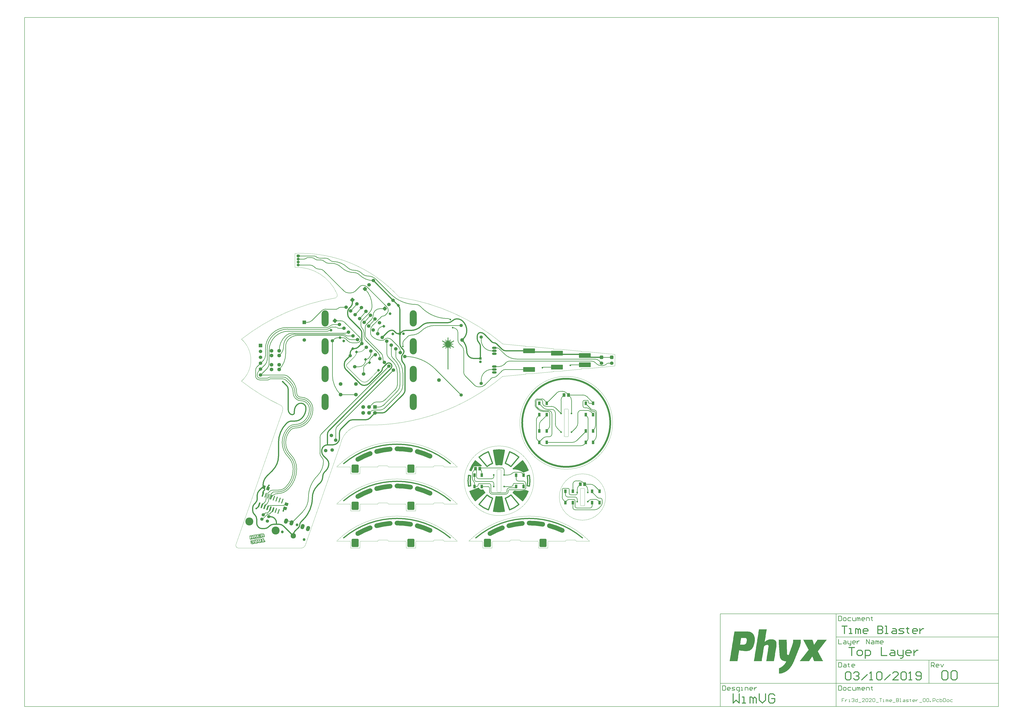
<source format=gtl>
G04*
G04 #@! TF.GenerationSoftware,Altium Limited,Altium Designer,18.1.11 (251)*
G04*
G04 Layer_Physical_Order=1*
G04 Layer_Color=3394611*
%FSLAX25Y25*%
%MOIN*%
G70*
G01*
G75*
%ADD10C,0.00984*%
%ADD11C,0.00787*%
%ADD13C,0.01968*%
%ADD16C,0.01575*%
%ADD17C,0.00197*%
G04:AMPARAMS|DCode=18|XSize=59.06mil|YSize=51.18mil|CornerRadius=0mil|HoleSize=0mil|Usage=FLASHONLY|Rotation=341.000|XOffset=0mil|YOffset=0mil|HoleType=Round|Shape=Rectangle|*
%AMROTATEDRECTD18*
4,1,4,-0.03625,-0.01458,-0.01959,0.03381,0.03625,0.01458,0.01959,-0.03381,-0.03625,-0.01458,0.0*
%
%ADD18ROTATEDRECTD18*%

G04:AMPARAMS|DCode=19|XSize=59.06mil|YSize=51.18mil|CornerRadius=0mil|HoleSize=0mil|Usage=FLASHONLY|Rotation=71.000|XOffset=0mil|YOffset=0mil|HoleType=Round|Shape=Rectangle|*
%AMROTATEDRECTD19*
4,1,4,0.01458,-0.03625,-0.03381,-0.01959,-0.01458,0.03625,0.03381,0.01959,0.01458,-0.03625,0.0*
%
%ADD19ROTATEDRECTD19*%

G04:AMPARAMS|DCode=20|XSize=15.75mil|YSize=86.61mil|CornerRadius=0mil|HoleSize=0mil|Usage=FLASHONLY|Rotation=161.000|XOffset=0mil|YOffset=0mil|HoleType=Round|Shape=Round|*
%AMOVALD20*
21,1,0.07087,0.01575,0.00000,0.00000,251.0*
1,1,0.01575,0.01154,0.03350*
1,1,0.01575,-0.01154,-0.03350*
%
%ADD20OVALD20*%

G04:AMPARAMS|DCode=21|XSize=23.62mil|YSize=86.61mil|CornerRadius=0mil|HoleSize=0mil|Usage=FLASHONLY|Rotation=161.000|XOffset=0mil|YOffset=0mil|HoleType=Round|Shape=Round|*
%AMOVALD21*
21,1,0.06299,0.02362,0.00000,0.00000,251.0*
1,1,0.02362,0.01025,0.02978*
1,1,0.02362,-0.01025,-0.02978*
%
%ADD21OVALD21*%

%ADD22R,0.03937X0.05906*%
G04:AMPARAMS|DCode=23|XSize=196.85mil|YSize=78.74mil|CornerRadius=3.94mil|HoleSize=0mil|Usage=FLASHONLY|Rotation=0.000|XOffset=0mil|YOffset=0mil|HoleType=Round|Shape=RoundedRectangle|*
%AMROUNDEDRECTD23*
21,1,0.19685,0.07087,0,0,0.0*
21,1,0.18898,0.07874,0,0,0.0*
1,1,0.00787,0.09449,-0.03543*
1,1,0.00787,-0.09449,-0.03543*
1,1,0.00787,-0.09449,0.03543*
1,1,0.00787,0.09449,0.03543*
%
%ADD23ROUNDEDRECTD23*%
%ADD24R,0.05118X0.05906*%
G04:AMPARAMS|DCode=25|XSize=137.8mil|YSize=118.11mil|CornerRadius=14.76mil|HoleSize=0mil|Usage=FLASHONLY|Rotation=90.000|XOffset=0mil|YOffset=0mil|HoleType=Round|Shape=RoundedRectangle|*
%AMROUNDEDRECTD25*
21,1,0.13780,0.08858,0,0,90.0*
21,1,0.10827,0.11811,0,0,90.0*
1,1,0.02953,0.04429,0.05413*
1,1,0.02953,0.04429,-0.05413*
1,1,0.02953,-0.04429,-0.05413*
1,1,0.02953,-0.04429,0.05413*
%
%ADD25ROUNDEDRECTD25*%
%ADD37C,0.06299*%
%ADD61C,0.05906*%
%ADD73C,0.00984*%
%ADD74C,0.02953*%
%ADD75C,0.07874*%
%ADD76P,0.08352X4X365.0*%
%ADD77C,0.06496*%
%ADD78R,0.06496X0.06496*%
%ADD79C,0.05591*%
%ADD80C,0.13583*%
%ADD81R,0.05906X0.05906*%
%ADD82R,0.05906X0.05906*%
%ADD83C,0.05906*%
%ADD84C,0.06000*%
%ADD85P,0.05568X4X185.0*%
G04:AMPARAMS|DCode=86|XSize=39.37mil|YSize=39.37mil|CornerRadius=9.84mil|HoleSize=0mil|Usage=FLASHONLY|Rotation=140.000|XOffset=0mil|YOffset=0mil|HoleType=Round|Shape=RoundedRectangle|*
%AMROUNDEDRECTD86*
21,1,0.03937,0.01968,0,0,140.0*
21,1,0.01968,0.03937,0,0,140.0*
1,1,0.01968,-0.00121,0.01387*
1,1,0.01968,0.01387,0.00121*
1,1,0.01968,0.00121,-0.01387*
1,1,0.01968,-0.01387,-0.00121*
%
%ADD86ROUNDEDRECTD86*%
%ADD87P,0.08352X4X95.0*%
%ADD88R,0.03937X0.03937*%
G04:AMPARAMS|DCode=89|XSize=39.37mil|YSize=39.37mil|CornerRadius=9.84mil|HoleSize=0mil|Usage=FLASHONLY|Rotation=0.000|XOffset=0mil|YOffset=0mil|HoleType=Round|Shape=RoundedRectangle|*
%AMROUNDEDRECTD89*
21,1,0.03937,0.01968,0,0,0.0*
21,1,0.01968,0.03937,0,0,0.0*
1,1,0.01968,0.00984,-0.00984*
1,1,0.01968,-0.00984,-0.00984*
1,1,0.01968,-0.00984,0.00984*
1,1,0.01968,0.00984,0.00984*
%
%ADD89ROUNDEDRECTD89*%
%ADD90C,0.04724*%
G04:AMPARAMS|DCode=91|XSize=90.55mil|YSize=62.99mil|CornerRadius=0mil|HoleSize=0mil|Usage=FLASHONLY|Rotation=71.000|XOffset=0mil|YOffset=0mil|HoleType=Round|Shape=Round|*
%AMOVALD91*
21,1,0.02756,0.06299,0.00000,0.00000,71.0*
1,1,0.06299,-0.00449,-0.01303*
1,1,0.06299,0.00449,0.01303*
%
%ADD91OVALD91*%

%ADD92C,0.09055*%
G04:AMPARAMS|DCode=93|XSize=39.37mil|YSize=39.37mil|CornerRadius=9.84mil|HoleSize=0mil|Usage=FLASHONLY|Rotation=270.000|XOffset=0mil|YOffset=0mil|HoleType=Round|Shape=RoundedRectangle|*
%AMROUNDEDRECTD93*
21,1,0.03937,0.01968,0,0,270.0*
21,1,0.01968,0.03937,0,0,270.0*
1,1,0.01968,-0.00984,-0.00984*
1,1,0.01968,-0.00984,0.00984*
1,1,0.01968,0.00984,0.00984*
1,1,0.01968,0.00984,-0.00984*
%
%ADD93ROUNDEDRECTD93*%
%ADD94R,0.03937X0.03937*%
G04:AMPARAMS|DCode=95|XSize=39.37mil|YSize=39.37mil|CornerRadius=9.84mil|HoleSize=0mil|Usage=FLASHONLY|Rotation=225.000|XOffset=0mil|YOffset=0mil|HoleType=Round|Shape=RoundedRectangle|*
%AMROUNDEDRECTD95*
21,1,0.03937,0.01968,0,0,225.0*
21,1,0.01968,0.03937,0,0,225.0*
1,1,0.01968,-0.01392,0.00000*
1,1,0.01968,0.00000,0.01392*
1,1,0.01968,0.01392,0.00000*
1,1,0.01968,0.00000,-0.01392*
%
%ADD95ROUNDEDRECTD95*%
%ADD96P,0.05568X4X270.0*%
%ADD97C,0.05512*%
%ADD98O,0.07874X0.03937*%
%ADD99O,0.07874X0.03937*%
%ADD100O,0.11811X0.27559*%
%ADD101O,0.05118X0.04528*%
G04:AMPARAMS|DCode=102|XSize=45.28mil|YSize=51.18mil|CornerRadius=11.32mil|HoleSize=0mil|Usage=FLASHONLY|Rotation=270.000|XOffset=0mil|YOffset=0mil|HoleType=Round|Shape=RoundedRectangle|*
%AMROUNDEDRECTD102*
21,1,0.04528,0.02854,0,0,270.0*
21,1,0.02264,0.05118,0,0,270.0*
1,1,0.02264,-0.01427,-0.01132*
1,1,0.02264,-0.01427,0.01132*
1,1,0.02264,0.01427,0.01132*
1,1,0.02264,0.01427,-0.01132*
%
%ADD102ROUNDEDRECTD102*%
G04:AMPARAMS|DCode=103|XSize=60mil|YSize=60mil|CornerRadius=15mil|HoleSize=0mil|Usage=FLASHONLY|Rotation=225.000|XOffset=0mil|YOffset=0mil|HoleType=Round|Shape=RoundedRectangle|*
%AMROUNDEDRECTD103*
21,1,0.06000,0.03000,0,0,225.0*
21,1,0.03000,0.06000,0,0,225.0*
1,1,0.03000,-0.02121,0.00000*
1,1,0.03000,0.00000,0.02121*
1,1,0.03000,0.02121,0.00000*
1,1,0.03000,0.00000,-0.02121*
%
%ADD103ROUNDEDRECTD103*%
G04:AMPARAMS|DCode=104|XSize=60mil|YSize=60mil|CornerRadius=15mil|HoleSize=0mil|Usage=FLASHONLY|Rotation=90.000|XOffset=0mil|YOffset=0mil|HoleType=Round|Shape=RoundedRectangle|*
%AMROUNDEDRECTD104*
21,1,0.06000,0.03000,0,0,90.0*
21,1,0.03000,0.06000,0,0,90.0*
1,1,0.03000,0.01500,0.01500*
1,1,0.03000,0.01500,-0.01500*
1,1,0.03000,-0.01500,-0.01500*
1,1,0.03000,-0.01500,0.01500*
%
%ADD104ROUNDEDRECTD104*%
%ADD105C,0.02756*%
G36*
X362452Y357536D02*
X362516Y357523D01*
X362578Y357505D01*
X362637Y357480D01*
X362695Y357449D01*
X362749Y357413D01*
X362799Y357372D01*
X362844Y357327D01*
X362885Y357277D01*
X362921Y357223D01*
X362952Y357166D01*
X362977Y357106D01*
X362995Y357044D01*
X363008Y356980D01*
X363014Y356916D01*
Y356884D01*
X363014Y350615D01*
X363034Y350612D01*
X363072Y350606D01*
X363110Y350600D01*
X363148Y350593D01*
X363167Y350589D01*
X363704Y352602D01*
X363710Y352625D01*
X363728Y352669D01*
X363751Y352711D01*
X363778Y352749D01*
X363811Y352784D01*
X363847Y352815D01*
X363886Y352842D01*
X363929Y352863D01*
X363973Y352880D01*
X364019Y352890D01*
X364067Y352896D01*
X364114Y352895D01*
X364161Y352889D01*
X364208Y352877D01*
X364252Y352860D01*
X364294Y352837D01*
X364333Y352810D01*
X364368Y352779D01*
X364400Y352743D01*
X364426Y352703D01*
X364448Y352661D01*
X364465Y352617D01*
X364476Y352571D01*
X364482Y352523D01*
Y352500D01*
Y352487D01*
X364480Y352461D01*
X364477Y352435D01*
X364472Y352410D01*
X364469Y352398D01*
X364469Y352398D01*
X363930Y350379D01*
X363964Y350367D01*
X364031Y350341D01*
X364099Y350313D01*
X364165Y350285D01*
X364198Y350270D01*
X366060Y353491D01*
X366074Y353516D01*
X366108Y353563D01*
X366147Y353605D01*
X366191Y353643D01*
X366238Y353676D01*
X366288Y353704D01*
X366341Y353726D01*
X366397Y353742D01*
X366453Y353752D01*
X366511Y353755D01*
X366568Y353753D01*
X366625Y353744D01*
X366681Y353729D01*
X366734Y353708D01*
X366786Y353682D01*
X366833Y353650D01*
X366877Y353613D01*
X366917Y353571D01*
X366952Y353525D01*
X366982Y353476D01*
X367006Y353424D01*
X367025Y353370D01*
X367037Y353313D01*
X367044Y353256D01*
Y353227D01*
Y353210D01*
X367041Y353176D01*
X367037Y353141D01*
X367030Y353108D01*
X367021Y353074D01*
X367010Y353041D01*
X366997Y353010D01*
X366982Y352978D01*
X366973Y352963D01*
X366973Y352964D01*
X365107Y349735D01*
X365135Y349714D01*
X365190Y349671D01*
X365244Y349627D01*
X365298Y349583D01*
X365324Y349560D01*
X365324D01*
X366801Y351040D01*
X366817Y351056D01*
X366854Y351085D01*
X366894Y351109D01*
X366936Y351129D01*
X366981Y351143D01*
X367026Y351153D01*
X367073Y351156D01*
X367120Y351154D01*
X367166Y351147D01*
X367211Y351134D01*
X367254Y351117D01*
X367295Y351094D01*
X367332Y351066D01*
X367367Y351035D01*
X367397Y350999D01*
X367423Y350960D01*
X367444Y350919D01*
X367460Y350875D01*
X367471Y350830D01*
X367477Y350783D01*
Y350760D01*
Y350741D01*
X367473Y350702D01*
X367465Y350664D01*
X367454Y350627D01*
X367439Y350591D01*
X367421Y350556D01*
X367399Y350524D01*
X367375Y350494D01*
X367361Y350480D01*
Y350480D01*
X365879Y348996D01*
X365892Y348981D01*
X365917Y348950D01*
X365941Y348920D01*
X365966Y348889D01*
X365978Y348873D01*
X365978D01*
X371437Y352029D01*
X371467Y352046D01*
X371530Y352074D01*
X371596Y352096D01*
X371663Y352110D01*
X371732Y352117D01*
X371801Y352117D01*
X371870Y352110D01*
X371937Y352096D01*
X372003Y352074D01*
X372066Y352046D01*
X372126Y352012D01*
X372182Y351971D01*
X372233Y351925D01*
X372280Y351874D01*
X372320Y351818D01*
X372355Y351758D01*
X372383Y351695D01*
X372404Y351629D01*
X372419Y351561D01*
X372426Y351493D01*
Y351458D01*
Y351430D01*
X372421Y351372D01*
X372411Y351315D01*
X372396Y351260D01*
X372376Y351206D01*
X372352Y351154D01*
X372323Y351104D01*
X372290Y351057D01*
X372253Y351013D01*
X372213Y350972D01*
X372169Y350935D01*
X372122Y350902D01*
X372097Y350888D01*
X372097D01*
X366625Y347725D01*
X366630Y347710D01*
X366642Y347680D01*
X366653Y347651D01*
X366664Y347621D01*
X366669Y347606D01*
X366669D01*
X368716Y348157D01*
X368738Y348163D01*
X368783Y348169D01*
X368829Y348171D01*
X368874Y348167D01*
X368918Y348159D01*
X368962Y348145D01*
X369003Y348126D01*
X369042Y348103D01*
X369078Y348075D01*
X369110Y348043D01*
X369139Y348008D01*
X369164Y347970D01*
X369184Y347930D01*
X369199Y347887D01*
X369210Y347843D01*
X369215Y347797D01*
Y347775D01*
Y347753D01*
X369210Y347710D01*
X369201Y347668D01*
X369187Y347627D01*
X369169Y347588D01*
X369146Y347551D01*
X369120Y347517D01*
X369090Y347486D01*
X369057Y347458D01*
X369021Y347434D01*
X368983Y347414D01*
X368943Y347398D01*
X368922Y347393D01*
X368922Y347393D01*
X366869Y346841D01*
X366876Y346804D01*
X366887Y346731D01*
X366897Y346658D01*
X366906Y346584D01*
X366910Y346547D01*
X370674Y346546D01*
X370700Y346546D01*
X370752Y346540D01*
X370803Y346530D01*
X370852Y346515D01*
X370900Y346496D01*
X370946Y346471D01*
X370989Y346442D01*
X371029Y346409D01*
X371065Y346373D01*
X371098Y346333D01*
X371127Y346290D01*
X371151Y346244D01*
X371171Y346196D01*
X371186Y346146D01*
X371196Y346096D01*
X371201Y346044D01*
Y346018D01*
Y345992D01*
X371196Y345941D01*
X371186Y345890D01*
X371171Y345840D01*
X371151Y345793D01*
X371127Y345747D01*
X371098Y345704D01*
X371065Y345664D01*
X371029Y345627D01*
X370988Y345594D01*
X370945Y345565D01*
X370900Y345541D01*
X370852Y345521D01*
X370802Y345506D01*
X370751Y345496D01*
X370700Y345491D01*
X370674Y345491D01*
X370674Y345491D01*
X366900Y345493D01*
X366897Y345461D01*
X366888Y345399D01*
X366878Y345336D01*
X366868Y345274D01*
X366862Y345243D01*
X366862D01*
X366862Y345243D01*
Y345243D01*
X368924Y344692D01*
X368945Y344686D01*
X368986Y344671D01*
X369024Y344651D01*
X369060Y344627D01*
X369093Y344599D01*
X369123Y344568D01*
X369149Y344534D01*
X369172Y344497D01*
X369190Y344457D01*
X369204Y344416D01*
X369213Y344374D01*
X369218Y344331D01*
Y344310D01*
Y344287D01*
X369213Y344242D01*
X369202Y344198D01*
X369187Y344155D01*
X369167Y344114D01*
X369143Y344076D01*
X369114Y344041D01*
X369081Y344010D01*
X369045Y343982D01*
X369006Y343959D01*
X368965Y343940D01*
X368922Y343926D01*
X368878Y343917D01*
X368832Y343914D01*
X368787Y343915D01*
X368742Y343921D01*
X368720Y343927D01*
X368720D01*
X366655Y344479D01*
X366649Y344461D01*
X366636Y344427D01*
X366622Y344392D01*
X366609Y344358D01*
X366602Y344340D01*
X372074Y341176D01*
X372099Y341162D01*
X372146Y341129D01*
X372190Y341092D01*
X372231Y341051D01*
X372268Y341007D01*
X372301Y340960D01*
X372330Y340910D01*
X372354Y340858D01*
X372374Y340804D01*
X372388Y340749D01*
X372398Y340692D01*
X372403Y340635D01*
Y340606D01*
Y340571D01*
X372396Y340503D01*
X372382Y340435D01*
X372360Y340369D01*
X372332Y340306D01*
X372298Y340247D01*
X372257Y340191D01*
X372211Y340139D01*
X372160Y340093D01*
X372104Y340052D01*
X372044Y340018D01*
X371981Y339990D01*
X371915Y339968D01*
X371847Y339954D01*
X371779Y339947D01*
X371710Y339947D01*
X371641Y339954D01*
X371573Y339969D01*
X371508Y339990D01*
X371445Y340018D01*
X371415Y340036D01*
X371415D01*
X365939Y343201D01*
X365929Y343189D01*
X365909Y343163D01*
X365889Y343138D01*
X365868Y343113D01*
X365858Y343101D01*
X365858D01*
X367382Y341579D01*
X367396Y341566D01*
X367421Y341535D01*
X367442Y341503D01*
X367460Y341469D01*
X367475Y341433D01*
X367487Y341396D01*
X367494Y341357D01*
X367498Y341319D01*
Y341299D01*
Y341276D01*
X367493Y341230D01*
X367482Y341184D01*
X367466Y341141D01*
X367444Y341099D01*
X367419Y341060D01*
X367388Y341025D01*
X367354Y340993D01*
X367316Y340966D01*
X367276Y340943D01*
X367232Y340925D01*
X367188Y340912D01*
X367142Y340905D01*
X367095Y340903D01*
X367048Y340907D01*
X367003Y340916D01*
X366958Y340930D01*
X366916Y340950D01*
X366876Y340974D01*
X366839Y341003D01*
X366823Y341019D01*
X366823D01*
X365299Y342541D01*
X365271Y342517D01*
X365215Y342472D01*
X365158Y342427D01*
X365101Y342383D01*
X365072Y342362D01*
X365072D01*
X366967Y339076D01*
X366975Y339061D01*
X366990Y339031D01*
X367003Y338999D01*
X367015Y338966D01*
X367023Y338933D01*
X367030Y338899D01*
X367035Y338865D01*
X367037Y338830D01*
Y338813D01*
Y338784D01*
X367031Y338727D01*
X367018Y338671D01*
X367000Y338616D01*
X366975Y338564D01*
X366946Y338515D01*
X366911Y338469D01*
X366871Y338427D01*
X366827Y338390D01*
X366779Y338358D01*
X366728Y338332D01*
X366674Y338311D01*
X366618Y338296D01*
X366561Y338287D01*
X366504Y338285D01*
X366446Y338289D01*
X366390Y338299D01*
X366334Y338315D01*
X366281Y338337D01*
X366231Y338365D01*
X366183Y338398D01*
X366140Y338436D01*
X366101Y338478D01*
X366067Y338525D01*
X366053Y338550D01*
Y338550D01*
X364158Y341835D01*
X364129Y341823D01*
X364071Y341798D01*
X364012Y341775D01*
X363953Y341752D01*
X363924Y341741D01*
X364481Y339670D01*
X364484Y339658D01*
X364489Y339632D01*
X364493Y339607D01*
X364494Y339581D01*
Y339568D01*
Y339544D01*
X364489Y339497D01*
X364477Y339451D01*
X364460Y339406D01*
X364439Y339364D01*
X364412Y339325D01*
X364380Y339289D01*
X364345Y339257D01*
X364306Y339230D01*
X364264Y339208D01*
X364220Y339190D01*
X364174Y339178D01*
X364127Y339172D01*
X364079Y339172D01*
X364032Y339177D01*
X363986Y339188D01*
X363941Y339204D01*
X363899Y339225D01*
X363859Y339252D01*
X363823Y339283D01*
X363791Y339318D01*
X363763Y339356D01*
X363740Y339398D01*
X363722Y339442D01*
X363716Y339465D01*
X363716Y339465D01*
X363160Y341532D01*
X363142Y341529D01*
X363106Y341523D01*
X363069Y341517D01*
X363033Y341511D01*
X363014Y341508D01*
X363014D01*
Y303578D01*
Y303545D01*
X363008Y303481D01*
X362995Y303418D01*
X362977Y303356D01*
X362952Y303296D01*
X362921Y303239D01*
X362885Y303185D01*
X362844Y303135D01*
X362799Y303089D01*
X362749Y303048D01*
X362695Y303012D01*
X362637Y302981D01*
X362578Y302957D01*
X362516Y302938D01*
X362452Y302925D01*
X362388Y302919D01*
X362323D01*
X362259Y302925D01*
X362195Y302938D01*
X362133Y302957D01*
X362073Y302981D01*
X362016Y303012D01*
X361963Y303048D01*
X361912Y303089D01*
X361867Y303135D01*
X361826Y303185D01*
X361790Y303239D01*
X361759Y303296D01*
X361734Y303356D01*
X361716Y303418D01*
X361703Y303481D01*
X361697Y303545D01*
Y303578D01*
X361697Y341501D01*
X361680Y341504D01*
X361647Y341508D01*
X361614Y341513D01*
X361582Y341519D01*
X361565Y341521D01*
Y341522D01*
X361016Y339462D01*
X361009Y339437D01*
X360989Y339389D01*
X360963Y339345D01*
X360932Y339303D01*
X360895Y339267D01*
X360854Y339235D01*
X360809Y339209D01*
X360761Y339189D01*
X360711Y339176D01*
X360660Y339169D01*
X360608Y339169D01*
X360556Y339176D01*
X360506Y339189D01*
X360458Y339209D01*
X360413Y339235D01*
X360372Y339266D01*
X360335Y339303D01*
X360304Y339344D01*
X360278Y339389D01*
X360258Y339437D01*
X360244Y339487D01*
X360238Y339538D01*
X360238Y339590D01*
X360244Y339641D01*
X360251Y339667D01*
Y339667D01*
X360799Y341720D01*
X360766Y341732D01*
X360699Y341756D01*
X360632Y341782D01*
X360567Y341809D01*
X360534Y341823D01*
X358644Y338553D01*
X358644Y338553D01*
X358629Y338527D01*
X358594Y338480D01*
X358554Y338436D01*
X358509Y338398D01*
X358460Y338364D01*
X358407Y338337D01*
X358352Y338315D01*
X358295Y338300D01*
X358237Y338291D01*
X358177Y338289D01*
X358118Y338293D01*
X358060Y338304D01*
X358004Y338322D01*
X357949Y338346D01*
X357898Y338375D01*
X357850Y338410D01*
X357807Y338451D01*
X357768Y338496D01*
X357735Y338545D01*
X357707Y338597D01*
X357686Y338652D01*
X357670Y338709D01*
X357662Y338768D01*
X357660Y338827D01*
X357664Y338886D01*
X357675Y338944D01*
X357693Y339001D01*
X357716Y339055D01*
X357731Y339081D01*
Y339081D01*
X357731D01*
X359616Y342343D01*
X359589Y342363D01*
X359535Y342403D01*
X359482Y342445D01*
X359430Y342487D01*
X359403Y342508D01*
Y342508D01*
X357903Y341005D01*
X357885Y340986D01*
X357844Y340955D01*
X357799Y340929D01*
X357751Y340909D01*
X357701Y340896D01*
X357649Y340889D01*
X357597Y340889D01*
X357546Y340895D01*
X357496Y340909D01*
X357448Y340929D01*
X357403Y340954D01*
X357362Y340986D01*
X357325Y341023D01*
X357293Y341064D01*
X357267Y341109D01*
X357248Y341157D01*
X357234Y341207D01*
X357227Y341258D01*
X357227Y341310D01*
X357234Y341361D01*
X357247Y341411D01*
X357267Y341459D01*
X357293Y341504D01*
X357325Y341546D01*
X357343Y341564D01*
X357343Y341564D01*
X358838Y343062D01*
X358827Y343075D01*
X358804Y343103D01*
X358781Y343130D01*
X358758Y343158D01*
X358747Y343172D01*
X358747Y343172D01*
X353326Y340038D01*
X353298Y340022D01*
X353239Y339995D01*
X353177Y339974D01*
X353114Y339959D01*
X353050Y339951D01*
X352985Y339949D01*
X352921Y339953D01*
X352857Y339963D01*
X352794Y339980D01*
X352734Y340003D01*
X352676Y340032D01*
X352621Y340066D01*
X352569Y340105D01*
X352522Y340149D01*
X352479Y340198D01*
X352442Y340250D01*
X352409Y340307D01*
X352382Y340366D01*
X352362Y340427D01*
X352347Y340490D01*
X352338Y340554D01*
X352336Y340619D01*
X352341Y340683D01*
X352351Y340747D01*
X352368Y340810D01*
X352391Y340870D01*
X352419Y340929D01*
X352453Y340984D01*
X352493Y341035D01*
X352537Y341082D01*
X352586Y341125D01*
X352638Y341163D01*
X352666Y341179D01*
X352666Y341179D01*
X358075Y344305D01*
X358067Y344324D01*
X358052Y344363D01*
X358037Y344401D01*
X358022Y344440D01*
X358015Y344459D01*
Y344459D01*
X355993Y343916D01*
X355968Y343909D01*
X355917Y343902D01*
X355865Y343902D01*
X355813Y343909D01*
X355763Y343922D01*
X355715Y343942D01*
X355670Y343968D01*
X355629Y343999D01*
X355592Y344036D01*
X355561Y344077D01*
X355535Y344122D01*
X355515Y344170D01*
X355502Y344220D01*
X355495Y344271D01*
X355495Y344323D01*
X355501Y344375D01*
X355515Y344425D01*
X355535Y344473D01*
X355560Y344518D01*
X355592Y344559D01*
X355629Y344596D01*
X355670Y344627D01*
X355715Y344653D01*
X355763Y344673D01*
X355788Y344680D01*
X355788D01*
X357804Y345222D01*
X357798Y345256D01*
X357786Y345325D01*
X357776Y345394D01*
X357766Y345462D01*
X357762Y345497D01*
X357762D01*
X354030Y345499D01*
X354000Y345499D01*
X353941Y345505D01*
X353883Y345519D01*
X353828Y345538D01*
X353774Y345564D01*
X353724Y345595D01*
X353678Y345632D01*
X353636Y345674D01*
X353599Y345721D01*
X353568Y345771D01*
X353542Y345824D01*
X353522Y345880D01*
X353509Y345938D01*
X353502Y345997D01*
X353502Y346056D01*
X353509Y346115D01*
X353522Y346172D01*
X353542Y346228D01*
X353568Y346282D01*
X353599Y346332D01*
X353636Y346378D01*
X353678Y346420D01*
X353724Y346457D01*
X353774Y346488D01*
X353828Y346514D01*
X353884Y346534D01*
X353942Y346547D01*
X354000Y346553D01*
X354030Y346553D01*
X354030D01*
X357753Y346552D01*
X357757Y346588D01*
X357766Y346662D01*
X357776Y346735D01*
X357788Y346808D01*
X357794Y346844D01*
X355785Y347380D01*
X355760Y347387D01*
X355712Y347407D01*
X355667Y347433D01*
X355626Y347464D01*
X355589Y347501D01*
X355558Y347542D01*
X355532Y347587D01*
X355512Y347635D01*
X355498Y347685D01*
X355491Y347737D01*
X355491Y347788D01*
X355498Y347840D01*
X355511Y347890D01*
X355531Y347938D01*
X355557Y347983D01*
X355589Y348024D01*
X355625Y348061D01*
X355666Y348092D01*
X355711Y348118D01*
X355759Y348138D01*
X355809Y348152D01*
X355861Y348159D01*
X355913Y348159D01*
X355964Y348152D01*
X355989Y348145D01*
X355989Y348145D01*
X357995Y347610D01*
X358002Y347629D01*
X358016Y347667D01*
X358030Y347705D01*
X358045Y347743D01*
X358052Y347762D01*
X358052Y347762D01*
X352645Y350888D01*
X352618Y350904D01*
X352565Y350942D01*
X352516Y350985D01*
X352472Y351032D01*
X352433Y351083D01*
X352398Y351138D01*
X352370Y351196D01*
X352347Y351257D01*
X352330Y351319D01*
X352320Y351383D01*
X352316Y351448D01*
X352318Y351513D01*
X352326Y351577D01*
X352341Y351640D01*
X352362Y351701D01*
X352389Y351760D01*
X352421Y351816D01*
X352459Y351869D01*
X352502Y351917D01*
X352549Y351962D01*
X352600Y352001D01*
X352655Y352035D01*
X352713Y352064D01*
X352774Y352086D01*
X352836Y352103D01*
X352900Y352114D01*
X352965Y352118D01*
X353030Y352116D01*
X353094Y352107D01*
X353157Y352093D01*
X353218Y352072D01*
X353277Y352045D01*
X353305Y352029D01*
X353305D01*
X358709Y348904D01*
X358721Y348919D01*
X358745Y348949D01*
X358769Y348978D01*
X358793Y349008D01*
X358805Y349022D01*
Y349022D01*
X357347Y350477D01*
X357329Y350496D01*
X357297Y350537D01*
X357271Y350582D01*
X357252Y350629D01*
X357238Y350680D01*
X357231Y350731D01*
X357231Y350783D01*
X357238Y350834D01*
X357251Y350884D01*
X357271Y350932D01*
X357297Y350977D01*
X357329Y351019D01*
X357365Y351055D01*
X357406Y351087D01*
X357451Y351113D01*
X357499Y351133D01*
X357549Y351146D01*
X357601Y351153D01*
X357652Y351153D01*
X357704Y351146D01*
X357754Y351133D01*
X357802Y351113D01*
X357847Y351087D01*
X357888Y351056D01*
X357906Y351037D01*
Y351037D01*
X359364Y349582D01*
X359392Y349605D01*
X359447Y349650D01*
X359503Y349694D01*
X359559Y349738D01*
X359588Y349759D01*
X357737Y352968D01*
X357723Y352993D01*
X357699Y353048D01*
X357682Y353104D01*
X357671Y353163D01*
X357666Y353222D01*
X357668Y353281D01*
X357677Y353339D01*
X357693Y353397D01*
X357714Y353452D01*
X357742Y353504D01*
X357775Y353553D01*
X357814Y353598D01*
X357857Y353638D01*
X357905Y353673D01*
X357956Y353703D01*
X358011Y353727D01*
X358067Y353744D01*
X358125Y353755D01*
X358185Y353759D01*
X358244Y353757D01*
X358302Y353748D01*
X358360Y353733D01*
X358415Y353711D01*
X358467Y353683D01*
X358516Y353650D01*
X358561Y353611D01*
X358601Y353568D01*
X358636Y353520D01*
X358651Y353495D01*
X360501Y350286D01*
X360535Y350301D01*
X360604Y350329D01*
X360673Y350357D01*
X360742Y350383D01*
X360777Y350395D01*
X360777D01*
X360239Y352394D01*
X360232Y352419D01*
X360226Y352470D01*
X360226Y352522D01*
X360232Y352573D01*
X360246Y352624D01*
X360265Y352672D01*
X360291Y352716D01*
X360323Y352758D01*
X360360Y352794D01*
X360401Y352826D01*
X360446Y352852D01*
X360494Y352872D01*
X360544Y352885D01*
X360595Y352892D01*
X360647Y352892D01*
X360698Y352885D01*
X360749Y352872D01*
X360796Y352852D01*
X360841Y352826D01*
X360882Y352795D01*
X360919Y352758D01*
X360951Y352717D01*
X360977Y352672D01*
X360997Y352624D01*
X361003Y352599D01*
Y352599D01*
X361542Y350598D01*
X361561Y350601D01*
X361600Y350607D01*
X361638Y350613D01*
X361677Y350619D01*
X361697Y350622D01*
X361697D01*
Y356884D01*
Y356916D01*
X361703Y356980D01*
X361716Y357044D01*
X361734Y357106D01*
X361759Y357166D01*
X361790Y357223D01*
X361826Y357277D01*
X361867Y357327D01*
X361912Y357372D01*
X361963Y357413D01*
X362016Y357449D01*
X362073Y357480D01*
X362133Y357505D01*
X362195Y357523D01*
X362259Y357536D01*
X362323Y357542D01*
X362388D01*
X362452Y357536D01*
D02*
G37*
G36*
X452255Y166600D02*
X454539Y166400D01*
X456811Y166101D01*
X457940Y165902D01*
X457940Y165902D01*
X453605Y141314D01*
X452416Y141497D01*
X450021Y141706D01*
X447617D01*
X445222Y141497D01*
X444033Y141314D01*
X444033Y141314D01*
X439698Y165902D01*
X440827Y166101D01*
X443099Y166400D01*
X445383Y166600D01*
X447673Y166700D01*
X449965D01*
X452255Y166600D01*
D02*
G37*
G36*
X418450Y139656D02*
X406201D01*
X405512Y139764D01*
X405512D01*
X404933Y138758D01*
X403845Y136706D01*
X402853Y134607D01*
X401959Y132464D01*
X401550Y131378D01*
X399460Y132138D01*
X399460D01*
X399852Y133215D01*
X400730Y135333D01*
X401698Y137410D01*
X402757Y139444D01*
X403903Y141429D01*
X405134Y143362D01*
X406449Y145240D01*
X407845Y147058D01*
X408581Y147936D01*
X418450Y139656D01*
D02*
G37*
G36*
X489056Y147936D02*
X489793Y147058D01*
X491188Y145240D01*
X492503Y143362D01*
X493735Y141429D01*
X494881Y139444D01*
X495939Y137410D01*
X496908Y135333D01*
X497785Y133215D01*
X498177Y132138D01*
X490181Y129228D01*
Y129228D01*
X489240Y129882D01*
X487279Y131069D01*
X485226Y132087D01*
X483094Y132930D01*
X480899Y133591D01*
X478657Y134065D01*
X476382Y134351D01*
X474092Y134444D01*
X472946Y134418D01*
X489056Y147936D01*
Y147936D01*
D02*
G37*
G36*
X498177Y96208D02*
Y96208D01*
X497785Y95131D01*
X496908Y93013D01*
X495939Y90936D01*
X494881Y88903D01*
X493735Y86918D01*
X492503Y84984D01*
X491188Y83107D01*
X489793Y81288D01*
X489056Y80410D01*
X472946Y93928D01*
X473183Y94214D01*
X473647Y94794D01*
X474097Y95385D01*
X474533Y95986D01*
X474746Y96290D01*
Y96290D01*
X477224Y96108D01*
X482192Y96034D01*
X487151Y96349D01*
X492070Y97050D01*
X494505Y97545D01*
X498177Y96208D01*
D02*
G37*
G36*
X444033Y87033D02*
X444033D01*
X444033D01*
D01*
D02*
G37*
G36*
X457940Y62445D02*
X457940D01*
X456811Y62246D01*
X454539Y61947D01*
X452255Y61747D01*
X449965Y61647D01*
X447673D01*
X445383Y61747D01*
X443099Y61947D01*
X440827Y62246D01*
X439698Y62445D01*
X444033Y87033D01*
X445222Y86850D01*
X447617Y86640D01*
X450021D01*
X452416Y86850D01*
X453605Y87033D01*
X457940Y62445D01*
D02*
G37*
G36*
X414295Y101021D02*
X414922Y100107D01*
X415714Y99332D01*
X416643Y98728D01*
X417671Y98315D01*
X418760Y98112D01*
X419869Y98125D01*
X420953Y98354D01*
X421473Y98547D01*
X421829Y97939D01*
X422582Y96748D01*
X423388Y95592D01*
X424245Y94473D01*
X424691Y93928D01*
X424691D01*
X408581Y80410D01*
X407845Y81288D01*
X406449Y83107D01*
X405134Y84984D01*
X403903Y86918D01*
X402757Y88903D01*
X401698Y90936D01*
X400730Y93013D01*
X399852Y95131D01*
X399460Y96208D01*
X399460Y96208D01*
X414052Y101519D01*
X414295Y101021D01*
D02*
G37*
G36*
X48581Y24456D02*
X49255Y24575D01*
X49372Y23912D01*
X50038Y24029D01*
X50159Y23348D01*
X50278Y22671D01*
X50397Y21993D01*
X50518Y21312D01*
X50637Y20635D01*
X50756Y19961D01*
X50873Y19298D01*
X50991Y18627D01*
X48292Y18151D01*
X48174Y18822D01*
X47493Y18702D01*
X47611Y18031D01*
X44911Y17555D01*
X44793Y18226D01*
X44779Y18223D01*
X44897Y17553D01*
X38817Y16481D01*
X38699Y17151D01*
X38685Y17149D01*
X38803Y16478D01*
X36104Y16002D01*
X35986Y16673D01*
X35304Y16553D01*
X35423Y15882D01*
X32723Y15406D01*
X32605Y16077D01*
X32591Y16074D01*
X32709Y15404D01*
X30010Y14928D01*
X29892Y15598D01*
X29210Y15478D01*
X29329Y14808D01*
X26629Y14332D01*
X26511Y15002D01*
X25834Y14883D01*
X25717Y15546D01*
X25598Y16220D01*
X25479Y16897D01*
X25358Y17578D01*
X25239Y18256D01*
X25120Y18933D01*
X24999Y19614D01*
X24882Y20278D01*
X25560Y20397D01*
X25440Y21078D01*
X30179Y21914D01*
X30299Y21233D01*
X30973Y21351D01*
X31090Y20688D01*
X31093Y20689D01*
X30976Y21352D01*
X30856Y22033D01*
X36273Y22988D01*
X36393Y22307D01*
X37067Y22426D01*
X37184Y21763D01*
X37187Y21764D01*
X37070Y22427D01*
X36950Y23108D01*
X43041Y24182D01*
X43161Y23501D01*
X43164Y23501D01*
X43842Y23621D01*
X43722Y24302D01*
X48461Y25137D01*
X48581Y24456D01*
D02*
G37*
G36*
X48983Y16180D02*
X49661Y16299D01*
X49778Y15636D01*
X49898Y14955D01*
X50017Y14277D01*
X50137Y13600D01*
X50257Y12919D01*
X50938Y13039D01*
X51057Y12361D01*
X51731Y12480D01*
X51850Y11806D01*
X51967Y11143D01*
X52085Y10473D01*
X46672Y9518D01*
X46554Y10189D01*
X45877Y10069D01*
X45873Y10069D01*
X45991Y9398D01*
X41256Y8563D01*
X41138Y9234D01*
X40460Y9114D01*
X40343Y9777D01*
X40329Y9775D01*
X40446Y9112D01*
X39779Y8994D01*
X39897Y8324D01*
X35162Y7489D01*
X35044Y8159D01*
X34366Y8040D01*
X34249Y8703D01*
X34235Y8700D01*
X34352Y8037D01*
X33685Y7920D01*
X33803Y7249D01*
X29068Y6414D01*
X28950Y7085D01*
X28272Y6965D01*
X28155Y7628D01*
X27478Y7509D01*
X27359Y8183D01*
X27239Y8860D01*
X27119Y9541D01*
X27797Y9661D01*
X27677Y10338D01*
X27000Y10219D01*
X26880Y10896D01*
X26760Y11577D01*
X26643Y12241D01*
X27321Y12360D01*
X27201Y13041D01*
X31940Y13877D01*
X32060Y13196D01*
X32734Y13315D01*
X32851Y12651D01*
X32854Y12652D01*
X32737Y13315D01*
X33415Y13435D01*
X33295Y14116D01*
X38034Y14951D01*
X38154Y14270D01*
X38828Y14389D01*
X38945Y13726D01*
X38948Y13727D01*
X38831Y14390D01*
X39509Y14509D01*
X39389Y15190D01*
X44128Y16026D01*
X44248Y15345D01*
X44922Y15464D01*
X45039Y14800D01*
X45705Y14918D01*
X45825Y14237D01*
X45945Y13559D01*
X46064Y12882D01*
X46185Y12201D01*
X46876Y12323D01*
X46756Y13004D01*
X46637Y13681D01*
X45959Y13562D01*
X45840Y14240D01*
X45720Y14921D01*
X45603Y15584D01*
X46280Y15703D01*
X46160Y16384D01*
X48863Y16861D01*
X48983Y16180D01*
D02*
G37*
G36*
X1005337Y-155808D02*
X1005050D01*
Y-156094D01*
X1004764D01*
Y-156380D01*
Y-156667D01*
X1004478D01*
Y-156953D01*
X1004192D01*
Y-157239D01*
X1003905D01*
Y-157526D01*
Y-157812D01*
X1003619D01*
Y-158098D01*
X1003333D01*
Y-158385D01*
X1003046D01*
Y-158671D01*
X1002760D01*
Y-158957D01*
Y-159244D01*
X1002474D01*
Y-159530D01*
X1002187D01*
Y-159816D01*
X1001901D01*
Y-160102D01*
Y-160389D01*
X1001615D01*
Y-160675D01*
X1001328D01*
Y-160961D01*
X1001042D01*
Y-161248D01*
X1000756D01*
Y-161534D01*
Y-161820D01*
X1000469D01*
Y-162107D01*
X1000183D01*
Y-162393D01*
X999897D01*
Y-162679D01*
Y-162966D01*
X999611D01*
Y-163252D01*
X999324D01*
Y-163538D01*
X999038D01*
Y-163824D01*
Y-164111D01*
X998752D01*
Y-164397D01*
X998465D01*
Y-164683D01*
X998179D01*
Y-164970D01*
X997893D01*
Y-165256D01*
Y-165542D01*
X997606D01*
Y-165829D01*
X997320D01*
Y-166115D01*
X997034D01*
Y-166401D01*
Y-166688D01*
X996747D01*
Y-166974D01*
X996461D01*
Y-167260D01*
X996175D01*
Y-167547D01*
Y-167833D01*
X995889D01*
Y-168119D01*
X995602D01*
Y-168405D01*
X995316D01*
Y-168692D01*
X995030D01*
Y-168978D01*
Y-169264D01*
X994743D01*
Y-169551D01*
X994457D01*
Y-169837D01*
X994171D01*
Y-170123D01*
Y-170410D01*
X993884D01*
Y-170696D01*
X993598D01*
Y-170982D01*
X993312D01*
Y-171269D01*
Y-171555D01*
X993025D01*
Y-171841D01*
X992739D01*
Y-172127D01*
X992453D01*
Y-172414D01*
X992166D01*
Y-172700D01*
Y-172986D01*
X991880D01*
Y-173273D01*
X991594D01*
Y-173559D01*
X991308D01*
Y-173845D01*
Y-174132D01*
X991021D01*
Y-174418D01*
X990735D01*
Y-174704D01*
X990449D01*
Y-174991D01*
X990162D01*
Y-175277D01*
Y-175563D01*
X990449D01*
Y-175850D01*
Y-176136D01*
X990735D01*
Y-176422D01*
Y-176709D01*
X991021D01*
Y-176995D01*
X991308D01*
Y-177281D01*
Y-177568D01*
X991594D01*
Y-177854D01*
Y-178140D01*
X991880D01*
Y-178426D01*
Y-178713D01*
X992166D01*
Y-178999D01*
Y-179285D01*
X992453D01*
Y-179572D01*
Y-179858D01*
X992739D01*
Y-180144D01*
Y-180431D01*
X993025D01*
Y-180717D01*
Y-181003D01*
X993312D01*
Y-181290D01*
Y-181576D01*
X993598D01*
Y-181862D01*
X993884D01*
Y-182149D01*
Y-182435D01*
X994171D01*
Y-182721D01*
Y-183007D01*
X994457D01*
Y-183294D01*
Y-183580D01*
X994743D01*
Y-183866D01*
Y-184153D01*
X995030D01*
Y-184439D01*
Y-184725D01*
X995316D01*
Y-185012D01*
Y-185298D01*
X995602D01*
Y-185584D01*
Y-185871D01*
X995889D01*
Y-186157D01*
X996175D01*
Y-186443D01*
Y-186730D01*
X996461D01*
Y-187016D01*
Y-187302D01*
X996747D01*
Y-187588D01*
Y-187875D01*
X997034D01*
Y-188161D01*
Y-188447D01*
X997320D01*
Y-188734D01*
Y-189020D01*
X997606D01*
Y-189306D01*
Y-189593D01*
X997893D01*
Y-189879D01*
Y-190165D01*
X998179D01*
Y-190452D01*
X998465D01*
Y-190738D01*
Y-191024D01*
X998752D01*
Y-191311D01*
Y-191597D01*
X999038D01*
Y-191883D01*
X983863D01*
Y-191597D01*
X983577D01*
Y-191311D01*
Y-191024D01*
Y-190738D01*
X983291D01*
Y-190452D01*
Y-190165D01*
Y-189879D01*
X983004D01*
Y-189593D01*
Y-189306D01*
X982718D01*
Y-189020D01*
Y-188734D01*
Y-188447D01*
X982432D01*
Y-188161D01*
Y-187875D01*
Y-187588D01*
X982146D01*
Y-187302D01*
Y-187016D01*
X981859D01*
Y-186730D01*
Y-186443D01*
Y-186157D01*
X981573D01*
Y-185871D01*
Y-185584D01*
Y-185298D01*
X981287D01*
Y-185012D01*
Y-184725D01*
Y-184439D01*
X981000D01*
Y-184153D01*
X980428D01*
Y-184439D01*
Y-184725D01*
X980141D01*
Y-185012D01*
X979855D01*
Y-185298D01*
Y-185584D01*
X979569D01*
Y-185871D01*
X979282D01*
Y-186157D01*
Y-186443D01*
X978996D01*
Y-186730D01*
X978710D01*
Y-187016D01*
Y-187302D01*
X978423D01*
Y-187588D01*
X978137D01*
Y-187875D01*
X977851D01*
Y-188161D01*
Y-188447D01*
X977565D01*
Y-188734D01*
X977278D01*
Y-189020D01*
Y-189306D01*
X976992D01*
Y-189593D01*
X976705D01*
Y-189879D01*
Y-190165D01*
X976419D01*
Y-190452D01*
X976133D01*
Y-190738D01*
Y-191024D01*
X975847D01*
Y-191311D01*
X975560D01*
Y-191597D01*
Y-191883D01*
X959527D01*
Y-191597D01*
X959813D01*
Y-191311D01*
X960099D01*
Y-191024D01*
X960386D01*
Y-190738D01*
X960672D01*
Y-190452D01*
Y-190165D01*
X960958D01*
Y-189879D01*
X961245D01*
Y-189593D01*
X961531D01*
Y-189306D01*
X961817D01*
Y-189020D01*
Y-188734D01*
X962104D01*
Y-188447D01*
X962390D01*
Y-188161D01*
X962676D01*
Y-187875D01*
Y-187588D01*
X962963D01*
Y-187302D01*
X963249D01*
Y-187016D01*
X963535D01*
Y-186730D01*
X963822D01*
Y-186443D01*
Y-186157D01*
X964108D01*
Y-185871D01*
X964394D01*
Y-185584D01*
X964680D01*
Y-185298D01*
X964967D01*
Y-185012D01*
Y-184725D01*
X965253D01*
Y-184439D01*
X965539D01*
Y-184153D01*
X965826D01*
Y-183866D01*
Y-183580D01*
X966112D01*
Y-183294D01*
X966398D01*
Y-183007D01*
X966685D01*
Y-182721D01*
X966971D01*
Y-182435D01*
Y-182149D01*
X967257D01*
Y-181862D01*
X967544D01*
Y-181576D01*
X967830D01*
Y-181290D01*
Y-181003D01*
X968116D01*
Y-180717D01*
X968402D01*
Y-180431D01*
X968689D01*
Y-180144D01*
X968975D01*
Y-179858D01*
Y-179572D01*
X969261D01*
Y-179285D01*
X969548D01*
Y-178999D01*
X969834D01*
Y-178713D01*
Y-178426D01*
X970120D01*
Y-178140D01*
X970407D01*
Y-177854D01*
X970693D01*
Y-177568D01*
X970979D01*
Y-177281D01*
Y-176995D01*
X971266D01*
Y-176709D01*
X971552D01*
Y-176422D01*
X971838D01*
Y-176136D01*
X972124D01*
Y-175850D01*
Y-175563D01*
X972411D01*
Y-175277D01*
X972697D01*
Y-174991D01*
X972983D01*
Y-174704D01*
Y-174418D01*
X973270D01*
Y-174132D01*
X973556D01*
Y-173845D01*
X973842D01*
Y-173559D01*
X974129D01*
Y-173273D01*
Y-172986D01*
X974415D01*
Y-172700D01*
Y-172414D01*
Y-172127D01*
X974129D01*
Y-171841D01*
X973842D01*
Y-171555D01*
Y-171269D01*
X973556D01*
Y-170982D01*
Y-170696D01*
X973270D01*
Y-170410D01*
Y-170123D01*
X972983D01*
Y-169837D01*
Y-169551D01*
X972697D01*
Y-169264D01*
Y-168978D01*
X972411D01*
Y-168692D01*
Y-168405D01*
X972124D01*
Y-168119D01*
X971838D01*
Y-167833D01*
Y-167547D01*
X971552D01*
Y-167260D01*
Y-166974D01*
X971266D01*
Y-166688D01*
Y-166401D01*
X970979D01*
Y-166115D01*
Y-165829D01*
X970693D01*
Y-165542D01*
Y-165256D01*
X970407D01*
Y-164970D01*
Y-164683D01*
X970120D01*
Y-164397D01*
X969834D01*
Y-164111D01*
Y-163824D01*
X969548D01*
Y-163538D01*
Y-163252D01*
X969261D01*
Y-162966D01*
Y-162679D01*
X968975D01*
Y-162393D01*
Y-162107D01*
X968689D01*
Y-161820D01*
Y-161534D01*
X968402D01*
Y-161248D01*
Y-160961D01*
X968116D01*
Y-160675D01*
Y-160389D01*
X967830D01*
Y-160102D01*
X967544D01*
Y-159816D01*
Y-159530D01*
X967257D01*
Y-159244D01*
Y-158957D01*
X966971D01*
Y-158671D01*
Y-158385D01*
X966685D01*
Y-158098D01*
Y-157812D01*
X966398D01*
Y-157526D01*
Y-157239D01*
X966112D01*
Y-156953D01*
Y-156667D01*
X965826D01*
Y-156380D01*
X965539D01*
Y-156094D01*
Y-155808D01*
X965253D01*
Y-155521D01*
X981000D01*
Y-155808D01*
X981287D01*
Y-156094D01*
Y-156380D01*
Y-156667D01*
X981573D01*
Y-156953D01*
Y-157239D01*
Y-157526D01*
X981859D01*
Y-157812D01*
Y-158098D01*
Y-158385D01*
X982146D01*
Y-158671D01*
Y-158957D01*
Y-159244D01*
X982432D01*
Y-159530D01*
Y-159816D01*
Y-160102D01*
X982718D01*
Y-160389D01*
Y-160675D01*
Y-160961D01*
X983004D01*
Y-161248D01*
Y-161534D01*
Y-161820D01*
X983291D01*
Y-162107D01*
Y-162393D01*
Y-162679D01*
X983577D01*
Y-162966D01*
Y-163252D01*
Y-163538D01*
Y-163824D01*
X984150D01*
Y-163538D01*
X984436D01*
Y-163252D01*
X984722D01*
Y-162966D01*
Y-162679D01*
X985009D01*
Y-162393D01*
X985295D01*
Y-162107D01*
Y-161820D01*
X985581D01*
Y-161534D01*
X985868D01*
Y-161248D01*
Y-160961D01*
X986154D01*
Y-160675D01*
X986440D01*
Y-160389D01*
Y-160102D01*
X986726D01*
Y-159816D01*
X987013D01*
Y-159530D01*
Y-159244D01*
X987299D01*
Y-158957D01*
X987585D01*
Y-158671D01*
Y-158385D01*
X987872D01*
Y-158098D01*
X988158D01*
Y-157812D01*
Y-157526D01*
X988444D01*
Y-157239D01*
X988731D01*
Y-156953D01*
Y-156667D01*
X989017D01*
Y-156380D01*
X989303D01*
Y-156094D01*
Y-155808D01*
X989590D01*
Y-155521D01*
X1005337D01*
Y-155808D01*
D02*
G37*
G36*
X872201Y-141778D02*
X873919D01*
Y-142065D01*
X874778D01*
Y-142351D01*
X875637D01*
Y-142637D01*
X876496D01*
Y-142924D01*
X877069D01*
Y-143210D01*
X877355D01*
Y-143496D01*
X877928D01*
Y-143783D01*
X878214D01*
Y-144069D01*
X878786D01*
Y-144355D01*
X879073D01*
Y-144641D01*
X879359D01*
Y-144928D01*
X879646D01*
Y-145214D01*
X879932D01*
Y-145501D01*
X880218D01*
Y-145787D01*
X880504D01*
Y-146073D01*
Y-146359D01*
X880791D01*
Y-146646D01*
X881077D01*
Y-146932D01*
Y-147218D01*
X881363D01*
Y-147505D01*
X881650D01*
Y-147791D01*
Y-148077D01*
X881936D01*
Y-148364D01*
Y-148650D01*
Y-148936D01*
X882222D01*
Y-149223D01*
Y-149509D01*
Y-149795D01*
X882509D01*
Y-150082D01*
Y-150368D01*
Y-150654D01*
Y-150940D01*
X882795D01*
Y-151227D01*
Y-151513D01*
Y-151799D01*
Y-152086D01*
Y-152372D01*
X883081D01*
Y-152658D01*
Y-152945D01*
Y-153231D01*
Y-153517D01*
Y-153804D01*
Y-154090D01*
Y-154376D01*
Y-154663D01*
Y-154949D01*
Y-155235D01*
Y-155521D01*
Y-155808D01*
Y-156094D01*
Y-156380D01*
Y-156667D01*
Y-156953D01*
Y-157239D01*
Y-157526D01*
Y-157812D01*
Y-158098D01*
X882795D01*
Y-158385D01*
Y-158671D01*
Y-158957D01*
Y-159244D01*
Y-159530D01*
Y-159816D01*
Y-160102D01*
X882509D01*
Y-160389D01*
Y-160675D01*
Y-160961D01*
Y-161248D01*
Y-161534D01*
X882222D01*
Y-161820D01*
Y-162107D01*
Y-162393D01*
Y-162679D01*
Y-162966D01*
X881936D01*
Y-163252D01*
Y-163538D01*
Y-163824D01*
X881650D01*
Y-164111D01*
Y-164397D01*
Y-164683D01*
Y-164970D01*
X881363D01*
Y-165256D01*
Y-165542D01*
Y-165829D01*
X881077D01*
Y-166115D01*
Y-166401D01*
X880791D01*
Y-166688D01*
Y-166974D01*
Y-167260D01*
X880504D01*
Y-167547D01*
Y-167833D01*
X880218D01*
Y-168119D01*
Y-168405D01*
X879932D01*
Y-168692D01*
Y-168978D01*
X879646D01*
Y-169264D01*
X879359D01*
Y-169551D01*
Y-169837D01*
X879073D01*
Y-170123D01*
X878786D01*
Y-170410D01*
X878500D01*
Y-170696D01*
Y-170982D01*
X878214D01*
Y-171269D01*
X877928D01*
Y-171555D01*
X877641D01*
Y-171841D01*
X877355D01*
Y-172127D01*
X877069D01*
Y-172414D01*
X876496D01*
Y-172700D01*
X876210D01*
Y-172986D01*
X875637D01*
Y-173273D01*
X875351D01*
Y-173559D01*
X874778D01*
Y-173845D01*
X873919D01*
Y-174132D01*
X873060D01*
Y-174418D01*
X872201D01*
Y-174704D01*
X870483D01*
Y-174991D01*
X865330D01*
Y-174704D01*
X862753D01*
Y-174418D01*
X860749D01*
Y-174132D01*
X859317D01*
Y-173845D01*
X857886D01*
Y-173559D01*
X856454D01*
Y-173845D01*
Y-174132D01*
Y-174418D01*
Y-174704D01*
Y-174991D01*
Y-175277D01*
Y-175563D01*
X856168D01*
Y-175850D01*
Y-176136D01*
Y-176422D01*
Y-176709D01*
Y-176995D01*
Y-177281D01*
X855882D01*
Y-177568D01*
Y-177854D01*
Y-178140D01*
Y-178426D01*
Y-178713D01*
Y-178999D01*
X855595D01*
Y-179285D01*
Y-179572D01*
Y-179858D01*
Y-180144D01*
Y-180431D01*
Y-180717D01*
Y-181003D01*
X855309D01*
Y-181290D01*
Y-181576D01*
Y-181862D01*
Y-182149D01*
Y-182435D01*
Y-182721D01*
X855023D01*
Y-183007D01*
Y-183294D01*
Y-183580D01*
Y-183866D01*
Y-184153D01*
Y-184439D01*
X854736D01*
Y-184725D01*
Y-185012D01*
Y-185298D01*
Y-185584D01*
Y-185871D01*
Y-186157D01*
Y-186443D01*
X854450D01*
Y-186730D01*
Y-187016D01*
Y-187302D01*
Y-187588D01*
Y-187875D01*
Y-188161D01*
X854164D01*
Y-188447D01*
Y-188734D01*
Y-189020D01*
Y-189306D01*
Y-189593D01*
Y-189879D01*
X853877D01*
Y-190165D01*
Y-190452D01*
Y-190738D01*
Y-191024D01*
Y-191311D01*
Y-191597D01*
Y-191883D01*
X840421D01*
Y-191597D01*
X840707D01*
Y-191311D01*
Y-191024D01*
Y-190738D01*
Y-190452D01*
Y-190165D01*
X840993D01*
Y-189879D01*
Y-189593D01*
Y-189306D01*
Y-189020D01*
Y-188734D01*
Y-188447D01*
Y-188161D01*
X841280D01*
Y-187875D01*
Y-187588D01*
Y-187302D01*
Y-187016D01*
Y-186730D01*
Y-186443D01*
X841566D01*
Y-186157D01*
Y-185871D01*
Y-185584D01*
Y-185298D01*
Y-185012D01*
Y-184725D01*
X841852D01*
Y-184439D01*
Y-184153D01*
Y-183866D01*
Y-183580D01*
Y-183294D01*
Y-183007D01*
Y-182721D01*
X842138D01*
Y-182435D01*
Y-182149D01*
Y-181862D01*
Y-181576D01*
Y-181290D01*
Y-181003D01*
X842425D01*
Y-180717D01*
Y-180431D01*
Y-180144D01*
Y-179858D01*
Y-179572D01*
Y-179285D01*
X842711D01*
Y-178999D01*
Y-178713D01*
Y-178426D01*
Y-178140D01*
Y-177854D01*
Y-177568D01*
X842997D01*
Y-177281D01*
Y-176995D01*
Y-176709D01*
Y-176422D01*
Y-176136D01*
Y-175850D01*
Y-175563D01*
X843284D01*
Y-175277D01*
Y-174991D01*
Y-174704D01*
Y-174418D01*
Y-174132D01*
Y-173845D01*
X843570D01*
Y-173559D01*
Y-173273D01*
Y-172986D01*
Y-172700D01*
Y-172414D01*
Y-172127D01*
X843856D01*
Y-171841D01*
Y-171555D01*
Y-171269D01*
Y-170982D01*
Y-170696D01*
Y-170410D01*
X844143D01*
Y-170123D01*
Y-169837D01*
Y-169551D01*
Y-169264D01*
Y-168978D01*
Y-168692D01*
Y-168405D01*
X844429D01*
Y-168119D01*
Y-167833D01*
Y-167547D01*
Y-167260D01*
Y-166974D01*
Y-166688D01*
X844715D01*
Y-166401D01*
Y-166115D01*
Y-165829D01*
Y-165542D01*
Y-165256D01*
Y-164970D01*
X845002D01*
Y-164683D01*
Y-164397D01*
Y-164111D01*
Y-163824D01*
Y-163538D01*
Y-163252D01*
Y-162966D01*
X845288D01*
Y-162679D01*
Y-162393D01*
Y-162107D01*
Y-161820D01*
Y-161534D01*
Y-161248D01*
X845574D01*
Y-160961D01*
Y-160675D01*
Y-160389D01*
Y-160102D01*
Y-159816D01*
Y-159530D01*
X845861D01*
Y-159244D01*
Y-158957D01*
Y-158671D01*
Y-158385D01*
Y-158098D01*
Y-157812D01*
X846147D01*
Y-157526D01*
Y-157239D01*
Y-156953D01*
Y-156667D01*
Y-156380D01*
Y-156094D01*
Y-155808D01*
X846433D01*
Y-155521D01*
Y-155235D01*
Y-154949D01*
Y-154663D01*
Y-154376D01*
Y-154090D01*
X846719D01*
Y-153804D01*
Y-153517D01*
Y-153231D01*
Y-152945D01*
Y-152658D01*
Y-152372D01*
X847006D01*
Y-152086D01*
Y-151799D01*
Y-151513D01*
Y-151227D01*
Y-150940D01*
Y-150654D01*
Y-150368D01*
X847292D01*
Y-150082D01*
Y-149795D01*
Y-149509D01*
Y-149223D01*
Y-148936D01*
Y-148650D01*
X847578D01*
Y-148364D01*
Y-148077D01*
Y-147791D01*
Y-147505D01*
Y-147218D01*
Y-146932D01*
X847865D01*
Y-146646D01*
Y-146359D01*
Y-146073D01*
Y-145787D01*
Y-145501D01*
Y-145214D01*
Y-144928D01*
X848151D01*
Y-144641D01*
Y-144355D01*
Y-144069D01*
Y-143783D01*
Y-143496D01*
Y-143210D01*
X848437D01*
Y-142924D01*
Y-142637D01*
Y-142351D01*
Y-142065D01*
Y-141778D01*
Y-141492D01*
X872201D01*
Y-141778D01*
D02*
G37*
G36*
X961245Y-155808D02*
Y-156094D01*
Y-156380D01*
Y-156667D01*
Y-156953D01*
Y-157239D01*
Y-157526D01*
Y-157812D01*
Y-158098D01*
Y-158385D01*
Y-158671D01*
Y-158957D01*
Y-159244D01*
Y-159530D01*
Y-159816D01*
Y-160102D01*
Y-160389D01*
Y-160675D01*
Y-160961D01*
Y-161248D01*
Y-161534D01*
X960958D01*
Y-161820D01*
Y-162107D01*
Y-162393D01*
Y-162679D01*
Y-162966D01*
X960672D01*
Y-163252D01*
Y-163538D01*
Y-163824D01*
Y-164111D01*
X960386D01*
Y-164397D01*
Y-164683D01*
Y-164970D01*
Y-165256D01*
X960099D01*
Y-165542D01*
Y-165829D01*
Y-166115D01*
X959813D01*
Y-166401D01*
Y-166688D01*
Y-166974D01*
X959527D01*
Y-167260D01*
Y-167547D01*
Y-167833D01*
X959241D01*
Y-168119D01*
Y-168405D01*
Y-168692D01*
X958954D01*
Y-168978D01*
Y-169264D01*
X958668D01*
Y-169551D01*
Y-169837D01*
X958381D01*
Y-170123D01*
Y-170410D01*
Y-170696D01*
X958095D01*
Y-170982D01*
Y-171269D01*
X957809D01*
Y-171555D01*
Y-171841D01*
Y-172127D01*
X957523D01*
Y-172414D01*
Y-172700D01*
X957236D01*
Y-172986D01*
Y-173273D01*
Y-173559D01*
X956950D01*
Y-173845D01*
Y-174132D01*
X956664D01*
Y-174418D01*
Y-174704D01*
Y-174991D01*
X956377D01*
Y-175277D01*
Y-175563D01*
X956091D01*
Y-175850D01*
Y-176136D01*
Y-176422D01*
X955805D01*
Y-176709D01*
Y-176995D01*
X955518D01*
Y-177281D01*
Y-177568D01*
Y-177854D01*
X955232D01*
Y-178140D01*
Y-178426D01*
X954946D01*
Y-178713D01*
Y-178999D01*
Y-179285D01*
X954659D01*
Y-179572D01*
Y-179858D01*
X954373D01*
Y-180144D01*
Y-180431D01*
Y-180717D01*
X954087D01*
Y-181003D01*
Y-181290D01*
X953800D01*
Y-181576D01*
Y-181862D01*
Y-182149D01*
X953514D01*
Y-182435D01*
Y-182721D01*
X953228D01*
Y-183007D01*
Y-183294D01*
Y-183580D01*
X952942D01*
Y-183866D01*
Y-184153D01*
X952655D01*
Y-184439D01*
Y-184725D01*
Y-185012D01*
X952369D01*
Y-185298D01*
Y-185584D01*
X952083D01*
Y-185871D01*
Y-186157D01*
Y-186443D01*
X951796D01*
Y-186730D01*
Y-187016D01*
X951510D01*
Y-187302D01*
Y-187588D01*
Y-187875D01*
X951224D01*
Y-188161D01*
Y-188447D01*
X950937D01*
Y-188734D01*
Y-189020D01*
Y-189306D01*
X950651D01*
Y-189593D01*
Y-189879D01*
X950365D01*
Y-190165D01*
Y-190452D01*
Y-190738D01*
X950078D01*
Y-191024D01*
Y-191311D01*
X949792D01*
Y-191597D01*
Y-191883D01*
Y-192169D01*
X949506D01*
Y-192456D01*
Y-192742D01*
X949220D01*
Y-193028D01*
Y-193315D01*
X948933D01*
Y-193601D01*
Y-193887D01*
X948647D01*
Y-194174D01*
Y-194460D01*
Y-194746D01*
X948361D01*
Y-195033D01*
X948074D01*
Y-195319D01*
Y-195605D01*
Y-195891D01*
X947788D01*
Y-196178D01*
X947502D01*
Y-196464D01*
Y-196750D01*
X947215D01*
Y-197037D01*
Y-197323D01*
X946929D01*
Y-197609D01*
Y-197896D01*
X946643D01*
Y-198182D01*
Y-198468D01*
X946356D01*
Y-198755D01*
X946070D01*
Y-199041D01*
Y-199327D01*
X945784D01*
Y-199614D01*
Y-199900D01*
X945497D01*
Y-200186D01*
X945211D01*
Y-200472D01*
X944925D01*
Y-200759D01*
Y-201045D01*
X944639D01*
Y-201331D01*
X944352D01*
Y-201618D01*
Y-201904D01*
X944066D01*
Y-202190D01*
X943780D01*
Y-202477D01*
X943493D01*
Y-202763D01*
Y-203049D01*
X943207D01*
Y-203336D01*
X942921D01*
Y-203622D01*
X942634D01*
Y-203908D01*
X942348D01*
Y-204195D01*
X942062D01*
Y-204481D01*
Y-204767D01*
X941775D01*
Y-205053D01*
X941489D01*
Y-205340D01*
X941203D01*
Y-205626D01*
X940916D01*
Y-205912D01*
X940630D01*
Y-206199D01*
X940344D01*
Y-206485D01*
X940057D01*
Y-206771D01*
X939485D01*
Y-207058D01*
X939199D01*
Y-207344D01*
X938912D01*
Y-207630D01*
X938626D01*
Y-207917D01*
X938340D01*
Y-208203D01*
X937767D01*
Y-208489D01*
X937481D01*
Y-208776D01*
X936908D01*
Y-209062D01*
X936622D01*
Y-209348D01*
X936049D01*
Y-209634D01*
X935763D01*
Y-209921D01*
X935190D01*
Y-210207D01*
X934618D01*
Y-210493D01*
X934045D01*
Y-210780D01*
X933472D01*
Y-211066D01*
X932900D01*
Y-211352D01*
X932041D01*
Y-211639D01*
X931468D01*
Y-211925D01*
X930609D01*
Y-212211D01*
X929464D01*
Y-212498D01*
X928319D01*
Y-212784D01*
X926601D01*
Y-213070D01*
X924597D01*
Y-213357D01*
X924310D01*
Y-213070D01*
Y-212784D01*
Y-212498D01*
Y-212211D01*
Y-211925D01*
Y-211639D01*
Y-211352D01*
Y-211066D01*
Y-210780D01*
Y-210493D01*
Y-210207D01*
Y-209921D01*
Y-209634D01*
Y-209348D01*
Y-209062D01*
Y-208776D01*
Y-208489D01*
Y-208203D01*
Y-207917D01*
Y-207630D01*
Y-207344D01*
Y-207058D01*
Y-206771D01*
Y-206485D01*
Y-206199D01*
Y-205912D01*
Y-205626D01*
Y-205340D01*
Y-205053D01*
Y-204767D01*
Y-204481D01*
Y-204195D01*
Y-203908D01*
X924883D01*
Y-203622D01*
X925455D01*
Y-203336D01*
X926028D01*
Y-203049D01*
X926601D01*
Y-202763D01*
X927173D01*
Y-202477D01*
X927746D01*
Y-202190D01*
X928032D01*
Y-201904D01*
X928605D01*
Y-201618D01*
X928891D01*
Y-201331D01*
X929464D01*
Y-201045D01*
X929750D01*
Y-200759D01*
X930037D01*
Y-200472D01*
X930609D01*
Y-200186D01*
X930896D01*
Y-199900D01*
X931182D01*
Y-199614D01*
X931468D01*
Y-199327D01*
X931754D01*
Y-199041D01*
X932041D01*
Y-198755D01*
X932327D01*
Y-198468D01*
X932613D01*
Y-198182D01*
X932900D01*
Y-197896D01*
X933186D01*
Y-197609D01*
X933472D01*
Y-197323D01*
X933759D01*
Y-197037D01*
Y-196750D01*
X934045D01*
Y-196464D01*
X934331D01*
Y-196178D01*
X934618D01*
Y-195891D01*
Y-195605D01*
X934904D01*
Y-195319D01*
X935190D01*
Y-195033D01*
Y-194746D01*
X935476D01*
Y-194460D01*
Y-194174D01*
X935763D01*
Y-193887D01*
X936049D01*
Y-193601D01*
Y-193315D01*
X936335D01*
Y-193028D01*
Y-192742D01*
X936622D01*
Y-192456D01*
Y-192169D01*
X934904D01*
Y-191883D01*
X932900D01*
Y-191597D01*
X931754D01*
Y-191311D01*
X931182D01*
Y-191024D01*
X930323D01*
Y-190738D01*
X929750D01*
Y-190452D01*
X929464D01*
Y-190165D01*
X928891D01*
Y-189879D01*
X928605D01*
Y-189593D01*
X928319D01*
Y-189306D01*
X928032D01*
Y-189020D01*
X927746D01*
Y-188734D01*
X927460D01*
Y-188447D01*
Y-188161D01*
X927173D01*
Y-187875D01*
X926887D01*
Y-187588D01*
Y-187302D01*
X926601D01*
Y-187016D01*
Y-186730D01*
X926315D01*
Y-186443D01*
Y-186157D01*
X926028D01*
Y-185871D01*
Y-185584D01*
Y-185298D01*
X925742D01*
Y-185012D01*
Y-184725D01*
Y-184439D01*
Y-184153D01*
X925455D01*
Y-183866D01*
Y-183580D01*
Y-183294D01*
Y-183007D01*
Y-182721D01*
Y-182435D01*
Y-182149D01*
X925169D01*
Y-181862D01*
Y-181576D01*
Y-181290D01*
Y-181003D01*
Y-180717D01*
Y-180431D01*
Y-180144D01*
Y-179858D01*
Y-179572D01*
Y-179285D01*
Y-178999D01*
Y-178713D01*
Y-178426D01*
Y-178140D01*
Y-177854D01*
X924883D01*
Y-177568D01*
Y-177281D01*
Y-176995D01*
Y-176709D01*
Y-176422D01*
Y-176136D01*
Y-175850D01*
Y-175563D01*
Y-175277D01*
Y-174991D01*
Y-174704D01*
Y-174418D01*
Y-174132D01*
Y-173845D01*
Y-173559D01*
X924597D01*
Y-173273D01*
Y-172986D01*
Y-172700D01*
Y-172414D01*
Y-172127D01*
Y-171841D01*
Y-171555D01*
Y-171269D01*
Y-170982D01*
Y-170696D01*
Y-170410D01*
Y-170123D01*
Y-169837D01*
Y-169551D01*
Y-169264D01*
Y-168978D01*
X924310D01*
Y-168692D01*
Y-168405D01*
Y-168119D01*
Y-167833D01*
Y-167547D01*
Y-167260D01*
Y-166974D01*
Y-166688D01*
Y-166401D01*
Y-166115D01*
Y-165829D01*
Y-165542D01*
Y-165256D01*
Y-164970D01*
Y-164683D01*
Y-164397D01*
X924024D01*
Y-164111D01*
Y-163824D01*
Y-163538D01*
Y-163252D01*
Y-162966D01*
Y-162679D01*
Y-162393D01*
Y-162107D01*
Y-161820D01*
Y-161534D01*
Y-161248D01*
Y-160961D01*
Y-160675D01*
Y-160389D01*
X923738D01*
Y-160102D01*
Y-159816D01*
Y-159530D01*
Y-159244D01*
Y-158957D01*
Y-158671D01*
Y-158385D01*
Y-158098D01*
Y-157812D01*
Y-157526D01*
Y-157239D01*
Y-156953D01*
Y-156667D01*
Y-156380D01*
Y-156094D01*
Y-155808D01*
X923451D01*
Y-155521D01*
X937194D01*
Y-155808D01*
Y-156094D01*
Y-156380D01*
Y-156667D01*
Y-156953D01*
Y-157239D01*
Y-157526D01*
Y-157812D01*
Y-158098D01*
Y-158385D01*
Y-158671D01*
Y-158957D01*
Y-159244D01*
Y-159530D01*
X937481D01*
Y-159816D01*
Y-160102D01*
Y-160389D01*
Y-160675D01*
Y-160961D01*
Y-161248D01*
Y-161534D01*
Y-161820D01*
Y-162107D01*
Y-162393D01*
Y-162679D01*
Y-162966D01*
Y-163252D01*
Y-163538D01*
Y-163824D01*
Y-164111D01*
Y-164397D01*
Y-164683D01*
Y-164970D01*
Y-165256D01*
Y-165542D01*
Y-165829D01*
Y-166115D01*
Y-166401D01*
Y-166688D01*
Y-166974D01*
Y-167260D01*
Y-167547D01*
Y-167833D01*
Y-168119D01*
Y-168405D01*
Y-168692D01*
Y-168978D01*
Y-169264D01*
Y-169551D01*
Y-169837D01*
Y-170123D01*
Y-170410D01*
Y-170696D01*
Y-170982D01*
Y-171269D01*
X937767D01*
Y-171555D01*
X937481D01*
Y-171841D01*
Y-172127D01*
X937767D01*
Y-172414D01*
Y-172700D01*
Y-172986D01*
Y-173273D01*
Y-173559D01*
Y-173845D01*
Y-174132D01*
Y-174418D01*
Y-174704D01*
Y-174991D01*
Y-175277D01*
Y-175563D01*
Y-175850D01*
Y-176136D01*
Y-176422D01*
Y-176709D01*
Y-176995D01*
Y-177281D01*
Y-177568D01*
Y-177854D01*
Y-178140D01*
Y-178426D01*
Y-178713D01*
Y-178999D01*
Y-179285D01*
Y-179572D01*
X938053D01*
Y-179858D01*
Y-180144D01*
Y-180431D01*
X938340D01*
Y-180717D01*
X938626D01*
Y-181003D01*
X938912D01*
Y-181290D01*
X939771D01*
Y-181576D01*
X940630D01*
Y-181290D01*
X940916D01*
Y-181003D01*
Y-180717D01*
Y-180431D01*
X941203D01*
Y-180144D01*
Y-179858D01*
X941489D01*
Y-179572D01*
Y-179285D01*
Y-178999D01*
X941775D01*
Y-178713D01*
Y-178426D01*
Y-178140D01*
X942062D01*
Y-177854D01*
Y-177568D01*
Y-177281D01*
X942348D01*
Y-176995D01*
Y-176709D01*
Y-176422D01*
X942634D01*
Y-176136D01*
Y-175850D01*
X942921D01*
Y-175563D01*
Y-175277D01*
Y-174991D01*
X943207D01*
Y-174704D01*
Y-174418D01*
Y-174132D01*
X943493D01*
Y-173845D01*
Y-173559D01*
Y-173273D01*
X943780D01*
Y-172986D01*
Y-172700D01*
X944066D01*
Y-172414D01*
Y-172127D01*
Y-171841D01*
X944352D01*
Y-171555D01*
Y-171269D01*
Y-170982D01*
X944639D01*
Y-170696D01*
Y-170410D01*
Y-170123D01*
X944925D01*
Y-169837D01*
Y-169551D01*
X945211D01*
Y-169264D01*
Y-168978D01*
Y-168692D01*
X945497D01*
Y-168405D01*
Y-168119D01*
Y-167833D01*
X945784D01*
Y-167547D01*
Y-167260D01*
Y-166974D01*
X946070D01*
Y-166688D01*
Y-166401D01*
X946356D01*
Y-166115D01*
Y-165829D01*
Y-165542D01*
X946643D01*
Y-165256D01*
Y-164970D01*
Y-164683D01*
X946929D01*
Y-164397D01*
Y-164111D01*
Y-163824D01*
X947215D01*
Y-163538D01*
Y-163252D01*
Y-162966D01*
Y-162679D01*
X947502D01*
Y-162393D01*
Y-162107D01*
Y-161820D01*
Y-161534D01*
X947788D01*
Y-161248D01*
Y-160961D01*
Y-160675D01*
Y-160389D01*
Y-160102D01*
X948074D01*
Y-159816D01*
Y-159530D01*
Y-159244D01*
Y-158957D01*
Y-158671D01*
Y-158385D01*
X948361D01*
Y-158098D01*
Y-157812D01*
Y-157526D01*
Y-157239D01*
Y-156953D01*
Y-156667D01*
Y-156380D01*
Y-156094D01*
Y-155808D01*
Y-155521D01*
X961245D01*
Y-155808D01*
D02*
G37*
G36*
X903409Y-138343D02*
Y-138629D01*
X903123D01*
Y-138915D01*
Y-139202D01*
Y-139488D01*
Y-139774D01*
Y-140060D01*
Y-140347D01*
X902837D01*
Y-140633D01*
Y-140919D01*
Y-141206D01*
Y-141492D01*
Y-141778D01*
Y-142065D01*
X902551D01*
Y-142351D01*
Y-142637D01*
Y-142924D01*
Y-143210D01*
Y-143496D01*
Y-143783D01*
Y-144069D01*
X902264D01*
Y-144355D01*
Y-144641D01*
Y-144928D01*
Y-145214D01*
Y-145501D01*
Y-145787D01*
X901978D01*
Y-146073D01*
Y-146359D01*
Y-146646D01*
Y-146932D01*
Y-147218D01*
Y-147505D01*
X901692D01*
Y-147791D01*
Y-148077D01*
Y-148364D01*
Y-148650D01*
Y-148936D01*
Y-149223D01*
Y-149509D01*
X901405D01*
Y-149795D01*
Y-150082D01*
Y-150368D01*
Y-150654D01*
Y-150940D01*
Y-151227D01*
X901119D01*
Y-151513D01*
Y-151799D01*
Y-152086D01*
Y-152372D01*
Y-152658D01*
Y-152945D01*
X900833D01*
Y-153231D01*
Y-153517D01*
Y-153804D01*
Y-154090D01*
Y-154376D01*
Y-154663D01*
X900546D01*
Y-154949D01*
Y-155235D01*
Y-155521D01*
Y-155808D01*
Y-156094D01*
Y-156380D01*
Y-156667D01*
X900260D01*
Y-156953D01*
Y-157239D01*
Y-157526D01*
Y-157812D01*
Y-158098D01*
Y-158385D01*
X899974D01*
Y-158671D01*
Y-158957D01*
X900546D01*
Y-158671D01*
X900833D01*
Y-158385D01*
X901119D01*
Y-158098D01*
X901692D01*
Y-157812D01*
X901978D01*
Y-157526D01*
X902264D01*
Y-157239D01*
X902837D01*
Y-156953D01*
X903409D01*
Y-156667D01*
X903696D01*
Y-156380D01*
X904268D01*
Y-156094D01*
X905127D01*
Y-155808D01*
X905700D01*
Y-155521D01*
X906559D01*
Y-155235D01*
X907990D01*
Y-154949D01*
X914289D01*
Y-155235D01*
X915435D01*
Y-155521D01*
X916294D01*
Y-155808D01*
X916866D01*
Y-156094D01*
X917153D01*
Y-156380D01*
X917725D01*
Y-156667D01*
X918011D01*
Y-156953D01*
X918298D01*
Y-157239D01*
X918584D01*
Y-157526D01*
X918870D01*
Y-157812D01*
Y-158098D01*
X919157D01*
Y-158385D01*
Y-158671D01*
X919443D01*
Y-158957D01*
Y-159244D01*
Y-159530D01*
X919729D01*
Y-159816D01*
Y-160102D01*
Y-160389D01*
Y-160675D01*
X920016D01*
Y-160961D01*
Y-161248D01*
Y-161534D01*
Y-161820D01*
Y-162107D01*
Y-162393D01*
Y-162679D01*
Y-162966D01*
Y-163252D01*
Y-163538D01*
Y-163824D01*
Y-164111D01*
Y-164397D01*
Y-164683D01*
Y-164970D01*
Y-165256D01*
Y-165542D01*
Y-165829D01*
X919729D01*
Y-166115D01*
Y-166401D01*
Y-166688D01*
Y-166974D01*
Y-167260D01*
Y-167547D01*
Y-167833D01*
X919443D01*
Y-168119D01*
Y-168405D01*
Y-168692D01*
Y-168978D01*
Y-169264D01*
Y-169551D01*
Y-169837D01*
X919157D01*
Y-170123D01*
Y-170410D01*
Y-170696D01*
Y-170982D01*
Y-171269D01*
Y-171555D01*
X918870D01*
Y-171841D01*
Y-172127D01*
Y-172414D01*
Y-172700D01*
Y-172986D01*
Y-173273D01*
X918584D01*
Y-173559D01*
Y-173845D01*
Y-174132D01*
Y-174418D01*
Y-174704D01*
Y-174991D01*
X918298D01*
Y-175277D01*
Y-175563D01*
Y-175850D01*
Y-176136D01*
Y-176422D01*
Y-176709D01*
Y-176995D01*
X918011D01*
Y-177281D01*
Y-177568D01*
Y-177854D01*
Y-178140D01*
Y-178426D01*
Y-178713D01*
X917725D01*
Y-178999D01*
Y-179285D01*
Y-179572D01*
Y-179858D01*
Y-180144D01*
Y-180431D01*
X917439D01*
Y-180717D01*
Y-181003D01*
Y-181290D01*
Y-181576D01*
Y-181862D01*
Y-182149D01*
Y-182435D01*
X917153D01*
Y-182721D01*
Y-183007D01*
Y-183294D01*
Y-183580D01*
Y-183866D01*
Y-184153D01*
X916866D01*
Y-184439D01*
Y-184725D01*
Y-185012D01*
Y-185298D01*
Y-185584D01*
Y-185871D01*
X916580D01*
Y-186157D01*
Y-186443D01*
Y-186730D01*
Y-187016D01*
Y-187302D01*
Y-187588D01*
X916294D01*
Y-187875D01*
Y-188161D01*
Y-188447D01*
Y-188734D01*
Y-189020D01*
Y-189306D01*
Y-189593D01*
X916007D01*
Y-189879D01*
Y-190165D01*
Y-190452D01*
Y-190738D01*
Y-191024D01*
Y-191311D01*
X915721D01*
Y-191597D01*
Y-191883D01*
X902551D01*
Y-191597D01*
Y-191311D01*
X902837D01*
Y-191024D01*
Y-190738D01*
Y-190452D01*
Y-190165D01*
Y-189879D01*
Y-189593D01*
X903123D01*
Y-189306D01*
Y-189020D01*
Y-188734D01*
Y-188447D01*
Y-188161D01*
Y-187875D01*
Y-187588D01*
X903409D01*
Y-187302D01*
Y-187016D01*
Y-186730D01*
Y-186443D01*
Y-186157D01*
Y-185871D01*
X903696D01*
Y-185584D01*
Y-185298D01*
Y-185012D01*
Y-184725D01*
Y-184439D01*
Y-184153D01*
X903982D01*
Y-183866D01*
Y-183580D01*
Y-183294D01*
Y-183007D01*
Y-182721D01*
Y-182435D01*
Y-182149D01*
X904268D01*
Y-181862D01*
Y-181576D01*
Y-181290D01*
Y-181003D01*
Y-180717D01*
Y-180431D01*
X904555D01*
Y-180144D01*
Y-179858D01*
Y-179572D01*
Y-179285D01*
Y-178999D01*
Y-178713D01*
Y-178426D01*
X904841D01*
Y-178140D01*
Y-177854D01*
Y-177568D01*
Y-177281D01*
Y-176995D01*
Y-176709D01*
X905127D01*
Y-176422D01*
Y-176136D01*
Y-175850D01*
Y-175563D01*
Y-175277D01*
Y-174991D01*
X905414D01*
Y-174704D01*
Y-174418D01*
Y-174132D01*
Y-173845D01*
Y-173559D01*
Y-173273D01*
X905700D01*
Y-172986D01*
Y-172700D01*
Y-172414D01*
Y-172127D01*
Y-171841D01*
Y-171555D01*
Y-171269D01*
X905986D01*
Y-170982D01*
Y-170696D01*
Y-170410D01*
Y-170123D01*
Y-169837D01*
Y-169551D01*
X906273D01*
Y-169264D01*
Y-168978D01*
Y-168692D01*
Y-168405D01*
Y-168119D01*
Y-167833D01*
Y-167547D01*
X906559D01*
Y-167260D01*
Y-166974D01*
Y-166688D01*
Y-166401D01*
Y-166115D01*
Y-165829D01*
X906273D01*
Y-165542D01*
Y-165256D01*
X905986D01*
Y-164970D01*
X905700D01*
Y-164683D01*
X905127D01*
Y-164397D01*
X903409D01*
Y-164683D01*
X901978D01*
Y-164970D01*
X901119D01*
Y-165256D01*
X900546D01*
Y-165542D01*
X900260D01*
Y-165829D01*
X899687D01*
Y-166115D01*
X899401D01*
Y-166401D01*
X899115D01*
Y-166688D01*
Y-166974D01*
X898828D01*
Y-167260D01*
Y-167547D01*
Y-167833D01*
X898542D01*
Y-168119D01*
Y-168405D01*
Y-168692D01*
Y-168978D01*
Y-169264D01*
Y-169551D01*
X898256D01*
Y-169837D01*
Y-170123D01*
Y-170410D01*
Y-170696D01*
Y-170982D01*
Y-171269D01*
Y-171555D01*
X897970D01*
Y-171841D01*
Y-172127D01*
Y-172414D01*
Y-172700D01*
Y-172986D01*
Y-173273D01*
X897683D01*
Y-173559D01*
Y-173845D01*
Y-174132D01*
Y-174418D01*
Y-174704D01*
Y-174991D01*
X897397D01*
Y-175277D01*
Y-175563D01*
Y-175850D01*
Y-176136D01*
Y-176422D01*
Y-176709D01*
X897111D01*
Y-176995D01*
Y-177281D01*
Y-177568D01*
Y-177854D01*
Y-178140D01*
Y-178426D01*
Y-178713D01*
X896824D01*
Y-178999D01*
Y-179285D01*
Y-179572D01*
Y-179858D01*
Y-180144D01*
Y-180431D01*
X896538D01*
Y-180717D01*
Y-181003D01*
Y-181290D01*
Y-181576D01*
Y-181862D01*
Y-182149D01*
X896252D01*
Y-182435D01*
Y-182721D01*
Y-183007D01*
Y-183294D01*
Y-183580D01*
Y-183866D01*
Y-184153D01*
X895965D01*
Y-184439D01*
Y-184725D01*
Y-185012D01*
Y-185298D01*
Y-185584D01*
Y-185871D01*
X895679D01*
Y-186157D01*
Y-186443D01*
Y-186730D01*
Y-187016D01*
Y-187302D01*
Y-187588D01*
X895393D01*
Y-187875D01*
Y-188161D01*
Y-188447D01*
Y-188734D01*
Y-189020D01*
Y-189306D01*
X895106D01*
Y-189593D01*
Y-189879D01*
Y-190165D01*
Y-190452D01*
Y-190738D01*
Y-191024D01*
Y-191311D01*
X894820D01*
Y-191597D01*
Y-191883D01*
X881650D01*
Y-191597D01*
Y-191311D01*
X881936D01*
Y-191024D01*
Y-190738D01*
Y-190452D01*
Y-190165D01*
Y-189879D01*
Y-189593D01*
Y-189306D01*
X882222D01*
Y-189020D01*
Y-188734D01*
Y-188447D01*
Y-188161D01*
Y-187875D01*
Y-187588D01*
X882509D01*
Y-187302D01*
Y-187016D01*
Y-186730D01*
Y-186443D01*
Y-186157D01*
Y-185871D01*
X882795D01*
Y-185584D01*
Y-185298D01*
Y-185012D01*
Y-184725D01*
Y-184439D01*
Y-184153D01*
Y-183866D01*
X883081D01*
Y-183580D01*
Y-183294D01*
Y-183007D01*
Y-182721D01*
Y-182435D01*
Y-182149D01*
X883368D01*
Y-181862D01*
Y-181576D01*
Y-181290D01*
Y-181003D01*
Y-180717D01*
Y-180431D01*
X883654D01*
Y-180144D01*
Y-179858D01*
Y-179572D01*
Y-179285D01*
Y-178999D01*
Y-178713D01*
X883940D01*
Y-178426D01*
Y-178140D01*
Y-177854D01*
Y-177568D01*
Y-177281D01*
Y-176995D01*
Y-176709D01*
X884227D01*
Y-176422D01*
Y-176136D01*
Y-175850D01*
Y-175563D01*
Y-175277D01*
Y-174991D01*
X884513D01*
Y-174704D01*
Y-174418D01*
Y-174132D01*
Y-173845D01*
Y-173559D01*
Y-173273D01*
X884799D01*
Y-172986D01*
Y-172700D01*
Y-172414D01*
Y-172127D01*
Y-171841D01*
Y-171555D01*
Y-171269D01*
X885085D01*
Y-170982D01*
Y-170696D01*
Y-170410D01*
Y-170123D01*
Y-169837D01*
Y-169551D01*
X885372D01*
Y-169264D01*
Y-168978D01*
Y-168692D01*
Y-168405D01*
Y-168119D01*
Y-167833D01*
X885658D01*
Y-167547D01*
Y-167260D01*
Y-166974D01*
Y-166688D01*
Y-166401D01*
Y-166115D01*
X885944D01*
Y-165829D01*
Y-165542D01*
Y-165256D01*
Y-164970D01*
Y-164683D01*
Y-164397D01*
Y-164111D01*
X886231D01*
Y-163824D01*
Y-163538D01*
Y-163252D01*
Y-162966D01*
Y-162679D01*
Y-162393D01*
X886517D01*
Y-162107D01*
Y-161820D01*
Y-161534D01*
Y-161248D01*
Y-160961D01*
Y-160675D01*
X886803D01*
Y-160389D01*
Y-160102D01*
Y-159816D01*
Y-159530D01*
Y-159244D01*
Y-158957D01*
X887090D01*
Y-158671D01*
Y-158385D01*
Y-158098D01*
Y-157812D01*
Y-157526D01*
Y-157239D01*
Y-156953D01*
X887376D01*
Y-156667D01*
Y-156380D01*
Y-156094D01*
Y-155808D01*
Y-155521D01*
Y-155235D01*
X887662D01*
Y-154949D01*
Y-154663D01*
Y-154376D01*
Y-154090D01*
Y-153804D01*
Y-153517D01*
X887949D01*
Y-153231D01*
Y-152945D01*
Y-152658D01*
Y-152372D01*
Y-152086D01*
Y-151799D01*
Y-151513D01*
X888235D01*
Y-151227D01*
Y-150940D01*
Y-150654D01*
Y-150368D01*
Y-150082D01*
Y-149795D01*
X888521D01*
Y-149509D01*
Y-149223D01*
Y-148936D01*
Y-148650D01*
Y-148364D01*
Y-148077D01*
X888807D01*
Y-147791D01*
Y-147505D01*
Y-147218D01*
Y-146932D01*
Y-146646D01*
Y-146359D01*
X889094D01*
Y-146073D01*
Y-145787D01*
Y-145501D01*
Y-145214D01*
Y-144928D01*
Y-144641D01*
Y-144355D01*
X889380D01*
Y-144069D01*
Y-143783D01*
Y-143496D01*
Y-143210D01*
Y-142924D01*
Y-142637D01*
X889666D01*
Y-142351D01*
Y-142065D01*
Y-141778D01*
Y-141492D01*
Y-141206D01*
Y-140919D01*
X889953D01*
Y-140633D01*
Y-140347D01*
Y-140060D01*
Y-139774D01*
Y-139488D01*
Y-139202D01*
Y-138915D01*
X890239D01*
Y-138629D01*
Y-138343D01*
Y-138056D01*
X903409D01*
Y-138343D01*
D02*
G37*
%LPC*%
G36*
X359588Y349759D02*
D01*
Y349759D01*
Y349759D01*
D02*
G37*
G36*
X47900Y24336D02*
X44519Y23740D01*
X44636Y23077D01*
X43959Y22957D01*
X44079Y22276D01*
X44198Y21599D01*
X44318Y20921D01*
X44438Y20240D01*
X44557Y19563D01*
X44676Y18889D01*
X46035Y19128D01*
X45916Y19802D01*
X45797Y20480D01*
X47818Y20836D01*
X47938Y20159D01*
X48057Y19485D01*
X49415Y19724D01*
X49296Y20398D01*
X49177Y21076D01*
X49057Y21757D01*
X48937Y22434D01*
X48818Y23112D01*
X48698Y23793D01*
X48017Y23673D01*
X47900Y24336D01*
D02*
G37*
G36*
X43521Y21479D02*
X43517Y21479D01*
X43637Y20801D01*
X43757Y20120D01*
X43876Y19443D01*
X43880Y19443D01*
X43760Y20121D01*
X43640Y20802D01*
X43521Y21479D01*
D02*
G37*
G36*
X42487Y23382D02*
X37748Y22546D01*
X37865Y21883D01*
X37985Y21202D01*
X38104Y20524D01*
X38224Y19847D01*
X38344Y19166D01*
X38463Y18488D01*
X38582Y17814D01*
X43321Y18650D01*
X43202Y19324D01*
X39822Y18728D01*
X39703Y19405D01*
X39582Y20086D01*
X42282Y20562D01*
X42162Y21240D01*
X39463Y20764D01*
X39344Y21441D01*
X39224Y22122D01*
X42604Y22718D01*
X42487Y23382D01*
D02*
G37*
G36*
X35712Y22187D02*
X31654Y21472D01*
X31771Y20808D01*
X31891Y20127D01*
X32010Y19450D01*
X32130Y18772D01*
X32250Y18091D01*
X32370Y17414D01*
X32488Y16740D01*
X33847Y16979D01*
X33728Y17653D01*
X33609Y18331D01*
X33489Y19012D01*
X35510Y19368D01*
X35630Y18687D01*
X35750Y18010D01*
X35869Y17336D01*
X37227Y17575D01*
X37108Y18249D01*
X36989Y18927D01*
X36869Y19608D01*
X36188Y19488D01*
X36068Y20165D01*
X36749Y20285D01*
X36630Y20963D01*
X36510Y21644D01*
X35829Y21524D01*
X35712Y22187D01*
D02*
G37*
G36*
X29618Y21113D02*
X26237Y20516D01*
X26354Y19853D01*
X25677Y19734D01*
X25797Y19053D01*
X25916Y18375D01*
X26036Y17698D01*
X26156Y17017D01*
X26276Y16339D01*
X26394Y15665D01*
X27753Y15905D01*
X27634Y16579D01*
X27515Y17256D01*
X29536Y17613D01*
X29656Y16935D01*
X29775Y16261D01*
X31133Y16501D01*
X31014Y17175D01*
X30895Y17852D01*
X30775Y18533D01*
X30655Y19211D01*
X30536Y19888D01*
X30416Y20570D01*
X29735Y20449D01*
X29618Y21113D01*
D02*
G37*
%LPD*%
G36*
X47459Y22872D02*
X47579Y22195D01*
X47698Y21517D01*
X45676Y21161D01*
X45557Y21838D01*
X45437Y22516D01*
X45318Y23197D01*
X47339Y23553D01*
X47459Y22872D01*
D02*
G37*
G36*
X35271Y20723D02*
X35391Y20046D01*
X33369Y19689D01*
X33250Y20367D01*
X33130Y21048D01*
X35151Y21405D01*
X35271Y20723D01*
D02*
G37*
G36*
X29177Y19649D02*
X29297Y18971D01*
X29416Y18294D01*
X27395Y17937D01*
X27275Y18615D01*
X27156Y19292D01*
X27035Y19973D01*
X29057Y20330D01*
X29177Y19649D01*
D02*
G37*
%LPC*%
G36*
X48302Y16060D02*
X46961Y15823D01*
X47078Y15160D01*
X46397Y15040D01*
X46517Y14359D01*
X47198Y14479D01*
X47318Y13802D01*
X47437Y13124D01*
X47557Y12443D01*
X47677Y11765D01*
X46318Y11526D01*
X46437Y10852D01*
X50495Y11568D01*
X50376Y12241D01*
X49018Y12002D01*
X48898Y12679D01*
X48778Y13360D01*
X48659Y14038D01*
X48539Y14715D01*
X48419Y15396D01*
X48302Y16060D01*
D02*
G37*
G36*
X43567Y15225D02*
X40186Y14629D01*
X40303Y13965D01*
X39626Y13846D01*
X39746Y13165D01*
X39865Y12487D01*
X39985Y11810D01*
X40105Y11129D01*
X40224Y10451D01*
X40902Y10571D01*
X41021Y9897D01*
X44401Y10493D01*
X44282Y11167D01*
X44963Y11287D01*
X44844Y11964D01*
X44724Y12645D01*
X44604Y13323D01*
X44485Y14001D01*
X44365Y14682D01*
X43684Y14562D01*
X43567Y15225D01*
D02*
G37*
G36*
X37473Y14150D02*
X34092Y13554D01*
X34209Y12891D01*
X33532Y12772D01*
X33652Y12090D01*
X33771Y11413D01*
X33891Y10735D01*
X34011Y10054D01*
X34130Y9377D01*
X34808Y9496D01*
X34927Y8822D01*
X38307Y9418D01*
X38188Y10092D01*
X38869Y10212D01*
X38750Y10890D01*
X38630Y11571D01*
X38510Y12248D01*
X38391Y12926D01*
X38271Y13607D01*
X37590Y13487D01*
X37473Y14150D01*
D02*
G37*
G36*
X31379Y13076D02*
X27998Y12480D01*
X28115Y11816D01*
X27438Y11697D01*
X27558Y11016D01*
X28916Y11255D01*
X28796Y11936D01*
X30818Y12293D01*
X30938Y11612D01*
X31058Y10934D01*
X29699Y10695D01*
X29818Y10017D01*
X31177Y10257D01*
X31297Y9576D01*
X31417Y8898D01*
X29395Y8542D01*
X29276Y9219D01*
X27917Y8980D01*
X28036Y8302D01*
X28714Y8422D01*
X28833Y7748D01*
X32213Y8344D01*
X32094Y9018D01*
X32775Y9138D01*
X32656Y9815D01*
X32536Y10497D01*
X31855Y10376D01*
X31735Y11054D01*
X32416Y11174D01*
X32297Y11851D01*
X32177Y12533D01*
X31496Y12412D01*
X31379Y13076D01*
D02*
G37*
%LPD*%
G36*
X43126Y13761D02*
X42445Y13641D01*
X42565Y12963D01*
X41887Y12844D01*
X42006Y12166D01*
X41343Y12049D01*
X41224Y12727D01*
X41104Y13405D01*
X40984Y14086D01*
X43006Y14442D01*
X43126Y13761D01*
D02*
G37*
G36*
X43365Y12406D02*
X43485Y11725D01*
X43605Y11047D01*
X41583Y10691D01*
X41463Y11368D01*
X42127Y11485D01*
X42006Y12166D01*
X42684Y12286D01*
X42565Y12963D01*
X43246Y13083D01*
X43365Y12406D01*
D02*
G37*
G36*
X37032Y12686D02*
X36351Y12566D01*
X36471Y11889D01*
X35793Y11769D01*
X35912Y11092D01*
X35249Y10975D01*
X35130Y11653D01*
X35010Y12330D01*
X34890Y13011D01*
X36912Y13368D01*
X37032Y12686D01*
D02*
G37*
G36*
X37271Y11331D02*
X37391Y10650D01*
X37511Y9973D01*
X35489Y9616D01*
X35370Y10294D01*
X36033Y10411D01*
X35912Y11092D01*
X36590Y11211D01*
X36471Y11889D01*
X37152Y12009D01*
X37271Y11331D01*
D02*
G37*
%LPC*%
G36*
X867907Y-152658D02*
X859890D01*
Y-152945D01*
Y-153231D01*
Y-153517D01*
Y-153804D01*
Y-154090D01*
X859604D01*
Y-154376D01*
Y-154663D01*
Y-154949D01*
Y-155235D01*
Y-155521D01*
Y-155808D01*
X859317D01*
Y-156094D01*
Y-156380D01*
Y-156667D01*
Y-156953D01*
Y-157239D01*
Y-157526D01*
X859031D01*
Y-157812D01*
Y-158098D01*
Y-158385D01*
Y-158671D01*
Y-158957D01*
Y-159244D01*
X858745D01*
Y-159530D01*
Y-159816D01*
Y-160102D01*
Y-160389D01*
Y-160675D01*
Y-160961D01*
Y-161248D01*
X858458D01*
Y-161534D01*
Y-161820D01*
Y-162107D01*
Y-162393D01*
Y-162679D01*
Y-162966D01*
X858172D01*
Y-163252D01*
Y-163538D01*
Y-163824D01*
X865330D01*
Y-163538D01*
X866475D01*
Y-163252D01*
X867048D01*
Y-162966D01*
X867334D01*
Y-162679D01*
X867620D01*
Y-162393D01*
X867907D01*
Y-162107D01*
X868193D01*
Y-161820D01*
Y-161534D01*
X868479D01*
Y-161248D01*
Y-160961D01*
X868766D01*
Y-160675D01*
Y-160389D01*
X869052D01*
Y-160102D01*
Y-159816D01*
Y-159530D01*
Y-159244D01*
X869338D01*
Y-158957D01*
Y-158671D01*
Y-158385D01*
Y-158098D01*
Y-157812D01*
X869625D01*
Y-157526D01*
Y-157239D01*
Y-156953D01*
Y-156667D01*
Y-156380D01*
Y-156094D01*
Y-155808D01*
Y-155521D01*
Y-155235D01*
Y-154949D01*
Y-154663D01*
X869338D01*
Y-154376D01*
Y-154090D01*
X869052D01*
Y-153804D01*
Y-153517D01*
X868766D01*
Y-153231D01*
X868479D01*
Y-152945D01*
X867907D01*
Y-152658D01*
D02*
G37*
%LPD*%
D10*
X211740Y463729D02*
G03*
X235418Y453922I23677J23677D01*
G01*
X211740Y463729D02*
G03*
X202588Y467520I-9152J-9152D01*
G01*
X181032Y476449D02*
G03*
X202588Y467520I21557J21557D01*
G01*
X181032Y476449D02*
G03*
X164569Y483268I-16462J-16462D01*
G01*
X136787Y490181D02*
G03*
X139221Y489173I2434J2434D01*
G01*
X136787Y490181D02*
G03*
X129716Y493110I-7071J-7071D01*
G01*
X152535Y486244D02*
G03*
X159721Y483268I7186J7186D01*
G01*
X152535Y486244D02*
G03*
X145464Y489173I-7071J-7071D01*
G01*
X124424Y493110D02*
G03*
X122047Y492126I0J-3360D01*
G01*
X118245Y490551D02*
G03*
X122047Y492126I0J5377D01*
G01*
X216152Y386811D02*
G03*
X214323Y382394I4417J-4417D01*
G01*
Y378408D02*
G03*
X216559Y373008I7637J0D01*
G01*
X219488Y365937D02*
G03*
X216559Y373008I-10000J0D01*
G01*
X219488Y359063D02*
G03*
X222417Y351992I10000J0D01*
G01*
X245608Y373381D02*
G03*
X243000Y367083I6298J-6298D01*
G01*
X252679Y376310D02*
G03*
X245608Y373381I0J-10000D01*
G01*
X258858Y398622D02*
G03*
X260827Y403374I-4752J4752D01*
G01*
Y403398D02*
G03*
X258320Y409449I-8557J0D01*
G01*
X251969Y393701D02*
G03*
X255329Y395093I0J4752D01*
G01*
X251969Y393701D02*
G03*
X248419Y392231I0J-5020D01*
G01*
X234347Y378158D02*
G03*
X230686Y369320I8838J-8838D01*
G01*
X281302Y334635D02*
G03*
X278373Y341706I-10000J0D01*
G01*
X266708Y353370D02*
G03*
X259637Y356299I-7071J-7071D01*
G01*
X233104Y359416D02*
G03*
X250133Y352362I17029J17029D01*
G01*
X259637Y356299D02*
G03*
X255125Y354430I0J-6382D01*
G01*
X250133Y352362D02*
G03*
X255125Y354430I0J7060D01*
G01*
X151337Y470496D02*
G03*
X144266Y473425I-7071J-7071D01*
G01*
X135851Y476354D02*
G03*
X142922Y473425I7071J7071D01*
G01*
X224832Y442937D02*
G03*
X217761Y445866I-7071J-7071D01*
G01*
D02*
G03*
X212308Y443608I0J-7711D01*
G01*
X134819Y477386D02*
G03*
X127748Y480315I-7071J-7071D01*
G01*
X230686Y365253D02*
G03*
X233103Y359416I8255J0D01*
G01*
X197629Y433071D02*
G03*
X204701Y436000I0J10000D01*
G01*
X185834D02*
G03*
X192905Y433071I7071J7071D01*
G01*
X388779Y335425D02*
G03*
X385851Y342496I-10000J0D01*
G01*
X460245Y303150D02*
G03*
X453173Y300221I0J-10000D01*
G01*
X378937Y366311D02*
G03*
X376969Y371063I-6721J0D01*
G01*
X378937Y353552D02*
G03*
X381866Y346480I10000J0D01*
G01*
X438976Y289370D02*
G03*
X444689Y291736I0J8079D01*
G01*
X438976Y289370D02*
G03*
X435617Y287979I0J-4752D01*
G01*
D02*
G03*
X435616Y287978I3359J-3361D01*
G01*
X417118Y273622D02*
G03*
X424189Y276551I0J10000D01*
G01*
X388779Y299024D02*
G03*
X391708Y291953I10000J0D01*
G01*
X407528Y276133D02*
G03*
X413591Y273622I6063J6063D01*
G01*
X162402Y488189D02*
G03*
X167154Y486221I4752J4752D01*
G01*
X191648Y476075D02*
G03*
X167154Y486221I-24494J-24494D01*
G01*
X162402Y488189D02*
G03*
X152897Y492126I-9505J-9505D01*
G01*
X216169Y465918D02*
G03*
X202797Y471457I-13372J-13372D01*
G01*
X216169Y465918D02*
G03*
X226559Y461614I10390J10390D01*
G01*
X191648Y476075D02*
G03*
X202797Y471457I11149J11149D01*
G01*
X138779Y494095D02*
G03*
X134978Y495669I-3802J-3802D01*
G01*
X138779Y494095D02*
G03*
X143532Y492126I4752J4752D01*
G01*
X366142Y387795D02*
G03*
X362026Y389500I-4116J-4116D01*
G01*
X317415Y407978D02*
G03*
X362026Y389500I44611J44611D01*
G01*
X264866Y431197D02*
G03*
X307866Y413386I43000J43000D01*
G01*
X240028Y456035D02*
G03*
X226559Y461614I-13469J-13469D01*
G01*
X314937Y410457D02*
G03*
X307866Y413386I-7071J-7071D01*
G01*
X228388Y399047D02*
G03*
X233268Y410827I-11780J11780D01*
G01*
X246697Y323570D02*
G03*
X243768Y330641I-10000J0D01*
G01*
X233268Y410827D02*
G03*
X221275Y439779I-40944J0D01*
G01*
X246956Y406315D02*
G03*
X238401Y402771I0J-12099D01*
G01*
X251575Y323811D02*
G03*
X248646Y330882I-10000J0D01*
G01*
X251575Y321814D02*
G03*
X254358Y315096I9502J0D01*
G01*
X232307Y388060D02*
G03*
X235236Y395131I-7071J7071D01*
G01*
X223622Y379375D02*
G03*
X221654Y374622I4752J-4752D01*
G01*
Y362016D02*
G03*
X224583Y354945I10000J0D01*
G01*
X238401Y402771D02*
G03*
X235236Y395131I7640J-7640D01*
G01*
X376800Y371232D02*
G03*
X370079Y374016I-6721J-6721D01*
G01*
X168767Y379375D02*
G03*
X161000Y376157I0J-10984D01*
G01*
X156780Y374410D02*
G03*
X161000Y376157I0J5968D01*
G01*
X119019Y216460D02*
G03*
X126969Y235651I-19191J19191D01*
G01*
X99410Y263210D02*
G03*
X92743Y279304I-22760J0D01*
G01*
X87575Y284473D02*
G03*
X80503Y287402I-7071J-7071D01*
G01*
X126969Y235651D02*
G03*
X112620Y250000I-14349J0D01*
G01*
X99410Y263210D02*
G03*
X112620Y250000I13210J0D01*
G01*
X102567Y209646D02*
G03*
X119019Y216460I0J23267D01*
G01*
X102567Y209646D02*
G03*
X91320Y204987I0J-15905D01*
G01*
X99410Y134220D02*
G03*
X90956Y154630I-28863J0D01*
G01*
X80709Y179368D02*
G03*
X90956Y154630I34985J0D01*
G01*
X91320Y204987D02*
G03*
X80709Y179368I25619J-25619D01*
G01*
X74716Y98425D02*
G03*
X86626Y103358I0J16843D01*
G01*
X89152Y374410D02*
G03*
X52165Y337422I0J-36987D01*
G01*
X49236Y319105D02*
G03*
X52165Y326176I-7071J7071D01*
G01*
X61431Y287402D02*
G03*
X59055Y286417I0J-3360D01*
G01*
X38362Y308230D02*
G03*
X35433Y301159I7071J-7071D01*
G01*
X56679Y285433D02*
G03*
X59055Y286417I0J3360D01*
G01*
X65267Y98425D02*
G03*
X58729Y95717I0J-9245D01*
G01*
X35433Y292323D02*
G03*
X42323Y285433I6890J0D01*
G01*
X173425Y374410D02*
G03*
X171524Y375197I-1901J-1901D01*
G01*
X166031D02*
G03*
X161516Y373327I0J-6385D01*
G01*
X173425Y374410D02*
G03*
X176957Y372947I3532J3532D01*
G01*
X157239Y371555D02*
G03*
X161516Y373327I0J6049D01*
G01*
X89069Y287425D02*
G03*
X81998Y290354I-7071J-7071D01*
G01*
X102362Y263210D02*
G03*
X94639Y281855I-26367J0D01*
G01*
X129921Y235651D02*
G03*
X112620Y252953I-17302J0D01*
G01*
X102362Y263210D02*
G03*
X112620Y252953I10257J0D01*
G01*
X102567Y206693D02*
G03*
X121107Y214372I0J26219D01*
G01*
X102567Y206693D02*
G03*
X93408Y202899I0J-12953D01*
G01*
X88883Y101678D02*
G03*
X102362Y134220I-32542J32542D01*
G01*
X83661Y179368D02*
G03*
X93043Y156718I32032J0D01*
G01*
X93408Y202899D02*
G03*
X83661Y179368I23531J-23531D01*
G01*
X73901Y95472D02*
G03*
X88883Y101678I0J21187D01*
G01*
X90038Y371555D02*
G03*
X55118Y336636I0J-34919D01*
G01*
X52189Y312057D02*
G03*
X55118Y319129I-7071J7071D01*
G01*
X60367Y290354D02*
G03*
X57991Y289370I0J-3360D01*
G01*
X41315Y301183D02*
G03*
X38386Y294112I7071J-7071D01*
G01*
X67125Y95472D02*
G03*
X63999Y94178I0J-4420D01*
G01*
X55615Y288386D02*
G03*
X57991Y289370I0J3360D01*
G01*
X55150Y75819D02*
G03*
X57991Y82677I-6858J6858D01*
G01*
X38386Y292323D02*
G03*
X42323Y288386I3937J0D01*
G01*
X52202Y72871D02*
G03*
X51053Y70099I2772J-2772D01*
G01*
X162054Y369814D02*
G03*
X162053Y369814I0J-3128D01*
G01*
X157942Y368110D02*
G03*
X159843Y368898I0J2688D01*
G01*
X105315Y263210D02*
G03*
X95865Y286025I-32265J0D01*
G01*
X132874Y235651D02*
G03*
X112620Y255906I-20254J0D01*
G01*
X105315Y263210D02*
G03*
X112620Y255906I7305J0D01*
G01*
X102567Y203740D02*
G03*
X123195Y212284I0J29172D01*
G01*
X102567Y203740D02*
G03*
X95496Y200811I0J-10000D01*
G01*
X105315Y134220D02*
G03*
X95131Y158806I-34769J0D01*
G01*
X91575Y368110D02*
G03*
X58366Y334901I0J-33209D01*
G01*
X55437Y305306D02*
G03*
X58366Y312377I-7071J7071D01*
G01*
X91197Y290693D02*
G03*
X84126Y293622I-7071J-7071D01*
G01*
X86614Y179368D02*
G03*
X95131Y158806I29079J0D01*
G01*
X73086Y92520D02*
G03*
X91140Y99998I0J25532D01*
G01*
X72388Y92520D02*
G03*
X65317Y89591I0J-10000D01*
G01*
X83096Y72441D02*
G03*
X87832Y74402I0J6697D01*
G01*
X339524Y377704D02*
G03*
X316686Y368244I0J-32299D01*
G01*
X300205Y361417D02*
G03*
X316686Y368244I0J23307D01*
G01*
X300205Y361417D02*
G03*
X293134Y358488I0J-10000D01*
G01*
X288362Y353716D02*
G03*
X285433Y346645I7071J-7071D01*
G01*
Y297379D02*
G03*
X276056Y320017I-32015J0D01*
G01*
X273641Y325847D02*
G03*
X276056Y320017I8245J0D01*
G01*
X246973Y234252D02*
G03*
X254044Y237181I0J10000D01*
G01*
X237489Y234252D02*
G03*
X230417Y231323I0J-10000D01*
G01*
X91140Y99998D02*
G03*
X105315Y134220I-34222J34222D01*
G01*
X86626Y103358D02*
G03*
X99410Y134220I-30862J30862D01*
G01*
X102362Y134220D02*
G03*
X93043Y156718I-31816J0D01*
G01*
X95496Y200811D02*
G03*
X86614Y179368I21443J-21443D01*
G01*
X123195Y212284D02*
G03*
X132874Y235651I-23367J23367D01*
G01*
X121107Y214372D02*
G03*
X129921Y235651I-21279J21279D01*
G01*
X162053Y369814D02*
G03*
X159843Y368898I1J-3128D01*
G01*
X51053Y77756D02*
G03*
X53150Y82817I-5061J5061D01*
G01*
X47246Y73949D02*
G03*
X46326Y71727I2222J-2222D01*
G01*
X147712Y194362D02*
G03*
X144783Y187291I7071J-7071D01*
G01*
X150787Y147352D02*
G03*
X148080Y153889I-9245J0D01*
G01*
X144783Y161327D02*
G03*
X147712Y154256I10000J0D01*
G01*
X115154Y61325D02*
G03*
X125197Y85570I-24245J24245D01*
G01*
X97001Y43172D02*
G03*
X90150Y45888I-6851J-7284D01*
G01*
X140651Y122879D02*
G03*
X125197Y85570I37309J-37309D01*
G01*
X207608Y348425D02*
G03*
X212598Y350492I0J7057D01*
G01*
X188583Y355020D02*
G03*
X183903Y356958I-4679J-4679D01*
G01*
X187009Y382873D02*
G03*
X179937Y385802I-7071J-7071D01*
G01*
X192248Y351354D02*
G03*
X199319Y348425I7071J7071D01*
G01*
X175319Y356958D02*
G03*
X168248Y354029I0J-10000D01*
G01*
X165904Y294114D02*
G03*
X179913Y260291I47832J0D01*
G01*
X61024Y72441D02*
G03*
X56991Y70771I0J-5703D01*
G01*
X56551Y70331D02*
G03*
X55781Y68471I1860J-1860D01*
G01*
X340493Y303877D02*
G03*
X288962Y325221I-51531J-51531D01*
G01*
X265981Y329090D02*
G03*
X268910Y322020I10000J0D01*
G01*
X276333Y266363D02*
G03*
X280560Y276566I-10203J10203D01*
G01*
Y297571D02*
G03*
X271510Y319419I-30897J0D01*
G01*
X245081Y239252D02*
G03*
X252152Y242181I0J10000D01*
G01*
X276130Y297801D02*
G03*
X268540Y316125I-25914J0D01*
G01*
X258320Y330487D02*
G03*
X261249Y323416I10000J0D01*
G01*
X273201Y269495D02*
G03*
X276130Y276566I-7071J7071D01*
G01*
X247596Y248031D02*
G03*
X254667Y250960I0J10000D01*
G01*
X241268Y248031D02*
G03*
X234197Y245103I0J-10000D01*
G01*
X174559Y207121D02*
G03*
X171631Y200050I7071J-7071D01*
G01*
X189248Y357996D02*
G03*
X182177Y360925I-7071J-7071D01*
G01*
X190652Y356592D02*
G03*
X197723Y353663I7071J7071D01*
G01*
X91689Y354449D02*
G03*
X86551Y342045I12404J-12404D01*
G01*
X75591Y303150D02*
G03*
X86551Y329611I-26462J26462D01*
G01*
X189376Y360728D02*
G03*
X184149Y362894I-5228J-5228D01*
G01*
X189376Y360728D02*
G03*
X190916Y360091I1539J1539D01*
G01*
X102586Y362894D02*
G03*
X89266Y357377I0J-18837D01*
G01*
X189075Y364862D02*
G03*
X193074Y366519I0J5656D01*
G01*
X99089Y364862D02*
G03*
X85606Y359278I0J-19067D01*
G01*
D02*
G03*
X75590Y335097I24180J-24180D01*
G01*
X89266Y357377D02*
G03*
X83071Y342419I14957J-14957D01*
G01*
X77296Y328477D02*
G03*
X83071Y342419I-13943J13943D01*
G01*
X180638Y408784D02*
G03*
X175591Y406693I0J-7138D01*
G01*
X172739Y405512D02*
G03*
X175591Y406693I0J4033D01*
G01*
X154536Y405512D02*
G03*
X147465Y402583I0J-10000D01*
G01*
X123811Y383071D02*
G03*
X130882Y386000I0J10000D01*
G01*
X635189Y313898D02*
G03*
X631102Y312205I0J-5780D01*
G01*
X625333Y309815D02*
G03*
X626895Y309966I0J8159D01*
G01*
X614569Y312596D02*
G03*
X621287Y309815I6718J6722D01*
G01*
X612684Y314481D02*
G03*
X605613Y317410I-7071J-7071D01*
G01*
X467222D02*
G03*
X460151Y314481I0J-10000D01*
G01*
X449677Y308150D02*
G03*
X456748Y311079I0J10000D01*
G01*
X618995Y317737D02*
G03*
X611924Y320666I-7071J-7071D01*
G01*
X457754Y329647D02*
G03*
X479437Y320666I21683J21683D01*
G01*
X449209Y338192D02*
G03*
X445696Y339646I-3514J-3520D01*
G01*
X279909Y263047D02*
G03*
X285433Y276382I-13335J13335D01*
G01*
X418622Y352947D02*
G03*
X436924Y334646I18301J0D01*
G01*
X436510Y303150D02*
G03*
X418622Y285263I0J-17887D01*
G01*
X228954Y314578D02*
G03*
X223231Y312207I0J-8094D01*
G01*
X220965Y309941D02*
G03*
X218776Y304658I5283J-5283D01*
G01*
X222227Y319950D02*
G03*
X227077Y321959I0J6858D01*
G01*
X219298Y311326D02*
G03*
X222227Y318397I-7071J7071D01*
G01*
X211580Y307750D02*
G03*
X218651Y310679I0J10000D01*
G01*
X231883Y323221D02*
G03*
X228954Y316150I7071J-7071D01*
G01*
X239037Y327951D02*
G03*
X234899Y326237I0J-5852D01*
G01*
X228448Y323329D02*
G03*
X231376Y330400I-7071J7071D01*
G01*
X213779Y353344D02*
G03*
X211829Y358053I-6660J0D01*
G01*
X212598Y350492D02*
G03*
X213779Y353344I-2851J2851D01*
G01*
X107325Y360925D02*
G03*
X91689Y354449I0J-22112D01*
G01*
X525048Y307087D02*
G03*
X522614Y306079I0J-3442D01*
G01*
X572292Y311024D02*
G03*
X569858Y310016I0J-3442D01*
G01*
X432677Y96260D02*
G03*
X437598Y91339I4921J0D01*
G01*
X459646D02*
G03*
X464567Y96260I0J4921D01*
G01*
X432677Y101969D02*
G03*
X430118Y104528I-2559J0D01*
G01*
X466535Y99213D02*
G03*
X464567Y97244I0J-1969D01*
G01*
X477953Y117323D02*
G03*
X481496Y113779I3543J0D01*
G01*
X491732Y99213D02*
G03*
X494095Y101575I0J2362D01*
G01*
Y109449D02*
G03*
X489764Y113779I-4331J0D01*
G01*
X436944Y117717D02*
G03*
X439961Y120733I0J3017D01*
G01*
X435039Y106693D02*
G03*
X432283Y109449I-2756J0D01*
G01*
X476772Y102362D02*
G03*
X477953Y103543I0J1181D01*
G01*
X466929Y102362D02*
G03*
X462205Y97638I0J-4724D01*
G01*
X459646Y93701D02*
G03*
X462205Y96260I0J2559D01*
G01*
X435039D02*
G03*
X437598Y93701I2559J0D01*
G01*
X410630Y132874D02*
G03*
X408858Y134646I-1772J0D01*
G01*
X410630Y120866D02*
G03*
X413779Y117717I3150J0D01*
G01*
X406490Y132277D02*
G03*
X403561Y125206I7071J-7071D01*
G01*
X415354Y109449D02*
G03*
X413386Y107480I0J-1969D01*
G01*
X411614Y104528D02*
G03*
X413386Y106299I0J1772D01*
G01*
X407087Y110141D02*
G03*
X405905Y112992I-4033J0D01*
G01*
X403561Y118653D02*
G03*
X405905Y112992I8006J0D01*
G01*
X488189Y127165D02*
G03*
X484387Y128740I-3802J-3802D01*
G01*
X475768D02*
G03*
X471433Y126945I0J-6130D01*
G01*
X464362Y124016D02*
G03*
X471433Y126945I0J10000D01*
G01*
X489856Y125499D02*
G03*
X489855Y125499I-1681J-1680D01*
G01*
X490551Y123819D02*
G03*
X489856Y125499I-2376J0D01*
G01*
X457677Y131713D02*
G03*
X456299Y135039I-4705J0D01*
G01*
D02*
G03*
X453448Y136221I-2851J-2851D01*
G01*
X419685Y127157D02*
G03*
X416756Y134228I-10000J0D01*
G01*
X416535Y136221D02*
G03*
X416339Y135745I475J-475D01*
G01*
X439961Y109302D02*
G03*
X436271Y112992I-3690J0D01*
G01*
X407087Y116535D02*
G03*
X410630Y112992I3543J0D01*
G01*
X490551Y108661D02*
G03*
X489370Y109843I-1181J0D01*
G01*
X474803D02*
G03*
X472835Y107874I0J-1969D01*
G01*
X469291Y104331D02*
G03*
X472835Y107874I0J3543D01*
G01*
X608245Y246873D02*
G03*
X608244Y246874I-1009J-1007D01*
G01*
X608661Y245866D02*
G03*
X608245Y246873I-1426J0D01*
G01*
X600394Y247441D02*
G03*
X601968Y245866I1575J0D01*
G01*
X600394Y249213D02*
G03*
X598819Y250787I-1575J0D01*
G01*
X593701D02*
G03*
X591339Y248425I0J-2362D01*
G01*
Y240945D02*
G03*
X594095Y238189I2756J0D01*
G01*
X612598Y229528D02*
G03*
X610236Y231890I-2362J0D01*
G01*
X609669Y200614D02*
G03*
X612598Y207685I-7071J7071D01*
G01*
X609357Y200302D02*
G03*
X608661Y198622I1680J-1680D01*
G01*
X603329Y235260D02*
G03*
X596258Y238189I-7071J-7071D01*
G01*
X604924Y233664D02*
G03*
X609209Y231890I4285J4285D01*
G01*
X524856Y251916D02*
G03*
X521654Y253242I-3202J-3203D01*
G01*
X544858Y237622D02*
G03*
X537787Y240551I-7071J-7071D01*
G01*
X522835Y249213D02*
G03*
X520472Y251575I-2362J0D01*
G01*
X522835Y246457D02*
G03*
X528740Y240551I5906J0D01*
G01*
X598205Y256914D02*
G03*
X591133Y259842I-7071J-7071D01*
G01*
X571850Y250779D02*
G03*
X568922Y257850I-10000J0D01*
G01*
X563362Y263213D02*
G03*
X556291Y266142I-7071J-7071D01*
G01*
X553748D02*
G03*
X546677Y263213I0J-10000D01*
G01*
X530339Y246874D02*
G03*
X529991Y246306I1008J-1008D01*
G01*
D02*
G03*
X529656Y247116I-1145J-0D01*
G01*
D02*
G03*
X529655Y247116I-810J-809D01*
G01*
X535039Y228740D02*
G03*
X531890Y231890I-3150J0D01*
G01*
X532256Y201940D02*
G03*
X535039Y208661I-6721J6721D01*
G01*
X530617Y200302D02*
G03*
X529921Y198622I1681J-1680D01*
G01*
X514173Y253242D02*
G03*
X510146Y249215I0J-4028D01*
G01*
Y242610D02*
G03*
X511813Y238585I5693J0D01*
G01*
X515091Y235307D02*
G03*
X523341Y231890I8250J8250D01*
G01*
X557063Y257850D02*
G03*
X554134Y250779I7071J-7071D01*
G01*
X596063Y226575D02*
G03*
X596759Y224895I2376J0D01*
G01*
X598609Y223045D02*
G03*
X598608Y223045I-3361J-3359D01*
G01*
X538583Y227652D02*
G03*
X532677Y233557I-5906J0D01*
G01*
X598819Y182677D02*
G03*
X600000Y185529I-2851J2851D01*
G01*
Y219685D02*
G03*
X598609Y223045I-4752J0D01*
G01*
X596481Y180339D02*
G03*
X596063Y179331I1008J-1008D01*
G01*
X534252Y188976D02*
G03*
X538583Y193307I0J4331D01*
G01*
X595367Y177650D02*
G03*
X596063Y179331I-1680J1680D01*
G01*
X587998Y173622D02*
G03*
X593701Y175984I0J8065D01*
G01*
X530126Y188976D02*
G03*
X523055Y186047I0J-10000D01*
G01*
X516627Y224895D02*
G03*
X517323Y226575I-1681J1680D01*
G01*
X514710Y222978D02*
G03*
X512205Y216929I6049J-6049D01*
G01*
X517323Y179331D02*
G03*
X518019Y177650I2376J0D01*
G01*
X519118Y176551D02*
G03*
X526189Y173622I7071J7071D01*
G01*
X518019Y181011D02*
G03*
X518018Y181010I1680J-1680D01*
G01*
X512205Y187968D02*
G03*
X514173Y183216I6721J0D01*
G01*
X518018Y181010D02*
G03*
X517323Y179331I1681J-1680D01*
G01*
D02*
G03*
X516803Y180586I-1775J0D01*
G01*
X514173Y251575D02*
G03*
X511813Y249215I0J-2360D01*
G01*
Y242610D02*
G03*
X512992Y239764I4025J0D01*
G01*
X516270Y236486D02*
G03*
X523341Y233557I7071J7071D01*
G01*
X614173Y231102D02*
G03*
X611024Y234252I-3150J0D01*
G01*
X611244Y183292D02*
G03*
X614173Y190363I-7071J7071D01*
G01*
X596063Y245866D02*
G03*
X596759Y244186I2376J0D01*
G01*
X604744Y236201D02*
G03*
X609449Y234252I4705J4705D01*
G01*
X609636Y181683D02*
G03*
X608661Y179331I2352J-2352D01*
G01*
X595367Y196942D02*
G03*
X596063Y198622I-1680J1680D01*
G01*
X573614Y179331D02*
G03*
X580685Y182260I0J10000D01*
G01*
X529226Y224895D02*
G03*
X529921Y226575I-1681J1680D01*
G01*
X529225Y224895D02*
G03*
X529226Y224895I-1680J1680D01*
G01*
X520252Y215921D02*
G03*
X517323Y208850I7071J-7071D01*
G01*
X605410Y230810D02*
G03*
X598339Y233739I-7071J-7071D01*
G01*
X608661Y226575D02*
G03*
X607965Y228255I-2376J0D01*
G01*
X588189Y233739D02*
G03*
X582677Y228227I0J-5512D01*
G01*
X579748Y204748D02*
G03*
X582677Y211819I-7071J7071D01*
G01*
X544488Y210840D02*
G03*
X547417Y203769I10000J0D01*
G01*
X544488Y229134D02*
G03*
X538189Y235433I-6299J0D01*
G01*
X524266Y237939D02*
G03*
X530315Y235433I6049J6049D01*
G01*
X517323Y245866D02*
G03*
X518019Y244186I2376J0D01*
G01*
X611197Y105339D02*
G03*
X604126Y108268I-7071J-7071D01*
G01*
X619488Y96260D02*
G03*
X618931Y97604I-1901J0D01*
G01*
X599409Y99007D02*
G03*
X596481Y106079I-10000J0D01*
G01*
X594291Y108268D02*
G03*
X594152Y108604I-475J0D01*
G01*
X591512Y111244D02*
G03*
X584441Y114173I-7071J-7071D01*
G01*
X580277D02*
G03*
X574213Y108109I0J-6064D01*
G01*
X579724Y90551D02*
G03*
X581693Y92520I0J1969D01*
G01*
X567913Y92520D02*
G03*
X569882Y90551I1969J0D01*
G01*
X567913Y99684D02*
G03*
X566220Y101378I-1694J0D01*
G01*
X558071D02*
G03*
X556102Y99409I0J-1969D01*
G01*
Y86614D02*
G03*
X558190Y81573I7129J0D01*
G01*
X562589Y79321D02*
G03*
X561614Y76968I2352J-2352D01*
G01*
D02*
G03*
X560779Y78985I-2851J0D01*
G01*
X568729Y82677D02*
G03*
X563976Y80709I0J-6721D01*
G01*
X603346Y67913D02*
G03*
X606890Y71457I0J3543D01*
G01*
X577756Y71654D02*
G03*
X581496Y67913I3740J0D01*
G01*
X577756Y80709D02*
G03*
X575787Y82677I-1969J0D01*
G01*
X611212Y64961D02*
G03*
X618283Y67890I0J10000D01*
G01*
X574213Y68898D02*
G03*
X578150Y64961I3937J0D01*
G01*
X615734Y86038D02*
G03*
X619095Y84646I3360J3360D01*
G01*
X606890Y96260D02*
G03*
X607864Y93907I3327J0D01*
G01*
X624016Y81693D02*
G03*
X621063Y84646I-2953J0D01*
G01*
X622047Y71654D02*
G03*
X624016Y76406I-4752J4752D01*
G01*
X617126Y80709D02*
G03*
X612374Y82677I-4752J-4752D01*
G01*
X606890D02*
G03*
X600841Y80172I0J-8554D01*
G01*
X619488Y76968D02*
G03*
X618514Y79321I-3327J0D01*
G01*
X584622Y106079D02*
G03*
X581693Y99007I7071J-7071D01*
G01*
X581693Y82677D02*
G03*
X577756Y86614I-3937J0D01*
G01*
X561614Y90945D02*
G03*
X565945Y86614I4331J0D01*
G01*
X607864Y79321D02*
G03*
X607864Y79320I2352J-2352D01*
G01*
X140651Y122879D02*
G03*
X150787Y147352I-24472J24472D01*
G01*
X614567Y312598D02*
G03*
X614569Y312596I6720J6720D01*
G01*
X626895Y309966D02*
G03*
X631102Y312205I-1562J8008D01*
G01*
X449213Y338189D02*
G03*
X449209Y338192I-3517J-3517D01*
G01*
X139221Y489173D02*
X145464D01*
X124424Y493110D02*
X129716D01*
X159721Y483268D02*
X164569D01*
X107874Y490551D02*
X118245D01*
X216152Y386811D02*
X228388Y399047D01*
X214323Y378408D02*
Y382394D01*
X219488Y359063D02*
Y365937D01*
X222417Y351992D02*
X243768Y330641D01*
X243000Y363789D02*
Y367083D01*
X252679Y376310D02*
X253150D01*
X197037Y402356D02*
X207705Y414491D01*
X204697Y395928D02*
X215365Y408063D01*
X212358Y389500D02*
X223026Y401635D01*
X220018Y383072D02*
X230686Y395207D01*
X227679Y376644D02*
X238347Y388779D01*
X260827Y403374D02*
Y403398D01*
X255329Y395093D02*
X258858Y398622D01*
X233103Y359416D02*
X233103Y359416D01*
X266708Y353370D02*
X278373Y341706D01*
X281302Y331649D02*
Y334635D01*
X142922Y473425D02*
X144266D01*
X134819Y477386D02*
X135851Y476354D01*
X107874Y480315D02*
X127748D01*
X224832Y442937D02*
X258320Y409449D01*
X204701Y436000D02*
X212308Y443608D01*
X230686Y365253D02*
Y369320D01*
X151337Y470496D02*
X185834Y436000D01*
X192905Y433071D02*
X197629D01*
X234347Y378158D02*
X248419Y392231D01*
X388779Y299024D02*
Y335425D01*
X381866Y346480D02*
X385851Y342496D01*
X460245Y303150D02*
X500000D01*
X378937Y353552D02*
Y366311D01*
X444689Y291736D02*
X453173Y300221D01*
X435616Y287978D02*
X435617Y287979D01*
X424189Y276551D02*
X435616Y287978D01*
X391708Y291953D02*
X407528Y276133D01*
X413591Y273622D02*
X417118D01*
X107874Y495669D02*
X134978D01*
X143532Y492126D02*
X152897D01*
X240028Y456035D02*
X264866Y431197D01*
X314937Y410457D02*
X317415Y407978D01*
X246697Y321524D02*
Y323570D01*
X246956Y406315D02*
X254740D01*
X251575Y321814D02*
Y323811D01*
X223622Y379375D02*
X232307Y388060D01*
X224583Y354945D02*
X248646Y330882D01*
X221654Y362016D02*
Y374622D01*
X376800Y371232D02*
X376969Y371063D01*
X168767Y379375D02*
X177753D01*
X89152Y374410D02*
X156780D01*
X87575Y284473D02*
X92743Y279304D01*
X119019Y216460D02*
X119019Y216460D01*
X90956Y154630D02*
X90956Y154630D01*
X65267Y98425D02*
X74716D01*
X52165Y326176D02*
Y337422D01*
X61431Y287402D02*
X80503D01*
X42323Y285433D02*
X56679D01*
X43754Y313622D02*
X49236Y319105D01*
X38362Y308230D02*
X43754Y313622D01*
X35433Y292323D02*
Y301159D01*
X176957Y372947D02*
X185414D01*
X166031Y375197D02*
X171524D01*
X90038Y371555D02*
X157239D01*
X89069Y287425D02*
X94639Y281855D01*
X88883Y101678D02*
X88883Y101678D01*
X55118Y319129D02*
Y336636D01*
X60367Y290354D02*
X81998D01*
X42323Y288386D02*
X55615D01*
X43754Y303622D02*
X52189Y312057D01*
X41315Y301183D02*
X43754Y303622D01*
X38386Y292323D02*
Y294112D01*
X67125Y95472D02*
X73901D01*
X52202Y72871D02*
X55150Y75819D01*
X162054Y369814D02*
X163599D01*
X91575Y368110D02*
X157942D01*
X91197Y290693D02*
X95865Y286025D01*
X43754Y293622D02*
X84126D01*
X58366Y312377D02*
Y334901D01*
X43754Y293622D02*
X55437Y305306D01*
X72388Y92520D02*
X73086D01*
X61999Y86273D02*
X65317Y89591D01*
X61024Y72441D02*
X83096D01*
X316686Y368244D02*
X316686Y368244D01*
X288362Y353716D02*
X293134Y358488D01*
X285433Y342126D02*
Y346645D01*
Y276382D02*
Y297379D01*
X273641Y325847D02*
Y338077D01*
X254044Y237181D02*
X279909Y263047D01*
X237489Y234252D02*
X246973D01*
X228346Y229252D02*
X230417Y231323D01*
X339524Y377704D02*
X384527D01*
X56034Y93021D02*
X58729Y95717D01*
X53150Y84646D02*
X56034Y93021D01*
X53150Y82817D02*
Y84646D01*
X47246Y73949D02*
X51053Y77756D01*
X60875Y91053D02*
X64000Y94178D01*
X57991Y82677D02*
X60875Y91053D01*
X147712Y194362D02*
X262018Y308668D01*
X144783Y161327D02*
Y187291D01*
X147712Y154256D02*
X148080Y153889D01*
X97001Y43172D02*
X115154Y61325D01*
X88190Y45888D02*
X90150D01*
X96512Y42683D02*
X97001Y43172D01*
X187009Y382873D02*
X211829Y358053D01*
X188583Y355020D02*
X192248Y351354D01*
X199319Y348425D02*
X207608D01*
X170093Y385802D02*
X179937D01*
X178920Y356958D02*
X183903D01*
X175319D02*
X178920D01*
X179913Y260291D02*
X205913D01*
X165904Y351684D02*
X168248Y354029D01*
X165904Y294114D02*
Y351684D01*
X56551Y70331D02*
X56991Y70771D01*
X60509Y64839D02*
Y66843D01*
X55512Y59842D02*
X60509Y64839D01*
X52020Y59842D02*
X55512D01*
X48684Y56507D02*
X52020Y59842D01*
X55815Y57874D02*
X58907D01*
X47003Y49062D02*
X55815Y57874D01*
X46121Y49062D02*
X47003D01*
X58907Y57874D02*
X65236Y64203D01*
Y65215D01*
X340493Y303877D02*
X384527Y259842D01*
X174559Y207121D02*
X269679Y302240D01*
X268910Y322020D02*
X271510Y319419D01*
X265981Y329090D02*
Y344505D01*
X280560Y276566D02*
Y297571D01*
X252152Y242181D02*
X276333Y266363D01*
X238347Y239252D02*
X245081D01*
X261249Y323416D02*
X268540Y316125D01*
X258320Y330487D02*
Y350933D01*
X276130Y276566D02*
Y297801D01*
X254667Y250960D02*
X273201Y269495D01*
X241268Y248031D02*
X247596D01*
X228346Y239252D02*
X234197Y245103D01*
X171631Y183216D02*
Y200050D01*
X189248Y357996D02*
X190652Y356592D01*
X107325Y360925D02*
X182177D01*
X197723Y353663D02*
X208395D01*
X86551Y329611D02*
Y342045D01*
X75590Y303150D02*
X75591Y303150D01*
X102586Y362894D02*
X184149D01*
X190916Y360091D02*
X200735D01*
X99089Y364862D02*
X189075D01*
X75590Y334646D02*
Y335097D01*
X75590Y326772D02*
X77296Y328477D01*
X180638Y408784D02*
X189376D01*
X154536Y405512D02*
X172739D01*
X130882Y386000D02*
X147465Y402583D01*
X118110Y383071D02*
X123811D01*
X635189Y313898D02*
X640158D01*
X612684Y314481D02*
X614567Y312598D01*
X621287Y309815D02*
X625333D01*
X467222Y317410D02*
X605613Y317410D01*
X456748Y311079D02*
X460151Y314481D01*
X440945Y308150D02*
X449677D01*
X479437Y320666D02*
X611924D01*
X618995Y317737D02*
X622835Y313898D01*
X440945Y339646D02*
X445696D01*
X436924Y334646D02*
X440945D01*
X418622Y352947D02*
Y358019D01*
X436510Y303150D02*
X440945D01*
X418622Y279528D02*
Y285263D01*
X228954Y314578D02*
Y316150D01*
X220965Y309941D02*
X223231Y312207D01*
X218776Y295400D02*
Y304658D01*
X222227Y318397D02*
Y319950D01*
X218651Y310679D02*
X219298Y311326D01*
X204059Y307750D02*
X211580D01*
X231883Y323221D02*
X234899Y326237D01*
X227077Y321959D02*
X228448Y323329D01*
X231376Y330400D02*
Y334379D01*
X525048Y307087D02*
X547244D01*
X572292Y311024D02*
X594488D01*
X432677Y96260D02*
Y101969D01*
X437598Y91339D02*
X459646D01*
X464567Y96260D02*
Y97244D01*
X419685Y104528D02*
X430118D01*
X466535Y99213D02*
X491732D01*
X481496Y113779D02*
X489764D01*
X494095Y101575D02*
Y109449D01*
X477953Y117323D02*
Y123819D01*
X466929Y102362D02*
X476772D01*
X415354Y109449D02*
X432283D01*
X462205Y96260D02*
Y97638D01*
X435039Y96260D02*
Y106693D01*
X437598Y93701D02*
X459646D01*
X413779Y117717D02*
X436944D01*
X410630Y120866D02*
Y132874D01*
X406490Y132277D02*
X408858Y134646D01*
X403561Y118653D02*
Y125206D01*
X413386Y106299D02*
Y107480D01*
X407087Y104528D02*
X411614D01*
X407087D02*
Y110141D01*
X439961Y120733D02*
Y124016D01*
X477953Y103543D02*
Y104528D01*
X475768Y128740D02*
X484387D01*
X457677Y124016D02*
Y131713D01*
Y124016D02*
X464362D01*
X489855Y125499D02*
X489856Y125499D01*
X488189Y127165D02*
X489855Y125499D01*
X416535Y136221D02*
X453448D01*
X416339Y134646D02*
X416756Y134228D01*
X416339Y134646D02*
Y135745D01*
X419685Y123819D02*
Y127157D01*
X439961Y104331D02*
Y109302D01*
X407087Y116535D02*
Y123819D01*
X410630Y112992D02*
X436271D01*
X474803Y109843D02*
X489370D01*
X490551Y104528D02*
Y108661D01*
X457677Y104331D02*
X469291D01*
X601968Y245866D02*
X608661D01*
X593701Y250787D02*
X598819D01*
X608244Y246874D02*
X608245Y246873D01*
X598205Y256914D02*
X608244Y246874D01*
X600394Y247441D02*
Y249213D01*
X591339Y240945D02*
Y248425D01*
X612598Y207685D02*
Y229528D01*
X609357Y200302D02*
X609669Y200614D01*
X594095Y238189D02*
X596258D01*
X603329Y235260D02*
X604924Y233664D01*
X609209Y231890D02*
X610236D01*
X514173Y253242D02*
X521654D01*
X529655Y247116D02*
X529656Y247116D01*
X524856Y251916D02*
X529655Y247116D01*
X554134Y228346D02*
Y250779D01*
X544858Y237622D02*
X554134Y228346D01*
X514173Y251575D02*
X520472D01*
X528740Y240551D02*
X537787D01*
X522835Y246457D02*
Y249213D01*
X566929Y259842D02*
X591133D01*
X563362Y263213D02*
X566732Y259842D01*
X553748Y266142D02*
X556291D01*
X566929Y259842D02*
X568922Y257850D01*
X571850Y228346D02*
Y250779D01*
X530339Y246874D02*
X546677Y263213D01*
X535039Y208661D02*
Y228740D01*
X523341Y231890D02*
X531890D01*
X530617Y200302D02*
X532256Y201940D01*
X530617Y200302D02*
X530617Y200302D01*
X510146Y242610D02*
Y249215D01*
X557063Y257850D02*
X559055Y259842D01*
X598608Y223045D02*
X598609Y223045D01*
X596759Y224895D02*
X598608Y223045D01*
X596759Y224895D02*
X596759Y224895D01*
X600000Y185529D02*
Y219685D01*
X596481Y180339D02*
X598819Y182677D01*
X538583Y193307D02*
Y227652D01*
X593701Y175984D02*
X595367Y177650D01*
X530126Y188976D02*
X534252D01*
X516627Y224895D02*
X516627Y224895D01*
X514710Y222978D02*
X516627Y224895D01*
X512205Y187968D02*
Y216929D01*
X518019Y181011D02*
X523055Y186047D01*
X526189Y173622D02*
X587998D01*
X518019Y177650D02*
X519118Y176551D01*
X518018Y181010D02*
X518019Y181011D01*
X511813Y242610D02*
Y249215D01*
X512992Y239764D02*
X516270Y236486D01*
X523341Y233557D02*
X532677D01*
X566732Y259842D02*
X566929D01*
X514173Y183216D02*
X516803Y180586D01*
X511813Y238585D02*
X515091Y235307D01*
X614173Y190363D02*
Y231102D01*
X609636Y181683D02*
X611244Y183292D01*
X596759Y244186D02*
X604744Y236201D01*
X596759Y244186D02*
X596759Y244186D01*
X609449Y234252D02*
X611024D01*
X580685Y182260D02*
X595367Y196942D01*
X529921Y179331D02*
X573614D01*
X529225Y224895D02*
X529226Y224895D01*
X520252Y215921D02*
X529225Y224895D01*
X517323Y198622D02*
Y208850D01*
X605410Y230810D02*
X607965Y228255D01*
X588189Y233739D02*
X598339D01*
X582677Y211819D02*
Y228227D01*
X571850Y196850D02*
X579748Y204748D01*
X544488Y210840D02*
Y229134D01*
X547417Y203769D02*
X554335Y196850D01*
X530315Y235433D02*
X538189D01*
X518019Y244186D02*
X524266Y237939D01*
X611197Y105339D02*
X618931Y97604D01*
X594291Y108268D02*
X596481Y106079D01*
X599409Y94488D02*
Y99007D01*
X591512Y111244D02*
X594152Y108604D01*
X594291Y108268D02*
X604126D01*
X580277Y114173D02*
X584441D01*
X574213Y96260D02*
Y108109D01*
X581693Y94488D02*
Y99007D01*
X567913Y92520D02*
Y99684D01*
X569882Y90551D02*
X579724D01*
X558071Y101378D02*
X566220D01*
X556102Y86614D02*
Y99409D01*
X558190Y81573D02*
X560779Y78985D01*
X581693Y94488D02*
X581693D01*
Y92520D02*
Y94488D01*
X584622Y106079D02*
X586811Y108268D01*
X568729Y82677D02*
X575787D01*
X581496Y67913D02*
X603346D01*
X577756Y71654D02*
Y80709D01*
X562589Y79321D02*
X563976Y80709D01*
X618283Y67890D02*
X622047Y71654D01*
X578150Y64961D02*
X611212D01*
X619095Y84646D02*
X621063D01*
X607864Y93907D02*
X615734Y86038D01*
X624016Y76406D02*
Y81693D01*
X574213Y68898D02*
Y76968D01*
X606890Y71457D02*
Y76968D01*
Y82677D02*
X612374D01*
X599409Y78740D02*
X600841Y80172D01*
X617126Y80709D02*
X618514Y79321D01*
X581693Y78740D02*
Y82677D01*
X565945Y86614D02*
X577756D01*
X561614Y90945D02*
Y96260D01*
X581693Y78740D02*
X581693D01*
X607864Y79320D02*
X607864Y79321D01*
X449213Y338189D02*
X457754Y329647D01*
X622835Y323898D02*
X640158D01*
X1182685Y-202012D02*
Y-194141D01*
X1186621D01*
X1187932Y-195452D01*
Y-198076D01*
X1186621Y-199388D01*
X1182685D01*
X1185308D02*
X1187932Y-202012D01*
X1194492D02*
X1191868D01*
X1190556Y-200700D01*
Y-198076D01*
X1191868Y-196764D01*
X1194492D01*
X1195804Y-198076D01*
Y-199388D01*
X1190556D01*
X1198428Y-196764D02*
X1201052Y-202012D01*
X1203675Y-196764D01*
X828354Y-233511D02*
Y-241382D01*
X832290D01*
X833602Y-240070D01*
Y-234823D01*
X832290Y-233511D01*
X828354D01*
X840161Y-241382D02*
X837537D01*
X836226Y-240070D01*
Y-237446D01*
X837537Y-236134D01*
X840161D01*
X841473Y-237446D01*
Y-238758D01*
X836226D01*
X844097Y-241382D02*
X848033D01*
X849345Y-240070D01*
X848033Y-238758D01*
X845409D01*
X844097Y-237446D01*
X845409Y-236134D01*
X849345D01*
X854592Y-244006D02*
X855904D01*
X857216Y-242694D01*
Y-236134D01*
X853280D01*
X851968Y-237446D01*
Y-240070D01*
X853280Y-241382D01*
X857216D01*
X859840D02*
X862464D01*
X861152D01*
Y-236134D01*
X859840D01*
X866399Y-241382D02*
Y-236134D01*
X870335D01*
X871647Y-237446D01*
Y-241382D01*
X878207D02*
X875583D01*
X874271Y-240070D01*
Y-237446D01*
X875583Y-236134D01*
X878207D01*
X879519Y-237446D01*
Y-238758D01*
X874271D01*
X882143Y-236134D02*
Y-241382D01*
Y-238758D01*
X883454Y-237446D01*
X884766Y-236134D01*
X886078D01*
X1025204Y-115400D02*
Y-123272D01*
X1029140D01*
X1030452Y-121960D01*
Y-116712D01*
X1029140Y-115400D01*
X1025204D01*
X1034388Y-123272D02*
X1037012D01*
X1038323Y-121960D01*
Y-119336D01*
X1037012Y-118024D01*
X1034388D01*
X1033076Y-119336D01*
Y-121960D01*
X1034388Y-123272D01*
X1046195Y-118024D02*
X1042259D01*
X1040947Y-119336D01*
Y-121960D01*
X1042259Y-123272D01*
X1046195D01*
X1048819Y-118024D02*
Y-121960D01*
X1050131Y-123272D01*
X1054066D01*
Y-118024D01*
X1056690Y-123272D02*
Y-118024D01*
X1058002D01*
X1059314Y-119336D01*
Y-123272D01*
Y-119336D01*
X1060626Y-118024D01*
X1061938Y-119336D01*
Y-123272D01*
X1068498D02*
X1065874D01*
X1064562Y-121960D01*
Y-119336D01*
X1065874Y-118024D01*
X1068498D01*
X1069810Y-119336D01*
Y-120648D01*
X1064562D01*
X1072433Y-123272D02*
Y-118024D01*
X1076369D01*
X1077681Y-119336D01*
Y-123272D01*
X1081617Y-116712D02*
Y-118024D01*
X1080305D01*
X1082929D01*
X1081617D01*
Y-121960D01*
X1082929Y-123272D01*
X1025204Y-154770D02*
Y-162642D01*
X1030452D01*
X1034388Y-157394D02*
X1037012D01*
X1038323Y-158706D01*
Y-162642D01*
X1034388D01*
X1033076Y-161330D01*
X1034388Y-160018D01*
X1038323D01*
X1040947Y-157394D02*
Y-161330D01*
X1042259Y-162642D01*
X1046195D01*
Y-163954D01*
X1044883Y-165266D01*
X1043571D01*
X1046195Y-162642D02*
Y-157394D01*
X1052755Y-162642D02*
X1050131D01*
X1048819Y-161330D01*
Y-158706D01*
X1050131Y-157394D01*
X1052755D01*
X1054066Y-158706D01*
Y-160018D01*
X1048819D01*
X1056690Y-157394D02*
Y-162642D01*
Y-160018D01*
X1058002Y-158706D01*
X1059314Y-157394D01*
X1060626D01*
X1072433Y-162642D02*
Y-154770D01*
X1077681Y-162642D01*
Y-154770D01*
X1081617Y-157394D02*
X1084241D01*
X1085552Y-158706D01*
Y-162642D01*
X1081617D01*
X1080305Y-161330D01*
X1081617Y-160018D01*
X1085552D01*
X1088176Y-162642D02*
Y-157394D01*
X1089488D01*
X1090800Y-158706D01*
Y-162642D01*
Y-158706D01*
X1092112Y-157394D01*
X1093424Y-158706D01*
Y-162642D01*
X1099984D02*
X1097360D01*
X1096048Y-161330D01*
Y-158706D01*
X1097360Y-157394D01*
X1099984D01*
X1101295Y-158706D01*
Y-160018D01*
X1096048D01*
X1025204Y-194141D02*
Y-202012D01*
X1029140D01*
X1030452Y-200700D01*
Y-195452D01*
X1029140Y-194141D01*
X1025204D01*
X1034388Y-196764D02*
X1037012D01*
X1038323Y-198076D01*
Y-202012D01*
X1034388D01*
X1033076Y-200700D01*
X1034388Y-199388D01*
X1038323D01*
X1042259Y-195452D02*
Y-196764D01*
X1040947D01*
X1043571D01*
X1042259D01*
Y-200700D01*
X1043571Y-202012D01*
X1051443D02*
X1048819D01*
X1047507Y-200700D01*
Y-198076D01*
X1048819Y-196764D01*
X1051443D01*
X1052755Y-198076D01*
Y-199388D01*
X1047507D01*
X1025204Y-233511D02*
Y-241382D01*
X1029140D01*
X1030452Y-240070D01*
Y-234823D01*
X1029140Y-233511D01*
X1025204D01*
X1034388Y-241382D02*
X1037012D01*
X1038323Y-240070D01*
Y-237446D01*
X1037012Y-236134D01*
X1034388D01*
X1033076Y-237446D01*
Y-240070D01*
X1034388Y-241382D01*
X1046195Y-236134D02*
X1042259D01*
X1040947Y-237446D01*
Y-240070D01*
X1042259Y-241382D01*
X1046195D01*
X1048819Y-236134D02*
Y-240070D01*
X1050131Y-241382D01*
X1054066D01*
Y-236134D01*
X1056690Y-241382D02*
Y-236134D01*
X1058002D01*
X1059314Y-237446D01*
Y-241382D01*
Y-237446D01*
X1060626Y-236134D01*
X1061938Y-237446D01*
Y-241382D01*
X1068498D02*
X1065874D01*
X1064562Y-240070D01*
Y-237446D01*
X1065874Y-236134D01*
X1068498D01*
X1069810Y-237446D01*
Y-238758D01*
X1064562D01*
X1072433Y-241382D02*
Y-236134D01*
X1076369D01*
X1077681Y-237446D01*
Y-241382D01*
X1081617Y-234823D02*
Y-236134D01*
X1080305D01*
X1082929D01*
X1081617D01*
Y-240070D01*
X1082929Y-241382D01*
D11*
X203978Y325237D02*
G03*
X206907Y332309I-7071J7071D01*
G01*
X211572Y332806D02*
G03*
X218643Y335735I0J10000D01*
G01*
X220678Y281496D02*
G03*
X226433Y283880I0J8139D01*
G01*
X213607Y284425D02*
G03*
X220678Y281496I7071J7071D01*
G01*
X189764Y309449D02*
G03*
X190599Y307433I2851J0D01*
G01*
X190877Y312137D02*
G03*
X189764Y309449I2688J-2688D01*
G01*
X206907Y332806D02*
X211572D01*
X218643Y335735D02*
X223716Y340807D01*
X226433Y283880D02*
X244275Y301722D01*
X190599Y307433D02*
X213607Y284425D01*
X190877Y312137D02*
X203978Y325237D01*
X206907Y332309D02*
Y332806D01*
X1178748Y-229571D02*
Y-190201D01*
X1021267Y-150831D02*
X1296858D01*
X1021267Y-190201D02*
X1296858D01*
X824417Y-229571D02*
X1296858D01*
X824417Y-111461D02*
X1296858D01*
X824417Y-268941D02*
Y-111461D01*
X1021267Y-268941D02*
Y-111461D01*
X-356685Y900350D02*
X1296858D01*
Y-268941D02*
Y900350D01*
X-356685Y-268941D02*
Y900350D01*
Y-268941D02*
X1296858D01*
X1035046Y-255164D02*
X1031110D01*
Y-258115D01*
X1033078D01*
X1031110D01*
Y-261067D01*
X1037014Y-257131D02*
Y-261067D01*
Y-259099D01*
X1037998Y-258115D01*
X1038981Y-257131D01*
X1039965D01*
X1042917Y-261067D02*
X1044885D01*
X1043901D01*
Y-257131D01*
X1042917D01*
X1047837Y-256147D02*
X1048821Y-255164D01*
X1050789D01*
X1051772Y-256147D01*
Y-257131D01*
X1050789Y-258115D01*
X1049805D01*
X1050789D01*
X1051772Y-259099D01*
Y-260083D01*
X1050789Y-261067D01*
X1048821D01*
X1047837Y-260083D01*
X1057676Y-255164D02*
Y-261067D01*
X1054724D01*
X1053740Y-260083D01*
Y-258115D01*
X1054724Y-257131D01*
X1057676D01*
X1059644Y-262051D02*
X1063580D01*
X1069483Y-261067D02*
X1065548D01*
X1069483Y-257131D01*
Y-256147D01*
X1068499Y-255164D01*
X1066531D01*
X1065548Y-256147D01*
X1071451D02*
X1072435Y-255164D01*
X1074403D01*
X1075387Y-256147D01*
Y-260083D01*
X1074403Y-261067D01*
X1072435D01*
X1071451Y-260083D01*
Y-256147D01*
X1081291Y-261067D02*
X1077355D01*
X1081291Y-257131D01*
Y-256147D01*
X1080307Y-255164D01*
X1078339D01*
X1077355Y-256147D01*
X1083258D02*
X1084242Y-255164D01*
X1086210D01*
X1087194Y-256147D01*
Y-260083D01*
X1086210Y-261067D01*
X1084242D01*
X1083258Y-260083D01*
Y-256147D01*
X1089162Y-262051D02*
X1093098D01*
X1095066Y-255164D02*
X1099001D01*
X1097034D01*
Y-261067D01*
X1100969D02*
X1102937D01*
X1101953D01*
Y-257131D01*
X1100969D01*
X1105889Y-261067D02*
Y-257131D01*
X1106873D01*
X1107857Y-258115D01*
Y-261067D01*
Y-258115D01*
X1108841Y-257131D01*
X1109825Y-258115D01*
Y-261067D01*
X1114744D02*
X1112776D01*
X1111792Y-260083D01*
Y-258115D01*
X1112776Y-257131D01*
X1114744D01*
X1115728Y-258115D01*
Y-259099D01*
X1111792D01*
X1117696Y-262051D02*
X1121632D01*
X1123600Y-255164D02*
Y-261067D01*
X1126552D01*
X1127535Y-260083D01*
Y-259099D01*
X1126552Y-258115D01*
X1123600D01*
X1126552D01*
X1127535Y-257131D01*
Y-256147D01*
X1126552Y-255164D01*
X1123600D01*
X1129503Y-261067D02*
X1131471D01*
X1130487D01*
Y-255164D01*
X1129503D01*
X1135407Y-257131D02*
X1137375D01*
X1138359Y-258115D01*
Y-261067D01*
X1135407D01*
X1134423Y-260083D01*
X1135407Y-259099D01*
X1138359D01*
X1140326Y-261067D02*
X1143278D01*
X1144262Y-260083D01*
X1143278Y-259099D01*
X1141311D01*
X1140326Y-258115D01*
X1141311Y-257131D01*
X1144262D01*
X1147214Y-256147D02*
Y-257131D01*
X1146230D01*
X1148198D01*
X1147214D01*
Y-260083D01*
X1148198Y-261067D01*
X1154102D02*
X1152134D01*
X1151150Y-260083D01*
Y-258115D01*
X1152134Y-257131D01*
X1154102D01*
X1155085Y-258115D01*
Y-259099D01*
X1151150D01*
X1157053Y-257131D02*
Y-261067D01*
Y-259099D01*
X1158037Y-258115D01*
X1159021Y-257131D01*
X1160005D01*
X1162957Y-262051D02*
X1166893D01*
X1168861Y-256147D02*
X1169845Y-255164D01*
X1171812D01*
X1172796Y-256147D01*
Y-260083D01*
X1171812Y-261067D01*
X1169845D01*
X1168861Y-260083D01*
Y-256147D01*
X1174764D02*
X1175748Y-255164D01*
X1177716D01*
X1178700Y-256147D01*
Y-260083D01*
X1177716Y-261067D01*
X1175748D01*
X1174764Y-260083D01*
Y-256147D01*
X1180668Y-261067D02*
Y-260083D01*
X1181652D01*
Y-261067D01*
X1180668D01*
X1185588D02*
Y-255164D01*
X1188539D01*
X1189523Y-256147D01*
Y-258115D01*
X1188539Y-259099D01*
X1185588D01*
X1195427Y-257131D02*
X1192475D01*
X1191491Y-258115D01*
Y-260083D01*
X1192475Y-261067D01*
X1195427D01*
X1197395Y-255164D02*
Y-261067D01*
X1200346D01*
X1201330Y-260083D01*
Y-259099D01*
Y-258115D01*
X1200346Y-257131D01*
X1197395D01*
X1203298Y-255164D02*
Y-261067D01*
X1206250D01*
X1207234Y-260083D01*
Y-256147D01*
X1206250Y-255164D01*
X1203298D01*
X1210186Y-261067D02*
X1212154D01*
X1213138Y-260083D01*
Y-258115D01*
X1212154Y-257131D01*
X1210186D01*
X1209202Y-258115D01*
Y-260083D01*
X1210186Y-261067D01*
X1219041Y-257131D02*
X1216089D01*
X1215106Y-258115D01*
Y-260083D01*
X1216089Y-261067D01*
X1219041D01*
D13*
X377371Y388976D02*
G03*
X370299Y386047I0J-10000D01*
G01*
X387571Y384751D02*
G03*
X377371Y388976I-10201J-10201D01*
G01*
X361212Y382283D02*
G03*
X370299Y386047I0J12851D01*
G01*
X417416Y365748D02*
G03*
X413897Y364290I0J-4977D01*
G01*
X423730Y363133D02*
G03*
X417416Y365748I-6314J-6314D01*
G01*
X388453Y355382D02*
G03*
X394094Y369003I-13621J13621D01*
G01*
X329969Y382283D02*
G03*
X317118Y376960I0J-18174D01*
G01*
X298603Y369291D02*
G03*
X317118Y376960I0J26184D01*
G01*
X280512Y404908D02*
G03*
X277740Y411599I-9462J0D01*
G01*
X290157Y369291D02*
G03*
X283086Y366362I0J-10000D01*
G01*
X437360Y349502D02*
G03*
X437361Y349502I2600J2600D01*
G01*
X411811Y355717D02*
G03*
X414740Y348646I10000J0D01*
G01*
X445001Y346337D02*
G03*
X439961Y348425I-5041J-5041D01*
G01*
X437361Y349502D02*
G03*
X439961Y348425I2600J2601D01*
G01*
X417323Y342410D02*
G03*
X414740Y348646I-8818J0D01*
G01*
X413897Y364290D02*
G03*
X411811Y359255I5035J-5035D01*
G01*
X280512Y346457D02*
G03*
X283296Y339736I9505J0D01*
G01*
X216055Y364448D02*
G03*
X213127Y371519I-10000J0D01*
G01*
X197115Y409532D02*
G03*
X200044Y416604I-7071J7071D01*
G01*
X267126Y369685D02*
G03*
X260055Y366756I0J-10000D01*
G01*
X270895Y368124D02*
G03*
X267126Y369685I-3769J-3769D01*
G01*
X273497Y365526D02*
G03*
X277692Y363789I4195J4195D01*
G01*
X203132Y338454D02*
G03*
X210203Y341383I0J10000D01*
G01*
X453764Y337575D02*
G03*
X460835Y334646I7071J7071D01*
G01*
X394094Y334140D02*
G03*
X386221Y353150I-26884J0D01*
G01*
X287402Y333661D02*
G03*
X286010Y337022I-4752J0D01*
G01*
X394094Y334140D02*
G03*
X397913Y324922I13036J0D01*
G01*
X398055Y324779D02*
G03*
X405126Y321850I7071J7071D01*
G01*
X286441Y261244D02*
G03*
X289370Y268315I-7071J7071D01*
G01*
Y306881D02*
G03*
X286441Y313953I-10000J0D01*
G01*
X285433Y328740D02*
G03*
X287402Y333492I-4752J4752D01*
G01*
X283465Y321071D02*
G03*
X286393Y314000I10000J0D01*
G01*
X285433Y328740D02*
G03*
X283465Y323988I4752J-4752D01*
G01*
X266928Y308919D02*
G03*
X266929Y309055I-6652J136D01*
G01*
X265354Y312598D02*
G03*
X261552Y314173I-3802J-3802D01*
G01*
X266928Y308919D02*
G03*
X265354Y312598I-5375J-122D01*
G01*
X198992Y336997D02*
G03*
X196063Y329926I7071J-7071D01*
G01*
X261552Y314173D02*
G03*
X258633Y312964I0J-4128D01*
G01*
X264980Y304350D02*
G03*
X266928Y308919I-4705J4705D01*
G01*
X251344Y305675D02*
G03*
X250787Y304331I1344J-1344D01*
G01*
X248839Y299626D02*
G03*
X250787Y304331I-4705J4705D01*
G01*
X250307Y229252D02*
G03*
X257378Y232181I0J10000D01*
G01*
X219890Y275984D02*
G03*
X228949Y279737I0J12811D01*
G01*
X212819Y278913D02*
G03*
X219890Y275984I7071J7071D01*
G01*
X222669Y217717D02*
G03*
X229740Y220645I0J10000D01*
G01*
X200205Y217717D02*
G03*
X193134Y214788I0J-10000D01*
G01*
X191929Y396859D02*
G03*
X194858Y389788I10000J0D01*
G01*
X194521Y406939D02*
G03*
X191929Y400680I6259J-6259D01*
G01*
X189149Y319464D02*
G03*
X186221Y312393I7071J-7071D01*
G01*
Y309654D02*
G03*
X189149Y302583I10000J0D01*
G01*
X180838Y202492D02*
G03*
X177909Y195421I7071J-7071D01*
G01*
X174980Y178918D02*
G03*
X177909Y185989I-7071J7071D01*
G01*
X167118Y175197D02*
G03*
X174189Y178126I0J10000D01*
G01*
X160409Y199779D02*
G03*
X157480Y192708I7071J-7071D01*
G01*
X157835Y175197D02*
G03*
X157480Y175191I0J-10000D01*
G01*
D02*
G03*
X148100Y167484I354J-9994D01*
G01*
D02*
G03*
X147835Y165197I9735J-2287D01*
G01*
X112472Y245866D02*
G03*
X105818Y243110I0J-9409D01*
G01*
X121063Y237275D02*
G03*
X112472Y245866I-8591J0D01*
G01*
X105818Y243110D02*
G03*
X101378Y232390I10720J-10720D01*
G01*
X114054Y220353D02*
G03*
X121063Y237275I-16922J16922D01*
G01*
X102461Y215551D02*
G03*
X114054Y220353I0J16395D01*
G01*
X98018Y226378D02*
G03*
X101378Y229738I0J3360D01*
G01*
X90945Y234763D02*
G03*
X93673Y228178I9314J0D01*
G01*
D02*
G03*
X98018Y226378I4345J4345D01*
G01*
X90945Y269086D02*
G03*
X88016Y276157I-10000J0D01*
G01*
Y211638D02*
G03*
X74410Y178789I32849J-32849D01*
G01*
X159843Y143299D02*
G03*
X156914Y150370I-10000J0D01*
G01*
X154837Y131215D02*
G03*
X159843Y143299I-12083J12083D01*
G01*
X147835Y163591D02*
G03*
X150764Y156520I10000J0D01*
G01*
X152535Y128913D02*
G03*
X149606Y121842I7071J-7071D01*
G01*
X144669Y109922D02*
G03*
X149606Y121842I-11920J11920D01*
G01*
X116741Y48588D02*
G03*
X131890Y85160I-36572J36572D01*
G01*
X67818Y50374D02*
G03*
X60747Y53303I-7071J-7071D01*
G01*
X102338Y28617D02*
G03*
X99410Y21546I7071J-7071D01*
G01*
X70965Y43085D02*
G03*
X68036Y50156I-10000J0D01*
G01*
X82850Y37425D02*
G03*
X75779Y40354I-7071J-7071D01*
G01*
X66150D02*
G03*
X59079Y37425I0J-10000D01*
G01*
X54641Y122062D02*
G03*
X48228Y106580I15482J-15482D01*
G01*
X51053Y99760D02*
G03*
X49523Y103455I-5227J0D01*
G01*
X48228Y106580D02*
G03*
X49523Y103455I4418J0D01*
G01*
X50745Y98663D02*
G03*
X51053Y99410I-748J746D01*
G01*
X49523Y97441D02*
G03*
X47751Y93163I4278J-4278D01*
G01*
X49523Y103455D02*
G03*
X46262Y102105I0J-4611D01*
G01*
X41315Y97158D02*
G03*
X38386Y90087I7071J-7071D01*
G01*
X35457Y76796D02*
G03*
X38386Y83867I-7071J7071D01*
G01*
X37402Y42528D02*
G03*
X40330Y35457I10000J0D01*
G01*
X50581Y33070D02*
G03*
X57652Y35999I0J10000D01*
G01*
X40330Y35457D02*
G03*
X46093Y33070I5763J5763D01*
G01*
X33441Y74779D02*
G03*
X30512Y67708I7071J-7071D01*
G01*
Y64182D02*
G03*
X33441Y57110I10000J0D01*
G01*
X37402Y49007D02*
G03*
X34473Y56078I-10000J0D01*
G01*
X140363Y105616D02*
G03*
X131890Y85160I20457J-20457D01*
G01*
X108747Y35026D02*
G03*
X110405Y39028I-4002J4002D01*
G01*
X112684Y44531D02*
G03*
X110405Y39028I5503J-5503D01*
G01*
X83821Y65755D02*
G03*
X82677Y62992I2763J-2763D01*
G01*
X394094Y369003D02*
G03*
X387571Y384751I-22272J0D01*
G01*
X97463Y215551D02*
G03*
X88016Y211638I0J-13361D01*
G01*
X64477Y131897D02*
G03*
X74410Y155877I-23979J23979D01*
G01*
X58071Y106496D02*
G03*
X56595Y102934I3562J-3562D01*
G01*
X40301Y70222D02*
G03*
X41598Y73354I-3132J3132D01*
G01*
X408581Y147936D02*
G03*
X399460Y132138I40237J-33763D01*
G01*
X405512Y139764D02*
G03*
X401550Y131378I43307J-25591D01*
G01*
X414052Y101519D02*
G03*
X421473Y98547I5196J2224D01*
G01*
D02*
G03*
X424691Y93928I27346J15626D01*
G01*
X399460Y96208D02*
G03*
X408581Y80410I49358J17965D01*
G01*
X474746Y96290D02*
G03*
X494505Y97545I5904J63240D01*
G01*
X472946Y93928D02*
G03*
X474746Y96290I-24127J20245D01*
G01*
X489056Y80410D02*
G03*
X498177Y96208I-40237J33763D01*
G01*
X490181Y129228D02*
G03*
X472946Y134418I-16057J-22106D01*
G01*
X498177Y132138D02*
G03*
X489056Y147936I-49358J-17965D01*
G01*
X400742Y122651D02*
G03*
X400742Y105696I48077J-8477D01*
G01*
X397091Y123294D02*
G03*
X397091Y105052I51728J-9121D01*
G01*
X366112Y17328D02*
G03*
X185069Y17328I-90522J-107880D01*
G01*
X415056Y73936D02*
G03*
X430854Y64815I33763J40237D01*
G01*
X482582Y154411D02*
G03*
X466784Y163532I-33763J-40237D01*
G01*
X500547Y105052D02*
G03*
X500547Y123294I-51728J9121D01*
G01*
X439698Y62445D02*
G03*
X457940Y62445I9121J51728D01*
G01*
Y165902D02*
G03*
X439698Y165902I-9121J-51728D01*
G01*
X466784Y64815D02*
G03*
X482582Y73936I-17965J49358D01*
G01*
X430854Y163532D02*
G03*
X415056Y154411I17965J-49358D01*
G01*
X438047Y143770D02*
G03*
X428574Y138301I10772J-29597D01*
G01*
X459591Y84577D02*
G03*
X469064Y90046I-10772J29597D01*
G01*
X453605Y141314D02*
G03*
X444033Y141314I-4786J-27140D01*
G01*
Y87033D02*
G03*
X453605Y87033I4786J27140D01*
G01*
X496896Y105696D02*
G03*
X496896Y122651I-48077J8477D01*
G01*
X469064Y138301D02*
G03*
X459591Y143770I-20245J-24127D01*
G01*
X428574Y90046D02*
G03*
X438047Y84577I20245J24127D01*
G01*
X590522Y17328D02*
G03*
X409478Y17328I-90522J-107880D01*
G01*
X366112Y80321D02*
G03*
X185069Y80321I-90522J-107880D01*
G01*
X366112Y143313D02*
G03*
X185069Y143313I-90522J-107880D01*
G01*
X329969Y382283D02*
X361212D01*
X290157Y369291D02*
X298603D01*
X280512Y363789D02*
X283086Y366362D01*
X437360Y349502D02*
X437361Y349502D01*
X423730Y363133D02*
X437360Y349502D01*
X445001Y346337D02*
X453764Y337575D01*
X411811Y355717D02*
Y359255D01*
X386221Y353150D02*
X388453Y355382D01*
X386221Y353150D02*
X386221Y353150D01*
X283296Y339736D02*
X286010Y337022D01*
X235418Y453922D02*
X268882Y420457D01*
X280512Y363789D02*
Y404908D01*
X268882Y420457D02*
X277740Y411599D01*
X194521Y406939D02*
X197115Y409532D01*
X194858Y389788D02*
X213127Y371519D01*
X191929Y396859D02*
Y400680D01*
X270895Y368124D02*
X273495Y365524D01*
X277692Y363789D02*
X278698D01*
X280512Y346457D02*
Y363789D01*
X250660Y357361D02*
X260055Y366756D01*
X216055Y347235D02*
Y364448D01*
X210203Y341383D02*
X216055Y347235D01*
X200449Y338454D02*
X203132D01*
X460835Y334646D02*
X500000D01*
X417323Y321850D02*
Y342410D01*
X287402Y333492D02*
Y333661D01*
X405126Y321850D02*
X417323D01*
X397913Y324922D02*
X398055Y324779D01*
X289370Y268315D02*
Y306881D01*
X283465Y321071D02*
Y323988D01*
X286393Y314000D02*
X286441Y313953D01*
X198992Y336997D02*
X200449Y338454D01*
X196063Y326378D02*
Y329926D01*
X251344Y305675D02*
X258633Y312964D01*
X257378Y232181D02*
X286441Y261244D01*
X238347Y229252D02*
X250307D01*
X228949Y279737D02*
X248839Y299626D01*
X229740Y220645D02*
X238347Y229252D01*
X200205Y217717D02*
X222669D01*
X189149Y319464D02*
X196063Y326378D01*
X186221Y309654D02*
Y312393D01*
X160409Y199779D02*
X264980Y304350D01*
X189149Y302583D02*
X212819Y278913D01*
X180838Y202492D02*
X193134Y214788D01*
X177909Y185989D02*
Y195421D01*
X174189Y178126D02*
X174980Y178918D01*
X157835Y175197D02*
X167118D01*
X157480Y175191D02*
Y192708D01*
X147835Y163591D02*
Y165197D01*
X81693Y282480D02*
X88016Y276157D01*
X101378Y229738D02*
Y232390D01*
X90945Y234763D02*
Y269086D01*
X150764Y156520D02*
X156914Y150370D01*
X152535Y128913D02*
X154837Y131215D01*
X140363Y105616D02*
X144669Y109922D01*
X74410Y155877D02*
Y178789D01*
X54641Y122062D02*
X64477Y131897D01*
X67818Y50374D02*
X68036Y50156D01*
X112684Y44531D02*
X116741Y48588D01*
X102338Y28617D02*
X108747Y35026D01*
X99410Y20866D02*
Y21546D01*
X70965Y40354D02*
X75779D01*
X70965D02*
Y43085D01*
X66150Y40354D02*
X70965D01*
X82850Y37425D02*
X99410Y20866D01*
X51053Y99410D02*
Y99760D01*
X49523Y97441D02*
X50745Y98663D01*
X47751Y91222D02*
Y93163D01*
X41315Y97158D02*
X46262Y102105D01*
X38386Y83867D02*
Y90087D01*
X57991Y53303D02*
X60747D01*
X57652Y35999D02*
X59079Y37425D01*
X46093Y33070D02*
X50581D01*
X33441Y74779D02*
X35457Y76796D01*
X30512Y64182D02*
Y67708D01*
X37402Y42528D02*
Y49007D01*
X33441Y57110D02*
X34473Y56078D01*
X200044Y416604D02*
Y420919D01*
X279373Y363789D02*
X280512D01*
X83821Y65755D02*
X85396Y67330D01*
X97463Y215551D02*
X102461D01*
X56595Y101020D02*
Y102934D01*
X37008Y66929D02*
X40301Y70222D01*
X405512Y139764D02*
X406201Y139656D01*
X418450D01*
X399460Y132138D02*
X401550Y131378D01*
X408581Y147936D02*
X418450Y139656D01*
X408581Y80410D02*
X424691Y93928D01*
X399460Y96208D02*
X414052Y101519D01*
X494505Y97545D02*
X498177Y96208D01*
X472946Y93928D02*
X489056Y80410D01*
X472946Y134418D02*
X489056Y147936D01*
X490181Y129228D02*
X498177Y132138D01*
X397091Y105052D02*
X400742Y105696D01*
X397091Y123294D02*
X400742Y122651D01*
X545276Y332677D02*
X547244Y330709D01*
X506299Y332677D02*
X545276D01*
X504331Y334646D02*
X506299Y332677D01*
X500000Y334646D02*
X504331D01*
X592520Y328740D02*
X594488Y326772D01*
X549213Y328740D02*
X592520D01*
X547244Y330709D02*
X549213Y328740D01*
X594488Y326772D02*
X597362Y323898D01*
X622835D01*
X469064Y138301D02*
X482582Y154411D01*
X459591Y143770D02*
X466784Y163532D01*
X453605Y141314D02*
X457940Y165902D01*
X439698D02*
X444033Y141314D01*
X430854Y163532D02*
X438047Y143770D01*
X415056Y154411D02*
X428574Y138301D01*
X415056Y73936D02*
X428574Y90046D01*
X430854Y64815D02*
X438047Y84577D01*
X439698Y62445D02*
X444033Y87033D01*
X453605D02*
X457940Y62445D01*
X459591Y84577D02*
X466784Y64815D01*
X469064Y90046D02*
X482582Y73936D01*
X496896Y105696D02*
X500547Y105052D01*
X496896Y122651D02*
X500547Y123294D01*
D16*
X1042921Y-168552D02*
X1052104D01*
X1047513D01*
Y-182327D01*
X1058992D02*
X1063584D01*
X1065879Y-180031D01*
Y-175439D01*
X1063584Y-173144D01*
X1058992D01*
X1056696Y-175439D01*
Y-180031D01*
X1058992Y-182327D01*
X1070471Y-186919D02*
Y-173144D01*
X1077359D01*
X1079655Y-175439D01*
Y-180031D01*
X1077359Y-182327D01*
X1070471D01*
X1098021Y-168552D02*
Y-182327D01*
X1107205D01*
X1114092Y-173144D02*
X1118684D01*
X1120980Y-175439D01*
Y-182327D01*
X1114092D01*
X1111796Y-180031D01*
X1114092Y-177735D01*
X1120980D01*
X1125571Y-173144D02*
Y-180031D01*
X1127867Y-182327D01*
X1134755D01*
Y-184623D01*
X1132459Y-186919D01*
X1130163D01*
X1134755Y-182327D02*
Y-173144D01*
X1146234Y-182327D02*
X1141642D01*
X1139347Y-180031D01*
Y-175439D01*
X1141642Y-173144D01*
X1146234D01*
X1148530Y-175439D01*
Y-177735D01*
X1139347D01*
X1153122Y-173144D02*
Y-182327D01*
Y-177735D01*
X1155417Y-175439D01*
X1157713Y-173144D01*
X1160009D01*
X846071Y-247293D02*
Y-263036D01*
X851318Y-257788D01*
X856566Y-263036D01*
Y-247293D01*
X861814Y-263036D02*
X867061D01*
X864437D01*
Y-252540D01*
X861814D01*
X874933Y-263036D02*
Y-252540D01*
X877556D01*
X880180Y-255164D01*
Y-263036D01*
Y-255164D01*
X882804Y-252540D01*
X885428Y-255164D01*
Y-263036D01*
X890676Y-247293D02*
Y-257788D01*
X895923Y-263036D01*
X901171Y-257788D01*
Y-247293D01*
X916914Y-249917D02*
X914290Y-247293D01*
X909042D01*
X906419Y-249917D01*
Y-260412D01*
X909042Y-263036D01*
X914290D01*
X916914Y-260412D01*
Y-255164D01*
X911666D01*
X1200401Y-210546D02*
X1203025Y-207923D01*
X1208273D01*
X1210897Y-210546D01*
Y-221042D01*
X1208273Y-223665D01*
X1203025D01*
X1200401Y-221042D01*
Y-210546D01*
X1216144D02*
X1218768Y-207923D01*
X1224016D01*
X1226639Y-210546D01*
Y-221042D01*
X1224016Y-223665D01*
X1218768D01*
X1216144Y-221042D01*
Y-210546D01*
X1037015Y-212186D02*
X1039311Y-209890D01*
X1043903D01*
X1046199Y-212186D01*
Y-221370D01*
X1043903Y-223665D01*
X1039311D01*
X1037015Y-221370D01*
Y-212186D01*
X1050791D02*
X1053086Y-209890D01*
X1057678D01*
X1059974Y-212186D01*
Y-214482D01*
X1057678Y-216778D01*
X1055382D01*
X1057678D01*
X1059974Y-219074D01*
Y-221370D01*
X1057678Y-223665D01*
X1053086D01*
X1050791Y-221370D01*
X1064566Y-223665D02*
X1073749Y-214482D01*
X1078341Y-223665D02*
X1082932D01*
X1080637D01*
Y-209890D01*
X1078341Y-212186D01*
X1089820D02*
X1092116Y-209890D01*
X1096707D01*
X1099003Y-212186D01*
Y-221370D01*
X1096707Y-223665D01*
X1092116D01*
X1089820Y-221370D01*
Y-212186D01*
X1103595Y-223665D02*
X1112778Y-214482D01*
X1126553Y-223665D02*
X1117370D01*
X1126553Y-214482D01*
Y-212186D01*
X1124258Y-209890D01*
X1119666D01*
X1117370Y-212186D01*
X1131145D02*
X1133441Y-209890D01*
X1138033D01*
X1140329Y-212186D01*
Y-221370D01*
X1138033Y-223665D01*
X1133441D01*
X1131145Y-221370D01*
Y-212186D01*
X1144920Y-223665D02*
X1149512D01*
X1147216D01*
Y-209890D01*
X1144920Y-212186D01*
X1156400Y-221370D02*
X1158695Y-223665D01*
X1163287D01*
X1165583Y-221370D01*
Y-212186D01*
X1163287Y-209890D01*
X1158695D01*
X1156400Y-212186D01*
Y-214482D01*
X1158695Y-216778D01*
X1165583D01*
X1031110Y-132331D02*
X1039506D01*
X1035308D01*
Y-144925D01*
X1043704D02*
X1047902D01*
X1045803D01*
Y-136529D01*
X1043704D01*
X1054200Y-144925D02*
Y-136529D01*
X1056299D01*
X1058398Y-138628D01*
Y-144925D01*
Y-138628D01*
X1060497Y-136529D01*
X1062596Y-138628D01*
Y-144925D01*
X1073091D02*
X1068893D01*
X1066794Y-142826D01*
Y-138628D01*
X1068893Y-136529D01*
X1073091D01*
X1075190Y-138628D01*
Y-140727D01*
X1066794D01*
X1091983Y-132331D02*
Y-144925D01*
X1098280D01*
X1100379Y-142826D01*
Y-140727D01*
X1098280Y-138628D01*
X1091983D01*
X1098280D01*
X1100379Y-136529D01*
Y-134430D01*
X1098280Y-132331D01*
X1091983D01*
X1104577Y-144925D02*
X1108775D01*
X1106676D01*
Y-132331D01*
X1104577D01*
X1117171Y-136529D02*
X1121369D01*
X1123469Y-138628D01*
Y-144925D01*
X1117171D01*
X1115072Y-142826D01*
X1117171Y-140727D01*
X1123469D01*
X1127667Y-144925D02*
X1133964D01*
X1136063Y-142826D01*
X1133964Y-140727D01*
X1129766D01*
X1127667Y-138628D01*
X1129766Y-136529D01*
X1136063D01*
X1142360Y-134430D02*
Y-136529D01*
X1140261D01*
X1144459D01*
X1142360D01*
Y-142826D01*
X1144459Y-144925D01*
X1157053D02*
X1152855D01*
X1150756Y-142826D01*
Y-138628D01*
X1152855Y-136529D01*
X1157053D01*
X1159153Y-138628D01*
Y-140727D01*
X1150756D01*
X1163351Y-136529D02*
Y-144925D01*
Y-140727D01*
X1165450Y-138628D01*
X1167549Y-136529D01*
X1169648D01*
D17*
X1969Y5649D02*
G03*
X5906Y0I4793J-856D01*
G01*
X114173Y0D02*
G03*
X119482Y3937I-962J6845D01*
G01*
X220474Y208749D02*
G03*
X179920Y177368I-1674J-39731D01*
G01*
X214567Y74803D02*
G03*
X212598Y72835I0J-1969D01*
G01*
X214567Y137795D02*
G03*
X212598Y135827I0J-1969D01*
G01*
X291339Y72835D02*
G03*
X289370Y74803I-1969J0D01*
G01*
X291339Y135827D02*
G03*
X289370Y137795I-1969J0D01*
G01*
X355315Y74803D02*
G03*
X353346Y76772I-1969J0D01*
G01*
X355315Y137795D02*
G03*
X353346Y139764I-1969J0D01*
G01*
X445276Y96063D02*
G03*
X446260Y95079I984J0D01*
G01*
Y133268D02*
G03*
X445276Y132283I0J-984D01*
G01*
X559449Y190157D02*
G03*
X560433Y189173I984J0D01*
G01*
X565551D02*
G03*
X566535Y190157I0J984D01*
G01*
X593110Y71850D02*
G03*
X594095Y72835I0J984D01*
G01*
Y100394D02*
G03*
X593110Y101378I-984J0D01*
G01*
X214567Y11811D02*
G03*
X212598Y9843I0J-1969D01*
G01*
X291339D02*
G03*
X289370Y11811I-1969J0D01*
G01*
X355315D02*
G03*
X353346Y13780I-1969J0D01*
G01*
X438976Y11811D02*
G03*
X437008Y9843I0J-1969D01*
G01*
X196850Y72835D02*
G03*
X194882Y74803I-1969J0D01*
G01*
X196850Y135827D02*
G03*
X194882Y137795I-1969J0D01*
G01*
X245079Y76772D02*
G03*
X243110Y74803I0J-1969D01*
G01*
X245079Y139764D02*
G03*
X243110Y137795I0J-1969D01*
G01*
X260827Y74803D02*
G03*
X258858Y76772I-1969J0D01*
G01*
X260827Y137795D02*
G03*
X258858Y139764I-1969J0D01*
G01*
X309055Y74803D02*
G03*
X307087Y72835I0J-1969D01*
G01*
X309055Y137795D02*
G03*
X307087Y135827I0J-1969D01*
G01*
X339567Y76772D02*
G03*
X337598Y74803I0J-1969D01*
G01*
X339567Y139764D02*
G03*
X337598Y137795I0J-1969D01*
G01*
X451378Y95079D02*
G03*
X452362Y96063I0J984D01*
G01*
Y132283D02*
G03*
X451378Y133268I-984J0D01*
G01*
X587008Y72835D02*
G03*
X587992Y71850I984J0D01*
G01*
Y101378D02*
G03*
X587008Y100394I0J-984D01*
G01*
X196850Y9843D02*
G03*
X194882Y11811I-1969J0D01*
G01*
X245079Y13780D02*
G03*
X243110Y11811I0J-1969D01*
G01*
X260827Y11811D02*
G03*
X258858Y13780I-1969J0D01*
G01*
X309055Y11811D02*
G03*
X307087Y9843I0J-1969D01*
G01*
X339567Y13780D02*
G03*
X337598Y11811I0J-1969D01*
G01*
X421260Y9843D02*
G03*
X419291Y11811I-1969J0D01*
G01*
X469488Y13780D02*
G03*
X467520Y11811I0J-1969D01*
G01*
X485236Y11811D02*
G03*
X483268Y13780I-1969J0D01*
G01*
X515748Y9843D02*
G03*
X513779Y11811I-1969J0D01*
G01*
X533465D02*
G03*
X531496Y9843I0J-1969D01*
G01*
X563976Y13780D02*
G03*
X562008Y11811I0J-1969D01*
G01*
X579724Y11811D02*
G03*
X577756Y13780I-1969J0D01*
G01*
X629921Y86614D02*
G03*
X629921Y86614I-39370J0D01*
G01*
X377953Y11811D02*
G03*
X173228Y11811I-102362J-102362D01*
G01*
X377953Y74803D02*
G03*
X173228Y74803I-102362J-102362D01*
G01*
X641732Y212598D02*
G03*
X641732Y212598I-78740J0D01*
G01*
X602362Y11811D02*
G03*
X397638Y11811I-102362J-102362D01*
G01*
X507874Y114173D02*
G03*
X507874Y114173I-59055J0D01*
G01*
X560433Y236024D02*
G03*
X559449Y235039I0J-984D01*
G01*
X566535D02*
G03*
X565551Y236024I-984J0D01*
G01*
X377953Y137795D02*
G03*
X173228Y137795I-102362J-102362D01*
G01*
X171312Y424484D02*
G03*
X173788Y431342I-2191J4667D01*
G01*
X220474Y208749D02*
G03*
X454859Y291178I7872J352063D01*
G01*
X277819Y427393D02*
G03*
X102362Y500000I-165735J-152199D01*
G01*
X173788Y431342D02*
G03*
X102362Y476378I-68387J-29303D01*
G01*
X454859Y346617D02*
G03*
X281482Y425102I-226513J-269634D01*
G01*
X171312Y424484D02*
G03*
X11635Y354556I57035J-347502D01*
G01*
X11602Y283277D02*
G03*
X11811Y354331I-31779J35621D01*
G01*
X11635Y283240D02*
G03*
X79220Y241796I216711J277573D01*
G01*
X81102Y232729D02*
G03*
X79220Y241796I-7642J3142D01*
G01*
X277819Y427393D02*
G03*
X281482Y425102I4142J2550D01*
G01*
X5906Y-0D02*
X114173Y0D01*
X119482Y3937D02*
X179920Y177368D01*
X515748Y-0D02*
X531496D01*
X421260D02*
X437008D01*
X446260Y95079D02*
X451378D01*
X446260Y133268D02*
X451378D01*
X196850Y-0D02*
Y9843D01*
Y62992D02*
Y72835D01*
Y125984D02*
Y135827D01*
X212598Y-0D02*
Y9843D01*
Y62992D02*
Y72835D01*
Y125984D02*
Y135827D01*
X291339Y-0D02*
Y9843D01*
Y62992D02*
Y72835D01*
Y125984D02*
Y135827D01*
X307087Y-0D02*
Y9843D01*
Y62992D02*
Y72835D01*
Y125984D02*
Y135827D01*
X421260Y-0D02*
Y9843D01*
X437008Y-0D02*
Y9843D01*
X531496Y-0D02*
Y9843D01*
X445276Y96063D02*
Y132283D01*
X559449Y190157D02*
Y235039D01*
X566535Y190157D02*
Y235039D01*
X587008Y72835D02*
Y100394D01*
X594095Y72835D02*
Y100394D01*
X196850Y-0D02*
X212598D01*
X196850Y62992D02*
X212598D01*
X196850Y125984D02*
X212598D01*
X291339Y-0D02*
X307087D01*
X291339Y62992D02*
X307087D01*
X291339Y125984D02*
X307087D01*
X560433Y189173D02*
X565551D01*
X587992Y71850D02*
X593110D01*
X587992Y101378D02*
X593110D01*
X515748Y-0D02*
Y9843D01*
X452362Y96063D02*
Y132283D01*
X173228Y74803D02*
X194882D01*
X214567D02*
X243110D01*
X245079Y76772D02*
X258858D01*
X173228Y137795D02*
X194882D01*
X214567D02*
X243110D01*
X245079Y139764D02*
X258858D01*
X355315Y74803D02*
X377953D01*
X309055D02*
X337598D01*
X339567Y76772D02*
X353346D01*
X355315Y137795D02*
X377953D01*
X309055D02*
X337598D01*
X339567Y139764D02*
X353346D01*
X214567Y11811D02*
X243110D01*
X173228D02*
X194882D01*
X245079Y13780D02*
X258858D01*
X309055Y11811D02*
X337598D01*
X355315D02*
X377953D01*
X339567Y13780D02*
X353346D01*
X485236Y11811D02*
X513779D01*
X438976D02*
X467520D01*
X397638D02*
X419291D01*
X469488Y13780D02*
X483268D01*
X533465Y11811D02*
X562008D01*
X579724D02*
X602362D01*
X563976Y13780D02*
X577756D01*
X260827Y74803D02*
X289370D01*
X260827Y137795D02*
X289370D01*
X260827Y11811D02*
X289370D01*
X560433Y236024D02*
X565551D01*
X455014Y291366D02*
X494095Y294991D01*
X505643Y296063D02*
X541339Y299375D01*
X552887Y300447D02*
X588583Y303758D01*
X600131Y304830D02*
X645669Y309055D01*
X600131Y332965D02*
X645669Y328740D01*
X552887Y337349D02*
X588583Y334037D01*
X505643Y341732D02*
X541339Y338420D01*
X455014Y346430D02*
X494095Y342804D01*
X645669Y309055D02*
Y328740D01*
X494095Y296063D02*
X505643D01*
X541339Y300447D02*
X552887D01*
X588583Y304830D02*
X600131D01*
X588583Y332965D02*
X600131D01*
X541339Y337349D02*
X552887D01*
X588583Y332965D02*
Y334037D01*
Y303758D02*
Y304830D01*
X541339Y299375D02*
Y300447D01*
Y337349D02*
Y338420D01*
X494095Y341732D02*
Y342804D01*
Y341732D02*
X505643D01*
X494095Y294991D02*
Y296063D01*
X1969Y5649D02*
X81102Y232729D01*
X102362Y476378D02*
Y500000D01*
X454859Y346617D02*
X455014Y346430D01*
X454859Y291178D02*
X455014Y291366D01*
X11635Y354556D02*
X11811Y354331D01*
X11602Y283277D02*
X11635Y283240D01*
D18*
X87832Y74402D02*
D03*
X85396Y67330D02*
D03*
D19*
X49523Y103455D02*
D03*
X56595Y101020D02*
D03*
D20*
X52478Y89595D02*
D03*
X57206Y87967D02*
D03*
X66661Y84711D02*
D03*
X71389Y83083D02*
D03*
X80844Y79827D02*
D03*
X76116Y81455D02*
D03*
X74691Y61959D02*
D03*
X69964Y63587D02*
D03*
D21*
X47751Y91222D02*
D03*
X61933Y86339D02*
D03*
X60509Y66843D02*
D03*
X65236Y65215D02*
D03*
X55781Y68471D02*
D03*
X51053Y70099D02*
D03*
X46326Y71727D02*
D03*
X41598Y73354D02*
D03*
D22*
X529921Y245866D02*
D03*
X517323D02*
D03*
Y226575D02*
D03*
X529921D02*
D03*
X574213Y76968D02*
D03*
X561614D02*
D03*
Y96260D02*
D03*
X574213D02*
D03*
X619488Y76968D02*
D03*
X606890D02*
D03*
Y96260D02*
D03*
X619488D02*
D03*
X419685Y104528D02*
D03*
X407087D02*
D03*
Y123819D02*
D03*
X419685D02*
D03*
X490551Y104528D02*
D03*
X477953D02*
D03*
Y123819D02*
D03*
X490551D02*
D03*
X529921Y179331D02*
D03*
X517323D02*
D03*
Y198622D02*
D03*
X529921D02*
D03*
X608661Y179331D02*
D03*
X596063D02*
D03*
Y198622D02*
D03*
X608661D02*
D03*
Y226575D02*
D03*
X596063D02*
D03*
Y245866D02*
D03*
X608661D02*
D03*
D23*
X500000Y334646D02*
D03*
Y303150D02*
D03*
X547244Y330709D02*
D03*
Y307087D02*
D03*
X594488Y326772D02*
D03*
Y311024D02*
D03*
D24*
X566732Y259842D02*
D03*
X559252D02*
D03*
X416339Y134646D02*
D03*
X408858D02*
D03*
X594291Y108268D02*
D03*
X586811D02*
D03*
D25*
X204724Y134646D02*
D03*
X299213D02*
D03*
Y71654D02*
D03*
X204724D02*
D03*
X299213Y8661D02*
D03*
X204724D02*
D03*
X523622Y8661D02*
D03*
X429134D02*
D03*
D37*
X205913Y260291D02*
D03*
Y278291D02*
D03*
X179913D02*
D03*
Y260291D02*
D03*
X346850Y284959D02*
D03*
X386221Y353150D02*
D03*
X75590Y334646D02*
D03*
X75590Y326772D02*
D03*
X75590Y311024D02*
D03*
X75590Y303150D02*
D03*
X62598Y303150D02*
D03*
Y311024D02*
D03*
X62598Y326772D02*
D03*
X62598Y334646D02*
D03*
D61*
X238347Y388779D02*
D03*
X246007Y382352D02*
D03*
X230686Y395207D02*
D03*
X223026Y401635D02*
D03*
X215365Y408063D02*
D03*
X207705Y414491D02*
D03*
X43754Y333622D02*
D03*
Y323622D02*
D03*
Y313622D02*
D03*
Y303622D02*
D03*
Y293622D02*
D03*
X164065Y191207D02*
D03*
X171631Y183216D02*
D03*
X165571Y166568D02*
D03*
X154639Y165309D02*
D03*
D73*
X530617Y200302D02*
D03*
X596759Y224895D02*
D03*
X516627Y224895D02*
D03*
X596759Y244186D02*
D03*
D74*
X637795Y212598D02*
G03*
X637795Y212598I-74803J0D01*
G01*
D75*
X488412Y41896D02*
G03*
X465589Y37871I11588J-132447D01*
G01*
X454528Y34383D02*
G03*
X433524Y24589I45472J-124935D01*
G01*
X556188Y29945D02*
G03*
X534411Y37871I-56188J-120496D01*
G01*
X523087Y40382D02*
G03*
X500000Y42402I-23087J-130933D01*
G01*
X264003Y41896D02*
G03*
X241180Y37871I11588J-132447D01*
G01*
X230118Y34383D02*
G03*
X209114Y24589I45472J-124935D01*
G01*
X331779Y29945D02*
G03*
X310001Y37871I-56188J-120496D01*
G01*
X298678Y40382D02*
G03*
X275591Y42402I-23087J-130933D01*
G01*
X264003Y104888D02*
G03*
X241180Y100863I11588J-132447D01*
G01*
X230118Y97376D02*
G03*
X209114Y87581I45472J-124935D01*
G01*
X331779Y92937D02*
G03*
X310001Y100863I-56188J-120496D01*
G01*
X298678Y103374D02*
G03*
X275591Y105394I-23087J-130933D01*
G01*
X298678Y166366D02*
G03*
X275591Y168386I-23087J-130933D01*
G01*
X331779Y155929D02*
G03*
X310001Y163856I-56188J-120496D01*
G01*
X230118Y160368D02*
G03*
X209114Y150574I45472J-124935D01*
G01*
X264003Y167880D02*
G03*
X241180Y163856I11588J-132447D01*
G01*
D76*
X200044Y420919D02*
D03*
D77*
X218347Y229252D02*
D03*
Y239252D02*
D03*
X228346Y229252D02*
D03*
Y239252D02*
D03*
X238347Y229252D02*
D03*
D78*
Y239252D02*
D03*
D79*
X55427Y45858D02*
D03*
X46121Y49062D02*
D03*
X48684Y56507D02*
D03*
X57991Y53303D02*
D03*
D80*
X69710Y29656D02*
D03*
X24891Y45088D02*
D03*
D81*
X43754Y343622D02*
D03*
D82*
X118110Y383071D02*
D03*
D83*
Y353150D02*
D03*
X243000Y363789D02*
D03*
X235339Y370216D02*
D03*
X250660Y357361D02*
D03*
X258320Y350933D02*
D03*
X288962Y325221D02*
D03*
X281302Y331649D02*
D03*
X273641Y338077D02*
D03*
X265981Y344505D02*
D03*
X254358Y315096D02*
D03*
X262018Y308668D02*
D03*
X269679Y302240D02*
D03*
X246697Y321524D02*
D03*
X231376Y334379D02*
D03*
X223716Y340807D02*
D03*
X200735Y360091D02*
D03*
X208395Y353663D02*
D03*
X216055Y347235D02*
D03*
X193074Y366519D02*
D03*
X185414Y372947D02*
D03*
X177753Y379375D02*
D03*
X239037Y327951D02*
D03*
X204697Y395928D02*
D03*
X212358Y389500D02*
D03*
X220018Y383072D02*
D03*
X227679Y376644D02*
D03*
X197037Y402356D02*
D03*
X189376Y408784D02*
D03*
D84*
X218776Y295400D02*
D03*
X204059Y307750D02*
D03*
X261811Y413386D02*
D03*
X268882Y420457D02*
D03*
X235418Y453922D02*
D03*
X228346Y446850D02*
D03*
X622835Y313898D02*
D03*
X640158D02*
D03*
D85*
X222227Y319950D02*
D03*
X178920Y356958D02*
D03*
X253150Y376310D02*
D03*
X200449Y338454D02*
D03*
X228954Y314578D02*
D03*
D86*
X206907Y332806D02*
D03*
X163599Y369814D02*
D03*
X268470Y363454D02*
D03*
X185128Y351310D02*
D03*
X244275Y301722D02*
D03*
D87*
X170093Y385802D02*
D03*
D88*
X280512Y363789D02*
D03*
D89*
X286417D02*
D03*
D90*
X105818Y39479D02*
D03*
X118022Y14457D02*
D03*
X80797Y27275D02*
D03*
D91*
X96512Y42683D02*
D03*
X87206Y45888D02*
D03*
X115125Y36274D02*
D03*
X124431Y33070D02*
D03*
D92*
X99410Y20866D02*
D03*
D93*
X417323Y315945D02*
D03*
D94*
Y321850D02*
D03*
D95*
X263795Y397653D02*
D03*
D96*
X277937Y411796D02*
D03*
D97*
X196063Y326378D02*
D03*
X165904Y351684D02*
D03*
X418622Y358019D02*
D03*
X384527Y377704D02*
D03*
X418622Y279528D02*
D03*
X384527Y259842D02*
D03*
D98*
X440945Y329646D02*
D03*
Y339646D02*
D03*
Y298150D02*
D03*
Y308150D02*
D03*
D99*
Y334646D02*
D03*
Y303150D02*
D03*
D100*
X153543Y248031D02*
D03*
Y295276D02*
D03*
Y342520D02*
D03*
Y389764D02*
D03*
X303150D02*
D03*
Y342520D02*
D03*
Y295276D02*
D03*
Y248031D02*
D03*
D101*
X107874Y480315D02*
D03*
Y485433D02*
D03*
Y490551D02*
D03*
D102*
Y495669D02*
D03*
D103*
X254740Y406315D02*
D03*
X221275Y439779D02*
D03*
D104*
X622835Y323898D02*
D03*
X640158D02*
D03*
D105*
X366142Y387795D02*
D03*
X370079Y374016D02*
D03*
X81693Y282480D02*
D03*
X58071Y106496D02*
D03*
X82677Y62992D02*
D03*
X36614Y66929D02*
D03*
X285433Y342126D02*
D03*
X522614Y306079D02*
D03*
X569858Y310016D02*
D03*
X571850Y228346D02*
D03*
X554134Y228346D02*
D03*
X554335Y196850D02*
D03*
X571850D02*
D03*
X439961Y124016D02*
D03*
X457677D02*
D03*
Y104331D02*
D03*
X439961D02*
D03*
X581693Y94488D02*
D03*
X581693Y78740D02*
D03*
X599409D02*
D03*
Y94488D02*
D03*
M02*

</source>
